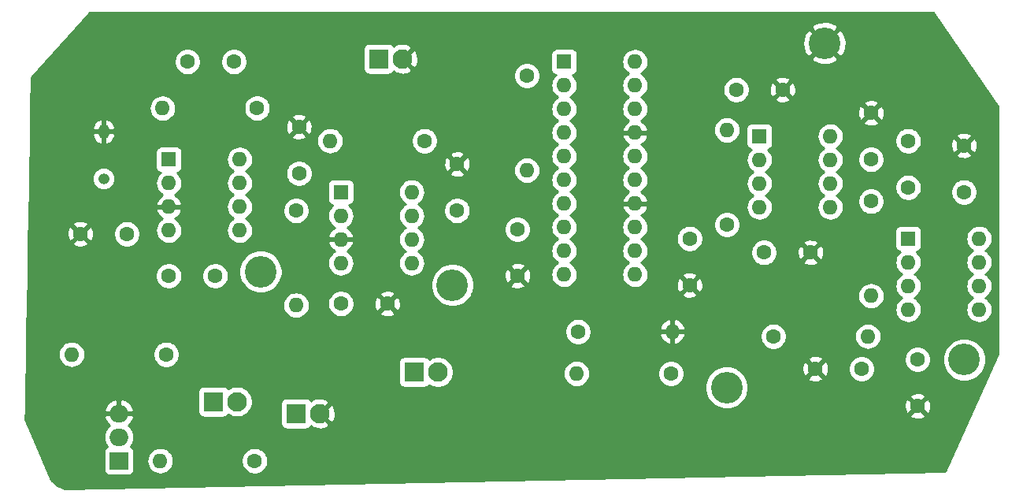
<source format=gbl>
G04 #@! TF.GenerationSoftware,KiCad,Pcbnew,5.1.4-e60b266~84~ubuntu18.04.1*
G04 #@! TF.CreationDate,2019-10-24T10:42:12-04:00*
G04 #@! TF.ProjectId,finalForLayout,66696e61-6c46-46f7-924c-61796f75742e,rev?*
G04 #@! TF.SameCoordinates,Original*
G04 #@! TF.FileFunction,Copper,L2,Bot*
G04 #@! TF.FilePolarity,Positive*
%FSLAX46Y46*%
G04 Gerber Fmt 4.6, Leading zero omitted, Abs format (unit mm)*
G04 Created by KiCad (PCBNEW 5.1.4-e60b266~84~ubuntu18.04.1) date 2019-10-24 10:42:12*
%MOMM*%
%LPD*%
G04 APERTURE LIST*
%ADD10R,1.600000X1.600000*%
%ADD11O,1.600000X1.600000*%
%ADD12C,1.600000*%
%ADD13C,3.400000*%
%ADD14O,1.200000X1.600000*%
%ADD15O,1.200000X1.200000*%
%ADD16R,2.000000X1.905000*%
%ADD17O,2.000000X1.905000*%
%ADD18R,2.100000X2.100000*%
%ADD19C,2.100000*%
%ADD20C,0.800000*%
%ADD21C,0.254000*%
G04 APERTURE END LIST*
D10*
X128000000Y-74000000D03*
D11*
X135620000Y-81620000D03*
X128000000Y-76540000D03*
X135620000Y-79080000D03*
X128000000Y-79080000D03*
X135620000Y-76540000D03*
X128000000Y-81620000D03*
X135620000Y-74000000D03*
D12*
X123190000Y-76000000D03*
D11*
X123190000Y-86160000D03*
D12*
X137000000Y-68500000D03*
D11*
X126840000Y-68500000D03*
D12*
X163500000Y-93500000D03*
D11*
X153340000Y-93500000D03*
X163660000Y-89000000D03*
D12*
X153500000Y-89000000D03*
D11*
X148000000Y-71660000D03*
D12*
X148000000Y-61500000D03*
X169500000Y-77500000D03*
D11*
X169500000Y-67340000D03*
X185000000Y-85160000D03*
D12*
X185000000Y-75000000D03*
X174500000Y-89500000D03*
D11*
X184660000Y-89500000D03*
D13*
X195000000Y-92000000D03*
X140000000Y-84000000D03*
X169500000Y-95000000D03*
D10*
X152000000Y-60000000D03*
D11*
X159620000Y-82860000D03*
X152000000Y-62540000D03*
X159620000Y-80320000D03*
X152000000Y-65080000D03*
X159620000Y-77780000D03*
X152000000Y-67620000D03*
X159620000Y-75240000D03*
X152000000Y-70160000D03*
X159620000Y-72700000D03*
X152000000Y-72700000D03*
X159620000Y-70160000D03*
X152000000Y-75240000D03*
X159620000Y-67620000D03*
X152000000Y-77780000D03*
X159620000Y-65080000D03*
X152000000Y-80320000D03*
X159620000Y-62540000D03*
X152000000Y-82860000D03*
X159620000Y-60000000D03*
X180620000Y-68000000D03*
X173000000Y-75620000D03*
X180620000Y-70540000D03*
X173000000Y-73080000D03*
X180620000Y-73080000D03*
X173000000Y-70540000D03*
X180620000Y-75620000D03*
D10*
X173000000Y-68000000D03*
D11*
X196620000Y-79000000D03*
X189000000Y-86620000D03*
X196620000Y-81540000D03*
X189000000Y-84080000D03*
X196620000Y-84080000D03*
X189000000Y-81540000D03*
X196620000Y-86620000D03*
D10*
X189000000Y-79000000D03*
D13*
X180000000Y-58000000D03*
D12*
X114500000Y-83000000D03*
X109500000Y-83000000D03*
X175500000Y-63000000D03*
X170500000Y-63000000D03*
X179000000Y-93000000D03*
X184000000Y-93000000D03*
X189000000Y-68500000D03*
X189000000Y-73500000D03*
X133000000Y-86000000D03*
X128000000Y-86000000D03*
X140500000Y-76000000D03*
X140500000Y-71000000D03*
X147000000Y-78000000D03*
X147000000Y-83000000D03*
X165500000Y-84000000D03*
X165500000Y-79000000D03*
X185000000Y-70500000D03*
X185000000Y-65500000D03*
X178500000Y-80500000D03*
X173500000Y-80500000D03*
X195000000Y-74000000D03*
X195000000Y-69000000D03*
X190000000Y-92000000D03*
X190000000Y-97000000D03*
X111500000Y-60000000D03*
X116500000Y-60000000D03*
X123500000Y-72000000D03*
X123500000Y-67000000D03*
X100000000Y-78500000D03*
X105000000Y-78500000D03*
D14*
X102500000Y-67500000D03*
D15*
X102500000Y-72580000D03*
D12*
X119000000Y-65000000D03*
D11*
X108840000Y-65000000D03*
D10*
X109500000Y-70500000D03*
D11*
X117120000Y-78120000D03*
X109500000Y-73040000D03*
X117120000Y-75580000D03*
X109500000Y-75580000D03*
X117120000Y-73040000D03*
X109500000Y-78120000D03*
X117120000Y-70500000D03*
D13*
X119380000Y-82550000D03*
D16*
X104140000Y-102870000D03*
D17*
X104140000Y-100330000D03*
X104140000Y-97790000D03*
D12*
X118745000Y-102870000D03*
D11*
X108585000Y-102870000D03*
X99060000Y-91440000D03*
D12*
X109220000Y-91440000D03*
D18*
X132080000Y-59690000D03*
D19*
X134620000Y-59690000D03*
X138430000Y-93345000D03*
D18*
X135890000Y-93345000D03*
D19*
X116840000Y-96520000D03*
D18*
X114300000Y-96520000D03*
X123190000Y-97790000D03*
D19*
X125730000Y-97790000D03*
D20*
X100000000Y-81500000D03*
X129540000Y-97790000D03*
X138430000Y-59690000D03*
X102500000Y-62500000D03*
X123500000Y-63500000D03*
X195000000Y-65500000D03*
X162000000Y-67500000D03*
X133000000Y-89000000D03*
X125730000Y-79000000D03*
X107315000Y-75565000D03*
X163000000Y-84000000D03*
X166500000Y-89000000D03*
X162000000Y-75000000D03*
X178500000Y-83500000D03*
X175000000Y-93000000D03*
X193000000Y-97000000D03*
X183500000Y-58000000D03*
X179000000Y-63000000D03*
X188000000Y-64500000D03*
X146685000Y-86995000D03*
X140335000Y-67310000D03*
D21*
G36*
X198628000Y-64809444D02*
G01*
X198628000Y-91412742D01*
X192957154Y-104014621D01*
X98319530Y-105894839D01*
X97576117Y-105499559D01*
X96843549Y-104967317D01*
X94911334Y-100330000D01*
X102497319Y-100330000D01*
X102527970Y-100641204D01*
X102618745Y-100940449D01*
X102766155Y-101216235D01*
X102869446Y-101342095D01*
X102785506Y-101386963D01*
X102688815Y-101466315D01*
X102609463Y-101563006D01*
X102550498Y-101673320D01*
X102514188Y-101793018D01*
X102501928Y-101917500D01*
X102501928Y-103822500D01*
X102514188Y-103946982D01*
X102550498Y-104066680D01*
X102609463Y-104176994D01*
X102688815Y-104273685D01*
X102785506Y-104353037D01*
X102895820Y-104412002D01*
X103015518Y-104448312D01*
X103140000Y-104460572D01*
X105140000Y-104460572D01*
X105264482Y-104448312D01*
X105384180Y-104412002D01*
X105494494Y-104353037D01*
X105591185Y-104273685D01*
X105670537Y-104176994D01*
X105729502Y-104066680D01*
X105765812Y-103946982D01*
X105778072Y-103822500D01*
X105778072Y-102870000D01*
X107143057Y-102870000D01*
X107170764Y-103151309D01*
X107252818Y-103421808D01*
X107386068Y-103671101D01*
X107565392Y-103889608D01*
X107783899Y-104068932D01*
X108033192Y-104202182D01*
X108303691Y-104284236D01*
X108514508Y-104305000D01*
X108655492Y-104305000D01*
X108866309Y-104284236D01*
X109136808Y-104202182D01*
X109386101Y-104068932D01*
X109604608Y-103889608D01*
X109783932Y-103671101D01*
X109917182Y-103421808D01*
X109999236Y-103151309D01*
X110026943Y-102870000D01*
X110013023Y-102728665D01*
X117310000Y-102728665D01*
X117310000Y-103011335D01*
X117365147Y-103288574D01*
X117473320Y-103549727D01*
X117630363Y-103784759D01*
X117830241Y-103984637D01*
X118065273Y-104141680D01*
X118326426Y-104249853D01*
X118603665Y-104305000D01*
X118886335Y-104305000D01*
X119163574Y-104249853D01*
X119424727Y-104141680D01*
X119659759Y-103984637D01*
X119859637Y-103784759D01*
X120016680Y-103549727D01*
X120124853Y-103288574D01*
X120180000Y-103011335D01*
X120180000Y-102728665D01*
X120124853Y-102451426D01*
X120016680Y-102190273D01*
X119859637Y-101955241D01*
X119659759Y-101755363D01*
X119424727Y-101598320D01*
X119163574Y-101490147D01*
X118886335Y-101435000D01*
X118603665Y-101435000D01*
X118326426Y-101490147D01*
X118065273Y-101598320D01*
X117830241Y-101755363D01*
X117630363Y-101955241D01*
X117473320Y-102190273D01*
X117365147Y-102451426D01*
X117310000Y-102728665D01*
X110013023Y-102728665D01*
X109999236Y-102588691D01*
X109917182Y-102318192D01*
X109783932Y-102068899D01*
X109604608Y-101850392D01*
X109386101Y-101671068D01*
X109136808Y-101537818D01*
X108866309Y-101455764D01*
X108655492Y-101435000D01*
X108514508Y-101435000D01*
X108303691Y-101455764D01*
X108033192Y-101537818D01*
X107783899Y-101671068D01*
X107565392Y-101850392D01*
X107386068Y-102068899D01*
X107252818Y-102318192D01*
X107170764Y-102588691D01*
X107143057Y-102870000D01*
X105778072Y-102870000D01*
X105778072Y-101917500D01*
X105765812Y-101793018D01*
X105729502Y-101673320D01*
X105670537Y-101563006D01*
X105591185Y-101466315D01*
X105494494Y-101386963D01*
X105410554Y-101342095D01*
X105513845Y-101216235D01*
X105661255Y-100940449D01*
X105752030Y-100641204D01*
X105782681Y-100330000D01*
X105752030Y-100018796D01*
X105661255Y-99719551D01*
X105513845Y-99443765D01*
X105315463Y-99202037D01*
X105136101Y-99054837D01*
X105321315Y-98899437D01*
X105515969Y-98656923D01*
X105659571Y-98381094D01*
X105730563Y-98162980D01*
X105610594Y-97917000D01*
X104267000Y-97917000D01*
X104267000Y-97937000D01*
X104013000Y-97937000D01*
X104013000Y-97917000D01*
X102669406Y-97917000D01*
X102549437Y-98162980D01*
X102620429Y-98381094D01*
X102764031Y-98656923D01*
X102958685Y-98899437D01*
X103143899Y-99054837D01*
X102964537Y-99202037D01*
X102766155Y-99443765D01*
X102618745Y-99719551D01*
X102527970Y-100018796D01*
X102497319Y-100330000D01*
X94911334Y-100330000D01*
X94107439Y-98400652D01*
X94124398Y-97417020D01*
X102549437Y-97417020D01*
X102669406Y-97663000D01*
X104013000Y-97663000D01*
X104013000Y-96364430D01*
X104267000Y-96364430D01*
X104267000Y-97663000D01*
X105610594Y-97663000D01*
X105730563Y-97417020D01*
X105659571Y-97198906D01*
X105515969Y-96923077D01*
X105321315Y-96680563D01*
X105083089Y-96480684D01*
X104810446Y-96331121D01*
X104513863Y-96237622D01*
X104267000Y-96364430D01*
X104013000Y-96364430D01*
X103766137Y-96237622D01*
X103469554Y-96331121D01*
X103196911Y-96480684D01*
X102958685Y-96680563D01*
X102764031Y-96923077D01*
X102620429Y-97198906D01*
X102549437Y-97417020D01*
X94124398Y-97417020D01*
X94157967Y-95470000D01*
X112611928Y-95470000D01*
X112611928Y-97570000D01*
X112624188Y-97694482D01*
X112660498Y-97814180D01*
X112719463Y-97924494D01*
X112798815Y-98021185D01*
X112895506Y-98100537D01*
X113005820Y-98159502D01*
X113125518Y-98195812D01*
X113250000Y-98208072D01*
X115350000Y-98208072D01*
X115474482Y-98195812D01*
X115594180Y-98159502D01*
X115704494Y-98100537D01*
X115801185Y-98021185D01*
X115880537Y-97924494D01*
X115888042Y-97910454D01*
X116041853Y-98013228D01*
X116348504Y-98140246D01*
X116674042Y-98205000D01*
X117005958Y-98205000D01*
X117331496Y-98140246D01*
X117638147Y-98013228D01*
X117914125Y-97828825D01*
X118148825Y-97594125D01*
X118333228Y-97318147D01*
X118460246Y-97011496D01*
X118514250Y-96740000D01*
X121501928Y-96740000D01*
X121501928Y-98840000D01*
X121514188Y-98964482D01*
X121550498Y-99084180D01*
X121609463Y-99194494D01*
X121688815Y-99291185D01*
X121785506Y-99370537D01*
X121895820Y-99429502D01*
X122015518Y-99465812D01*
X122140000Y-99478072D01*
X124240000Y-99478072D01*
X124364482Y-99465812D01*
X124484180Y-99429502D01*
X124594494Y-99370537D01*
X124691185Y-99291185D01*
X124770537Y-99194494D01*
X124803451Y-99132918D01*
X124840339Y-99230579D01*
X125138477Y-99376463D01*
X125459346Y-99461380D01*
X125790617Y-99482066D01*
X126119557Y-99437728D01*
X126433527Y-99330069D01*
X126619661Y-99230579D01*
X126721461Y-98961066D01*
X125730000Y-97969605D01*
X125715858Y-97983748D01*
X125536253Y-97804143D01*
X125550395Y-97790000D01*
X125909605Y-97790000D01*
X126901066Y-98781461D01*
X127170579Y-98679661D01*
X127316463Y-98381523D01*
X127401380Y-98060654D01*
X127405623Y-97992702D01*
X189186903Y-97992702D01*
X189258486Y-98236671D01*
X189513996Y-98357571D01*
X189788184Y-98426300D01*
X190070512Y-98440217D01*
X190350130Y-98398787D01*
X190616292Y-98303603D01*
X190741514Y-98236671D01*
X190813097Y-97992702D01*
X190000000Y-97179605D01*
X189186903Y-97992702D01*
X127405623Y-97992702D01*
X127422066Y-97729383D01*
X127377728Y-97400443D01*
X127270069Y-97086473D01*
X127170579Y-96900339D01*
X126901066Y-96798539D01*
X125909605Y-97790000D01*
X125550395Y-97790000D01*
X125536253Y-97775858D01*
X125715858Y-97596253D01*
X125730000Y-97610395D01*
X126721461Y-96618934D01*
X126619661Y-96349421D01*
X126321523Y-96203537D01*
X126000654Y-96118620D01*
X125669383Y-96097934D01*
X125340443Y-96142272D01*
X125026473Y-96249931D01*
X124840339Y-96349421D01*
X124803451Y-96447082D01*
X124770537Y-96385506D01*
X124691185Y-96288815D01*
X124594494Y-96209463D01*
X124484180Y-96150498D01*
X124364482Y-96114188D01*
X124240000Y-96101928D01*
X122140000Y-96101928D01*
X122015518Y-96114188D01*
X121895820Y-96150498D01*
X121785506Y-96209463D01*
X121688815Y-96288815D01*
X121609463Y-96385506D01*
X121550498Y-96495820D01*
X121514188Y-96615518D01*
X121501928Y-96740000D01*
X118514250Y-96740000D01*
X118525000Y-96685958D01*
X118525000Y-96354042D01*
X118460246Y-96028504D01*
X118333228Y-95721853D01*
X118148825Y-95445875D01*
X117914125Y-95211175D01*
X117638147Y-95026772D01*
X117331496Y-94899754D01*
X117005958Y-94835000D01*
X116674042Y-94835000D01*
X116348504Y-94899754D01*
X116041853Y-95026772D01*
X115888042Y-95129546D01*
X115880537Y-95115506D01*
X115801185Y-95018815D01*
X115704494Y-94939463D01*
X115594180Y-94880498D01*
X115474482Y-94844188D01*
X115350000Y-94831928D01*
X113250000Y-94831928D01*
X113125518Y-94844188D01*
X113005820Y-94880498D01*
X112895506Y-94939463D01*
X112798815Y-95018815D01*
X112719463Y-95115506D01*
X112660498Y-95225820D01*
X112624188Y-95345518D01*
X112611928Y-95470000D01*
X94157967Y-95470000D01*
X94227450Y-91440000D01*
X97618057Y-91440000D01*
X97645764Y-91721309D01*
X97727818Y-91991808D01*
X97861068Y-92241101D01*
X98040392Y-92459608D01*
X98258899Y-92638932D01*
X98508192Y-92772182D01*
X98778691Y-92854236D01*
X98989508Y-92875000D01*
X99130492Y-92875000D01*
X99341309Y-92854236D01*
X99611808Y-92772182D01*
X99861101Y-92638932D01*
X100079608Y-92459608D01*
X100258932Y-92241101D01*
X100392182Y-91991808D01*
X100474236Y-91721309D01*
X100501943Y-91440000D01*
X100488023Y-91298665D01*
X107785000Y-91298665D01*
X107785000Y-91581335D01*
X107840147Y-91858574D01*
X107948320Y-92119727D01*
X108105363Y-92354759D01*
X108305241Y-92554637D01*
X108540273Y-92711680D01*
X108801426Y-92819853D01*
X109078665Y-92875000D01*
X109361335Y-92875000D01*
X109638574Y-92819853D01*
X109899727Y-92711680D01*
X110134759Y-92554637D01*
X110334637Y-92354759D01*
X110374566Y-92295000D01*
X134201928Y-92295000D01*
X134201928Y-94395000D01*
X134214188Y-94519482D01*
X134250498Y-94639180D01*
X134309463Y-94749494D01*
X134388815Y-94846185D01*
X134485506Y-94925537D01*
X134595820Y-94984502D01*
X134715518Y-95020812D01*
X134840000Y-95033072D01*
X136940000Y-95033072D01*
X137064482Y-95020812D01*
X137184180Y-94984502D01*
X137294494Y-94925537D01*
X137391185Y-94846185D01*
X137470537Y-94749494D01*
X137478042Y-94735454D01*
X137631853Y-94838228D01*
X137938504Y-94965246D01*
X138264042Y-95030000D01*
X138595958Y-95030000D01*
X138921496Y-94965246D01*
X139228147Y-94838228D01*
X139504125Y-94653825D01*
X139738825Y-94419125D01*
X139923228Y-94143147D01*
X140050246Y-93836496D01*
X140115000Y-93510958D01*
X140115000Y-93500000D01*
X151898057Y-93500000D01*
X151925764Y-93781309D01*
X152007818Y-94051808D01*
X152141068Y-94301101D01*
X152320392Y-94519608D01*
X152538899Y-94698932D01*
X152788192Y-94832182D01*
X153058691Y-94914236D01*
X153269508Y-94935000D01*
X153410492Y-94935000D01*
X153621309Y-94914236D01*
X153891808Y-94832182D01*
X154141101Y-94698932D01*
X154359608Y-94519608D01*
X154538932Y-94301101D01*
X154672182Y-94051808D01*
X154754236Y-93781309D01*
X154781943Y-93500000D01*
X154768023Y-93358665D01*
X162065000Y-93358665D01*
X162065000Y-93641335D01*
X162120147Y-93918574D01*
X162228320Y-94179727D01*
X162385363Y-94414759D01*
X162585241Y-94614637D01*
X162820273Y-94771680D01*
X163081426Y-94879853D01*
X163358665Y-94935000D01*
X163641335Y-94935000D01*
X163918574Y-94879853D01*
X164179727Y-94771680D01*
X164182206Y-94770023D01*
X167165000Y-94770023D01*
X167165000Y-95229977D01*
X167254733Y-95681094D01*
X167430750Y-96106037D01*
X167686287Y-96488476D01*
X168011524Y-96813713D01*
X168393963Y-97069250D01*
X168818906Y-97245267D01*
X169270023Y-97335000D01*
X169729977Y-97335000D01*
X170181094Y-97245267D01*
X170602990Y-97070512D01*
X188559783Y-97070512D01*
X188601213Y-97350130D01*
X188696397Y-97616292D01*
X188763329Y-97741514D01*
X189007298Y-97813097D01*
X189820395Y-97000000D01*
X190179605Y-97000000D01*
X190992702Y-97813097D01*
X191236671Y-97741514D01*
X191357571Y-97486004D01*
X191426300Y-97211816D01*
X191440217Y-96929488D01*
X191398787Y-96649870D01*
X191303603Y-96383708D01*
X191236671Y-96258486D01*
X190992702Y-96186903D01*
X190179605Y-97000000D01*
X189820395Y-97000000D01*
X189007298Y-96186903D01*
X188763329Y-96258486D01*
X188642429Y-96513996D01*
X188573700Y-96788184D01*
X188559783Y-97070512D01*
X170602990Y-97070512D01*
X170606037Y-97069250D01*
X170988476Y-96813713D01*
X171313713Y-96488476D01*
X171569250Y-96106037D01*
X171610148Y-96007298D01*
X189186903Y-96007298D01*
X190000000Y-96820395D01*
X190813097Y-96007298D01*
X190741514Y-95763329D01*
X190486004Y-95642429D01*
X190211816Y-95573700D01*
X189929488Y-95559783D01*
X189649870Y-95601213D01*
X189383708Y-95696397D01*
X189258486Y-95763329D01*
X189186903Y-96007298D01*
X171610148Y-96007298D01*
X171745267Y-95681094D01*
X171835000Y-95229977D01*
X171835000Y-94770023D01*
X171745267Y-94318906D01*
X171610149Y-93992702D01*
X178186903Y-93992702D01*
X178258486Y-94236671D01*
X178513996Y-94357571D01*
X178788184Y-94426300D01*
X179070512Y-94440217D01*
X179350130Y-94398787D01*
X179616292Y-94303603D01*
X179741514Y-94236671D01*
X179813097Y-93992702D01*
X179000000Y-93179605D01*
X178186903Y-93992702D01*
X171610149Y-93992702D01*
X171569250Y-93893963D01*
X171313713Y-93511524D01*
X170988476Y-93186287D01*
X170815207Y-93070512D01*
X177559783Y-93070512D01*
X177601213Y-93350130D01*
X177696397Y-93616292D01*
X177763329Y-93741514D01*
X178007298Y-93813097D01*
X178820395Y-93000000D01*
X179179605Y-93000000D01*
X179992702Y-93813097D01*
X180236671Y-93741514D01*
X180357571Y-93486004D01*
X180426300Y-93211816D01*
X180440217Y-92929488D01*
X180429724Y-92858665D01*
X182565000Y-92858665D01*
X182565000Y-93141335D01*
X182620147Y-93418574D01*
X182728320Y-93679727D01*
X182885363Y-93914759D01*
X183085241Y-94114637D01*
X183320273Y-94271680D01*
X183581426Y-94379853D01*
X183858665Y-94435000D01*
X184141335Y-94435000D01*
X184418574Y-94379853D01*
X184679727Y-94271680D01*
X184914759Y-94114637D01*
X185114637Y-93914759D01*
X185271680Y-93679727D01*
X185379853Y-93418574D01*
X185435000Y-93141335D01*
X185435000Y-92858665D01*
X185379853Y-92581426D01*
X185271680Y-92320273D01*
X185114637Y-92085241D01*
X184914759Y-91885363D01*
X184874803Y-91858665D01*
X188565000Y-91858665D01*
X188565000Y-92141335D01*
X188620147Y-92418574D01*
X188728320Y-92679727D01*
X188885363Y-92914759D01*
X189085241Y-93114637D01*
X189320273Y-93271680D01*
X189581426Y-93379853D01*
X189858665Y-93435000D01*
X190141335Y-93435000D01*
X190418574Y-93379853D01*
X190679727Y-93271680D01*
X190914759Y-93114637D01*
X191114637Y-92914759D01*
X191271680Y-92679727D01*
X191379853Y-92418574D01*
X191435000Y-92141335D01*
X191435000Y-91858665D01*
X191417368Y-91770023D01*
X192665000Y-91770023D01*
X192665000Y-92229977D01*
X192754733Y-92681094D01*
X192930750Y-93106037D01*
X193186287Y-93488476D01*
X193511524Y-93813713D01*
X193893963Y-94069250D01*
X194318906Y-94245267D01*
X194770023Y-94335000D01*
X195229977Y-94335000D01*
X195681094Y-94245267D01*
X196106037Y-94069250D01*
X196488476Y-93813713D01*
X196813713Y-93488476D01*
X197069250Y-93106037D01*
X197245267Y-92681094D01*
X197335000Y-92229977D01*
X197335000Y-91770023D01*
X197245267Y-91318906D01*
X197069250Y-90893963D01*
X196813713Y-90511524D01*
X196488476Y-90186287D01*
X196106037Y-89930750D01*
X195681094Y-89754733D01*
X195229977Y-89665000D01*
X194770023Y-89665000D01*
X194318906Y-89754733D01*
X193893963Y-89930750D01*
X193511524Y-90186287D01*
X193186287Y-90511524D01*
X192930750Y-90893963D01*
X192754733Y-91318906D01*
X192665000Y-91770023D01*
X191417368Y-91770023D01*
X191379853Y-91581426D01*
X191271680Y-91320273D01*
X191114637Y-91085241D01*
X190914759Y-90885363D01*
X190679727Y-90728320D01*
X190418574Y-90620147D01*
X190141335Y-90565000D01*
X189858665Y-90565000D01*
X189581426Y-90620147D01*
X189320273Y-90728320D01*
X189085241Y-90885363D01*
X188885363Y-91085241D01*
X188728320Y-91320273D01*
X188620147Y-91581426D01*
X188565000Y-91858665D01*
X184874803Y-91858665D01*
X184679727Y-91728320D01*
X184418574Y-91620147D01*
X184141335Y-91565000D01*
X183858665Y-91565000D01*
X183581426Y-91620147D01*
X183320273Y-91728320D01*
X183085241Y-91885363D01*
X182885363Y-92085241D01*
X182728320Y-92320273D01*
X182620147Y-92581426D01*
X182565000Y-92858665D01*
X180429724Y-92858665D01*
X180398787Y-92649870D01*
X180303603Y-92383708D01*
X180236671Y-92258486D01*
X179992702Y-92186903D01*
X179179605Y-93000000D01*
X178820395Y-93000000D01*
X178007298Y-92186903D01*
X177763329Y-92258486D01*
X177642429Y-92513996D01*
X177573700Y-92788184D01*
X177559783Y-93070512D01*
X170815207Y-93070512D01*
X170606037Y-92930750D01*
X170181094Y-92754733D01*
X169729977Y-92665000D01*
X169270023Y-92665000D01*
X168818906Y-92754733D01*
X168393963Y-92930750D01*
X168011524Y-93186287D01*
X167686287Y-93511524D01*
X167430750Y-93893963D01*
X167254733Y-94318906D01*
X167165000Y-94770023D01*
X164182206Y-94770023D01*
X164414759Y-94614637D01*
X164614637Y-94414759D01*
X164771680Y-94179727D01*
X164879853Y-93918574D01*
X164935000Y-93641335D01*
X164935000Y-93358665D01*
X164879853Y-93081426D01*
X164771680Y-92820273D01*
X164614637Y-92585241D01*
X164414759Y-92385363D01*
X164179727Y-92228320D01*
X163918574Y-92120147D01*
X163641335Y-92065000D01*
X163358665Y-92065000D01*
X163081426Y-92120147D01*
X162820273Y-92228320D01*
X162585241Y-92385363D01*
X162385363Y-92585241D01*
X162228320Y-92820273D01*
X162120147Y-93081426D01*
X162065000Y-93358665D01*
X154768023Y-93358665D01*
X154754236Y-93218691D01*
X154672182Y-92948192D01*
X154538932Y-92698899D01*
X154359608Y-92480392D01*
X154141101Y-92301068D01*
X153891808Y-92167818D01*
X153621309Y-92085764D01*
X153410492Y-92065000D01*
X153269508Y-92065000D01*
X153058691Y-92085764D01*
X152788192Y-92167818D01*
X152538899Y-92301068D01*
X152320392Y-92480392D01*
X152141068Y-92698899D01*
X152007818Y-92948192D01*
X151925764Y-93218691D01*
X151898057Y-93500000D01*
X140115000Y-93500000D01*
X140115000Y-93179042D01*
X140050246Y-92853504D01*
X139923228Y-92546853D01*
X139738825Y-92270875D01*
X139504125Y-92036175D01*
X139460908Y-92007298D01*
X178186903Y-92007298D01*
X179000000Y-92820395D01*
X179813097Y-92007298D01*
X179741514Y-91763329D01*
X179486004Y-91642429D01*
X179211816Y-91573700D01*
X178929488Y-91559783D01*
X178649870Y-91601213D01*
X178383708Y-91696397D01*
X178258486Y-91763329D01*
X178186903Y-92007298D01*
X139460908Y-92007298D01*
X139228147Y-91851772D01*
X138921496Y-91724754D01*
X138595958Y-91660000D01*
X138264042Y-91660000D01*
X137938504Y-91724754D01*
X137631853Y-91851772D01*
X137478042Y-91954546D01*
X137470537Y-91940506D01*
X137391185Y-91843815D01*
X137294494Y-91764463D01*
X137184180Y-91705498D01*
X137064482Y-91669188D01*
X136940000Y-91656928D01*
X134840000Y-91656928D01*
X134715518Y-91669188D01*
X134595820Y-91705498D01*
X134485506Y-91764463D01*
X134388815Y-91843815D01*
X134309463Y-91940506D01*
X134250498Y-92050820D01*
X134214188Y-92170518D01*
X134201928Y-92295000D01*
X110374566Y-92295000D01*
X110491680Y-92119727D01*
X110599853Y-91858574D01*
X110655000Y-91581335D01*
X110655000Y-91298665D01*
X110599853Y-91021426D01*
X110491680Y-90760273D01*
X110334637Y-90525241D01*
X110134759Y-90325363D01*
X109899727Y-90168320D01*
X109638574Y-90060147D01*
X109361335Y-90005000D01*
X109078665Y-90005000D01*
X108801426Y-90060147D01*
X108540273Y-90168320D01*
X108305241Y-90325363D01*
X108105363Y-90525241D01*
X107948320Y-90760273D01*
X107840147Y-91021426D01*
X107785000Y-91298665D01*
X100488023Y-91298665D01*
X100474236Y-91158691D01*
X100392182Y-90888192D01*
X100258932Y-90638899D01*
X100079608Y-90420392D01*
X99861101Y-90241068D01*
X99611808Y-90107818D01*
X99341309Y-90025764D01*
X99130492Y-90005000D01*
X98989508Y-90005000D01*
X98778691Y-90025764D01*
X98508192Y-90107818D01*
X98258899Y-90241068D01*
X98040392Y-90420392D01*
X97861068Y-90638899D01*
X97727818Y-90888192D01*
X97645764Y-91158691D01*
X97618057Y-91440000D01*
X94227450Y-91440000D01*
X94271955Y-88858665D01*
X152065000Y-88858665D01*
X152065000Y-89141335D01*
X152120147Y-89418574D01*
X152228320Y-89679727D01*
X152385363Y-89914759D01*
X152585241Y-90114637D01*
X152820273Y-90271680D01*
X153081426Y-90379853D01*
X153358665Y-90435000D01*
X153641335Y-90435000D01*
X153918574Y-90379853D01*
X154179727Y-90271680D01*
X154414759Y-90114637D01*
X154614637Y-89914759D01*
X154771680Y-89679727D01*
X154879853Y-89418574D01*
X154893684Y-89349039D01*
X162268096Y-89349039D01*
X162308754Y-89483087D01*
X162428963Y-89737420D01*
X162596481Y-89963414D01*
X162804869Y-90152385D01*
X163046119Y-90297070D01*
X163310960Y-90391909D01*
X163533000Y-90270624D01*
X163533000Y-89127000D01*
X163787000Y-89127000D01*
X163787000Y-90270624D01*
X164009040Y-90391909D01*
X164273881Y-90297070D01*
X164515131Y-90152385D01*
X164723519Y-89963414D01*
X164891037Y-89737420D01*
X165011246Y-89483087D01*
X165048984Y-89358665D01*
X173065000Y-89358665D01*
X173065000Y-89641335D01*
X173120147Y-89918574D01*
X173228320Y-90179727D01*
X173385363Y-90414759D01*
X173585241Y-90614637D01*
X173820273Y-90771680D01*
X174081426Y-90879853D01*
X174358665Y-90935000D01*
X174641335Y-90935000D01*
X174918574Y-90879853D01*
X175179727Y-90771680D01*
X175414759Y-90614637D01*
X175614637Y-90414759D01*
X175771680Y-90179727D01*
X175879853Y-89918574D01*
X175935000Y-89641335D01*
X175935000Y-89500000D01*
X183218057Y-89500000D01*
X183245764Y-89781309D01*
X183327818Y-90051808D01*
X183461068Y-90301101D01*
X183640392Y-90519608D01*
X183858899Y-90698932D01*
X184108192Y-90832182D01*
X184378691Y-90914236D01*
X184589508Y-90935000D01*
X184730492Y-90935000D01*
X184941309Y-90914236D01*
X185211808Y-90832182D01*
X185461101Y-90698932D01*
X185679608Y-90519608D01*
X185858932Y-90301101D01*
X185992182Y-90051808D01*
X186074236Y-89781309D01*
X186101943Y-89500000D01*
X186074236Y-89218691D01*
X185992182Y-88948192D01*
X185858932Y-88698899D01*
X185679608Y-88480392D01*
X185461101Y-88301068D01*
X185211808Y-88167818D01*
X184941309Y-88085764D01*
X184730492Y-88065000D01*
X184589508Y-88065000D01*
X184378691Y-88085764D01*
X184108192Y-88167818D01*
X183858899Y-88301068D01*
X183640392Y-88480392D01*
X183461068Y-88698899D01*
X183327818Y-88948192D01*
X183245764Y-89218691D01*
X183218057Y-89500000D01*
X175935000Y-89500000D01*
X175935000Y-89358665D01*
X175879853Y-89081426D01*
X175771680Y-88820273D01*
X175614637Y-88585241D01*
X175414759Y-88385363D01*
X175179727Y-88228320D01*
X174918574Y-88120147D01*
X174641335Y-88065000D01*
X174358665Y-88065000D01*
X174081426Y-88120147D01*
X173820273Y-88228320D01*
X173585241Y-88385363D01*
X173385363Y-88585241D01*
X173228320Y-88820273D01*
X173120147Y-89081426D01*
X173065000Y-89358665D01*
X165048984Y-89358665D01*
X165051904Y-89349039D01*
X164929915Y-89127000D01*
X163787000Y-89127000D01*
X163533000Y-89127000D01*
X162390085Y-89127000D01*
X162268096Y-89349039D01*
X154893684Y-89349039D01*
X154935000Y-89141335D01*
X154935000Y-88858665D01*
X154893685Y-88650961D01*
X162268096Y-88650961D01*
X162390085Y-88873000D01*
X163533000Y-88873000D01*
X163533000Y-87729376D01*
X163787000Y-87729376D01*
X163787000Y-88873000D01*
X164929915Y-88873000D01*
X165051904Y-88650961D01*
X165011246Y-88516913D01*
X164891037Y-88262580D01*
X164723519Y-88036586D01*
X164515131Y-87847615D01*
X164273881Y-87702930D01*
X164009040Y-87608091D01*
X163787000Y-87729376D01*
X163533000Y-87729376D01*
X163310960Y-87608091D01*
X163046119Y-87702930D01*
X162804869Y-87847615D01*
X162596481Y-88036586D01*
X162428963Y-88262580D01*
X162308754Y-88516913D01*
X162268096Y-88650961D01*
X154893685Y-88650961D01*
X154879853Y-88581426D01*
X154771680Y-88320273D01*
X154614637Y-88085241D01*
X154414759Y-87885363D01*
X154179727Y-87728320D01*
X153918574Y-87620147D01*
X153641335Y-87565000D01*
X153358665Y-87565000D01*
X153081426Y-87620147D01*
X152820273Y-87728320D01*
X152585241Y-87885363D01*
X152385363Y-88085241D01*
X152228320Y-88320273D01*
X152120147Y-88581426D01*
X152065000Y-88858665D01*
X94271955Y-88858665D01*
X94318483Y-86160000D01*
X121748057Y-86160000D01*
X121775764Y-86441309D01*
X121857818Y-86711808D01*
X121991068Y-86961101D01*
X122170392Y-87179608D01*
X122388899Y-87358932D01*
X122638192Y-87492182D01*
X122908691Y-87574236D01*
X123119508Y-87595000D01*
X123260492Y-87595000D01*
X123471309Y-87574236D01*
X123741808Y-87492182D01*
X123991101Y-87358932D01*
X124209608Y-87179608D01*
X124388932Y-86961101D01*
X124522182Y-86711808D01*
X124604236Y-86441309D01*
X124631943Y-86160000D01*
X124604236Y-85878691D01*
X124598162Y-85858665D01*
X126565000Y-85858665D01*
X126565000Y-86141335D01*
X126620147Y-86418574D01*
X126728320Y-86679727D01*
X126885363Y-86914759D01*
X127085241Y-87114637D01*
X127320273Y-87271680D01*
X127581426Y-87379853D01*
X127858665Y-87435000D01*
X128141335Y-87435000D01*
X128418574Y-87379853D01*
X128679727Y-87271680D01*
X128914759Y-87114637D01*
X129036694Y-86992702D01*
X132186903Y-86992702D01*
X132258486Y-87236671D01*
X132513996Y-87357571D01*
X132788184Y-87426300D01*
X133070512Y-87440217D01*
X133350130Y-87398787D01*
X133616292Y-87303603D01*
X133741514Y-87236671D01*
X133813097Y-86992702D01*
X133000000Y-86179605D01*
X132186903Y-86992702D01*
X129036694Y-86992702D01*
X129114637Y-86914759D01*
X129271680Y-86679727D01*
X129379853Y-86418574D01*
X129435000Y-86141335D01*
X129435000Y-86070512D01*
X131559783Y-86070512D01*
X131601213Y-86350130D01*
X131696397Y-86616292D01*
X131763329Y-86741514D01*
X132007298Y-86813097D01*
X132820395Y-86000000D01*
X133179605Y-86000000D01*
X133992702Y-86813097D01*
X134236671Y-86741514D01*
X134357571Y-86486004D01*
X134426300Y-86211816D01*
X134440217Y-85929488D01*
X134398787Y-85649870D01*
X134303603Y-85383708D01*
X134236671Y-85258486D01*
X133992702Y-85186903D01*
X133179605Y-86000000D01*
X132820395Y-86000000D01*
X132007298Y-85186903D01*
X131763329Y-85258486D01*
X131642429Y-85513996D01*
X131573700Y-85788184D01*
X131559783Y-86070512D01*
X129435000Y-86070512D01*
X129435000Y-85858665D01*
X129379853Y-85581426D01*
X129271680Y-85320273D01*
X129114637Y-85085241D01*
X129036694Y-85007298D01*
X132186903Y-85007298D01*
X133000000Y-85820395D01*
X133813097Y-85007298D01*
X133741514Y-84763329D01*
X133486004Y-84642429D01*
X133211816Y-84573700D01*
X132929488Y-84559783D01*
X132649870Y-84601213D01*
X132383708Y-84696397D01*
X132258486Y-84763329D01*
X132186903Y-85007298D01*
X129036694Y-85007298D01*
X128914759Y-84885363D01*
X128679727Y-84728320D01*
X128418574Y-84620147D01*
X128141335Y-84565000D01*
X127858665Y-84565000D01*
X127581426Y-84620147D01*
X127320273Y-84728320D01*
X127085241Y-84885363D01*
X126885363Y-85085241D01*
X126728320Y-85320273D01*
X126620147Y-85581426D01*
X126565000Y-85858665D01*
X124598162Y-85858665D01*
X124522182Y-85608192D01*
X124388932Y-85358899D01*
X124209608Y-85140392D01*
X123991101Y-84961068D01*
X123741808Y-84827818D01*
X123471309Y-84745764D01*
X123260492Y-84725000D01*
X123119508Y-84725000D01*
X122908691Y-84745764D01*
X122638192Y-84827818D01*
X122388899Y-84961068D01*
X122170392Y-85140392D01*
X121991068Y-85358899D01*
X121857818Y-85608192D01*
X121775764Y-85878691D01*
X121748057Y-86160000D01*
X94318483Y-86160000D01*
X94375403Y-82858665D01*
X108065000Y-82858665D01*
X108065000Y-83141335D01*
X108120147Y-83418574D01*
X108228320Y-83679727D01*
X108385363Y-83914759D01*
X108585241Y-84114637D01*
X108820273Y-84271680D01*
X109081426Y-84379853D01*
X109358665Y-84435000D01*
X109641335Y-84435000D01*
X109918574Y-84379853D01*
X110179727Y-84271680D01*
X110414759Y-84114637D01*
X110614637Y-83914759D01*
X110771680Y-83679727D01*
X110879853Y-83418574D01*
X110935000Y-83141335D01*
X110935000Y-82858665D01*
X113065000Y-82858665D01*
X113065000Y-83141335D01*
X113120147Y-83418574D01*
X113228320Y-83679727D01*
X113385363Y-83914759D01*
X113585241Y-84114637D01*
X113820273Y-84271680D01*
X114081426Y-84379853D01*
X114358665Y-84435000D01*
X114641335Y-84435000D01*
X114918574Y-84379853D01*
X115179727Y-84271680D01*
X115414759Y-84114637D01*
X115614637Y-83914759D01*
X115771680Y-83679727D01*
X115879853Y-83418574D01*
X115935000Y-83141335D01*
X115935000Y-82858665D01*
X115879853Y-82581426D01*
X115771680Y-82320273D01*
X115771513Y-82320023D01*
X117045000Y-82320023D01*
X117045000Y-82779977D01*
X117134733Y-83231094D01*
X117310750Y-83656037D01*
X117566287Y-84038476D01*
X117891524Y-84363713D01*
X118273963Y-84619250D01*
X118698906Y-84795267D01*
X119150023Y-84885000D01*
X119609977Y-84885000D01*
X120061094Y-84795267D01*
X120486037Y-84619250D01*
X120868476Y-84363713D01*
X121193713Y-84038476D01*
X121373087Y-83770023D01*
X137665000Y-83770023D01*
X137665000Y-84229977D01*
X137754733Y-84681094D01*
X137930750Y-85106037D01*
X138186287Y-85488476D01*
X138511524Y-85813713D01*
X138893963Y-86069250D01*
X139318906Y-86245267D01*
X139770023Y-86335000D01*
X140229977Y-86335000D01*
X140681094Y-86245267D01*
X141106037Y-86069250D01*
X141488476Y-85813713D01*
X141813713Y-85488476D01*
X142069250Y-85106037D01*
X142116194Y-84992702D01*
X164686903Y-84992702D01*
X164758486Y-85236671D01*
X165013996Y-85357571D01*
X165288184Y-85426300D01*
X165570512Y-85440217D01*
X165850130Y-85398787D01*
X166116292Y-85303603D01*
X166241514Y-85236671D01*
X166264010Y-85160000D01*
X183558057Y-85160000D01*
X183585764Y-85441309D01*
X183667818Y-85711808D01*
X183801068Y-85961101D01*
X183980392Y-86179608D01*
X184198899Y-86358932D01*
X184448192Y-86492182D01*
X184718691Y-86574236D01*
X184929508Y-86595000D01*
X185070492Y-86595000D01*
X185281309Y-86574236D01*
X185551808Y-86492182D01*
X185801101Y-86358932D01*
X186019608Y-86179608D01*
X186198932Y-85961101D01*
X186332182Y-85711808D01*
X186414236Y-85441309D01*
X186441943Y-85160000D01*
X186414236Y-84878691D01*
X186332182Y-84608192D01*
X186198932Y-84358899D01*
X186019608Y-84140392D01*
X185801101Y-83961068D01*
X185551808Y-83827818D01*
X185281309Y-83745764D01*
X185070492Y-83725000D01*
X184929508Y-83725000D01*
X184718691Y-83745764D01*
X184448192Y-83827818D01*
X184198899Y-83961068D01*
X183980392Y-84140392D01*
X183801068Y-84358899D01*
X183667818Y-84608192D01*
X183585764Y-84878691D01*
X183558057Y-85160000D01*
X166264010Y-85160000D01*
X166313097Y-84992702D01*
X165500000Y-84179605D01*
X164686903Y-84992702D01*
X142116194Y-84992702D01*
X142245267Y-84681094D01*
X142335000Y-84229977D01*
X142335000Y-83992702D01*
X146186903Y-83992702D01*
X146258486Y-84236671D01*
X146513996Y-84357571D01*
X146788184Y-84426300D01*
X147070512Y-84440217D01*
X147350130Y-84398787D01*
X147616292Y-84303603D01*
X147741514Y-84236671D01*
X147813097Y-83992702D01*
X147000000Y-83179605D01*
X146186903Y-83992702D01*
X142335000Y-83992702D01*
X142335000Y-83770023D01*
X142245267Y-83318906D01*
X142142379Y-83070512D01*
X145559783Y-83070512D01*
X145601213Y-83350130D01*
X145696397Y-83616292D01*
X145763329Y-83741514D01*
X146007298Y-83813097D01*
X146820395Y-83000000D01*
X147179605Y-83000000D01*
X147992702Y-83813097D01*
X148236671Y-83741514D01*
X148357571Y-83486004D01*
X148426300Y-83211816D01*
X148440217Y-82929488D01*
X148398787Y-82649870D01*
X148303603Y-82383708D01*
X148236671Y-82258486D01*
X147992702Y-82186903D01*
X147179605Y-83000000D01*
X146820395Y-83000000D01*
X146007298Y-82186903D01*
X145763329Y-82258486D01*
X145642429Y-82513996D01*
X145573700Y-82788184D01*
X145559783Y-83070512D01*
X142142379Y-83070512D01*
X142069250Y-82893963D01*
X141813713Y-82511524D01*
X141488476Y-82186287D01*
X141220600Y-82007298D01*
X146186903Y-82007298D01*
X147000000Y-82820395D01*
X147813097Y-82007298D01*
X147741514Y-81763329D01*
X147486004Y-81642429D01*
X147211816Y-81573700D01*
X146929488Y-81559783D01*
X146649870Y-81601213D01*
X146383708Y-81696397D01*
X146258486Y-81763329D01*
X146186903Y-82007298D01*
X141220600Y-82007298D01*
X141106037Y-81930750D01*
X140681094Y-81754733D01*
X140229977Y-81665000D01*
X139770023Y-81665000D01*
X139318906Y-81754733D01*
X138893963Y-81930750D01*
X138511524Y-82186287D01*
X138186287Y-82511524D01*
X137930750Y-82893963D01*
X137754733Y-83318906D01*
X137665000Y-83770023D01*
X121373087Y-83770023D01*
X121449250Y-83656037D01*
X121625267Y-83231094D01*
X121715000Y-82779977D01*
X121715000Y-82320023D01*
X121625267Y-81868906D01*
X121522167Y-81620000D01*
X126558057Y-81620000D01*
X126585764Y-81901309D01*
X126667818Y-82171808D01*
X126801068Y-82421101D01*
X126980392Y-82639608D01*
X127198899Y-82818932D01*
X127448192Y-82952182D01*
X127718691Y-83034236D01*
X127929508Y-83055000D01*
X128070492Y-83055000D01*
X128281309Y-83034236D01*
X128551808Y-82952182D01*
X128801101Y-82818932D01*
X129019608Y-82639608D01*
X129198932Y-82421101D01*
X129332182Y-82171808D01*
X129414236Y-81901309D01*
X129441943Y-81620000D01*
X129414236Y-81338691D01*
X129332182Y-81068192D01*
X129198932Y-80818899D01*
X129019608Y-80600392D01*
X128801101Y-80421068D01*
X128663318Y-80347421D01*
X128855131Y-80232385D01*
X129063519Y-80043414D01*
X129231037Y-79817420D01*
X129351246Y-79563087D01*
X129391904Y-79429039D01*
X129269915Y-79207000D01*
X128127000Y-79207000D01*
X128127000Y-79227000D01*
X127873000Y-79227000D01*
X127873000Y-79207000D01*
X126730085Y-79207000D01*
X126608096Y-79429039D01*
X126648754Y-79563087D01*
X126768963Y-79817420D01*
X126936481Y-80043414D01*
X127144869Y-80232385D01*
X127336682Y-80347421D01*
X127198899Y-80421068D01*
X126980392Y-80600392D01*
X126801068Y-80818899D01*
X126667818Y-81068192D01*
X126585764Y-81338691D01*
X126558057Y-81620000D01*
X121522167Y-81620000D01*
X121449250Y-81443963D01*
X121193713Y-81061524D01*
X120868476Y-80736287D01*
X120486037Y-80480750D01*
X120061094Y-80304733D01*
X119609977Y-80215000D01*
X119150023Y-80215000D01*
X118698906Y-80304733D01*
X118273963Y-80480750D01*
X117891524Y-80736287D01*
X117566287Y-81061524D01*
X117310750Y-81443963D01*
X117134733Y-81868906D01*
X117045000Y-82320023D01*
X115771513Y-82320023D01*
X115614637Y-82085241D01*
X115414759Y-81885363D01*
X115179727Y-81728320D01*
X114918574Y-81620147D01*
X114641335Y-81565000D01*
X114358665Y-81565000D01*
X114081426Y-81620147D01*
X113820273Y-81728320D01*
X113585241Y-81885363D01*
X113385363Y-82085241D01*
X113228320Y-82320273D01*
X113120147Y-82581426D01*
X113065000Y-82858665D01*
X110935000Y-82858665D01*
X110879853Y-82581426D01*
X110771680Y-82320273D01*
X110614637Y-82085241D01*
X110414759Y-81885363D01*
X110179727Y-81728320D01*
X109918574Y-81620147D01*
X109641335Y-81565000D01*
X109358665Y-81565000D01*
X109081426Y-81620147D01*
X108820273Y-81728320D01*
X108585241Y-81885363D01*
X108385363Y-82085241D01*
X108228320Y-82320273D01*
X108120147Y-82581426D01*
X108065000Y-82858665D01*
X94375403Y-82858665D01*
X94433437Y-79492702D01*
X99186903Y-79492702D01*
X99258486Y-79736671D01*
X99513996Y-79857571D01*
X99788184Y-79926300D01*
X100070512Y-79940217D01*
X100350130Y-79898787D01*
X100616292Y-79803603D01*
X100741514Y-79736671D01*
X100813097Y-79492702D01*
X100000000Y-78679605D01*
X99186903Y-79492702D01*
X94433437Y-79492702D01*
X94449337Y-78570512D01*
X98559783Y-78570512D01*
X98601213Y-78850130D01*
X98696397Y-79116292D01*
X98763329Y-79241514D01*
X99007298Y-79313097D01*
X99820395Y-78500000D01*
X100179605Y-78500000D01*
X100992702Y-79313097D01*
X101236671Y-79241514D01*
X101357571Y-78986004D01*
X101426300Y-78711816D01*
X101440217Y-78429488D01*
X101429724Y-78358665D01*
X103565000Y-78358665D01*
X103565000Y-78641335D01*
X103620147Y-78918574D01*
X103728320Y-79179727D01*
X103885363Y-79414759D01*
X104085241Y-79614637D01*
X104320273Y-79771680D01*
X104581426Y-79879853D01*
X104858665Y-79935000D01*
X105141335Y-79935000D01*
X105418574Y-79879853D01*
X105679727Y-79771680D01*
X105914759Y-79614637D01*
X106114637Y-79414759D01*
X106271680Y-79179727D01*
X106379853Y-78918574D01*
X106435000Y-78641335D01*
X106435000Y-78358665D01*
X106387526Y-78120000D01*
X108058057Y-78120000D01*
X108085764Y-78401309D01*
X108167818Y-78671808D01*
X108301068Y-78921101D01*
X108480392Y-79139608D01*
X108698899Y-79318932D01*
X108948192Y-79452182D01*
X109218691Y-79534236D01*
X109429508Y-79555000D01*
X109570492Y-79555000D01*
X109781309Y-79534236D01*
X110051808Y-79452182D01*
X110301101Y-79318932D01*
X110519608Y-79139608D01*
X110698932Y-78921101D01*
X110832182Y-78671808D01*
X110914236Y-78401309D01*
X110941943Y-78120000D01*
X110914236Y-77838691D01*
X110832182Y-77568192D01*
X110698932Y-77318899D01*
X110519608Y-77100392D01*
X110301101Y-76921068D01*
X110163318Y-76847421D01*
X110355131Y-76732385D01*
X110563519Y-76543414D01*
X110731037Y-76317420D01*
X110851246Y-76063087D01*
X110891904Y-75929039D01*
X110769915Y-75707000D01*
X109627000Y-75707000D01*
X109627000Y-75727000D01*
X109373000Y-75727000D01*
X109373000Y-75707000D01*
X108230085Y-75707000D01*
X108108096Y-75929039D01*
X108148754Y-76063087D01*
X108268963Y-76317420D01*
X108436481Y-76543414D01*
X108644869Y-76732385D01*
X108836682Y-76847421D01*
X108698899Y-76921068D01*
X108480392Y-77100392D01*
X108301068Y-77318899D01*
X108167818Y-77568192D01*
X108085764Y-77838691D01*
X108058057Y-78120000D01*
X106387526Y-78120000D01*
X106379853Y-78081426D01*
X106271680Y-77820273D01*
X106114637Y-77585241D01*
X105914759Y-77385363D01*
X105679727Y-77228320D01*
X105418574Y-77120147D01*
X105141335Y-77065000D01*
X104858665Y-77065000D01*
X104581426Y-77120147D01*
X104320273Y-77228320D01*
X104085241Y-77385363D01*
X103885363Y-77585241D01*
X103728320Y-77820273D01*
X103620147Y-78081426D01*
X103565000Y-78358665D01*
X101429724Y-78358665D01*
X101398787Y-78149870D01*
X101303603Y-77883708D01*
X101236671Y-77758486D01*
X100992702Y-77686903D01*
X100179605Y-78500000D01*
X99820395Y-78500000D01*
X99007298Y-77686903D01*
X98763329Y-77758486D01*
X98642429Y-78013996D01*
X98573700Y-78288184D01*
X98559783Y-78570512D01*
X94449337Y-78570512D01*
X94467668Y-77507298D01*
X99186903Y-77507298D01*
X100000000Y-78320395D01*
X100813097Y-77507298D01*
X100741514Y-77263329D01*
X100486004Y-77142429D01*
X100211816Y-77073700D01*
X99929488Y-77059783D01*
X99649870Y-77101213D01*
X99383708Y-77196397D01*
X99258486Y-77263329D01*
X99186903Y-77507298D01*
X94467668Y-77507298D01*
X94552621Y-72580000D01*
X101259025Y-72580000D01*
X101282870Y-72822102D01*
X101353489Y-73054901D01*
X101468167Y-73269449D01*
X101622498Y-73457502D01*
X101810551Y-73611833D01*
X102025099Y-73726511D01*
X102257898Y-73797130D01*
X102439335Y-73815000D01*
X102560665Y-73815000D01*
X102742102Y-73797130D01*
X102974901Y-73726511D01*
X103189449Y-73611833D01*
X103377502Y-73457502D01*
X103531833Y-73269449D01*
X103646511Y-73054901D01*
X103651031Y-73040000D01*
X108058057Y-73040000D01*
X108085764Y-73321309D01*
X108167818Y-73591808D01*
X108301068Y-73841101D01*
X108480392Y-74059608D01*
X108698899Y-74238932D01*
X108836682Y-74312579D01*
X108644869Y-74427615D01*
X108436481Y-74616586D01*
X108268963Y-74842580D01*
X108148754Y-75096913D01*
X108108096Y-75230961D01*
X108230085Y-75453000D01*
X109373000Y-75453000D01*
X109373000Y-75433000D01*
X109627000Y-75433000D01*
X109627000Y-75453000D01*
X110769915Y-75453000D01*
X110891904Y-75230961D01*
X110851246Y-75096913D01*
X110731037Y-74842580D01*
X110563519Y-74616586D01*
X110355131Y-74427615D01*
X110163318Y-74312579D01*
X110301101Y-74238932D01*
X110519608Y-74059608D01*
X110698932Y-73841101D01*
X110832182Y-73591808D01*
X110914236Y-73321309D01*
X110941943Y-73040000D01*
X110914236Y-72758691D01*
X110832182Y-72488192D01*
X110698932Y-72238899D01*
X110519608Y-72020392D01*
X110406518Y-71927581D01*
X110424482Y-71925812D01*
X110544180Y-71889502D01*
X110654494Y-71830537D01*
X110751185Y-71751185D01*
X110830537Y-71654494D01*
X110889502Y-71544180D01*
X110925812Y-71424482D01*
X110938072Y-71300000D01*
X110938072Y-70500000D01*
X115678057Y-70500000D01*
X115705764Y-70781309D01*
X115787818Y-71051808D01*
X115921068Y-71301101D01*
X116100392Y-71519608D01*
X116318899Y-71698932D01*
X116451858Y-71770000D01*
X116318899Y-71841068D01*
X116100392Y-72020392D01*
X115921068Y-72238899D01*
X115787818Y-72488192D01*
X115705764Y-72758691D01*
X115678057Y-73040000D01*
X115705764Y-73321309D01*
X115787818Y-73591808D01*
X115921068Y-73841101D01*
X116100392Y-74059608D01*
X116318899Y-74238932D01*
X116451858Y-74310000D01*
X116318899Y-74381068D01*
X116100392Y-74560392D01*
X115921068Y-74778899D01*
X115787818Y-75028192D01*
X115705764Y-75298691D01*
X115678057Y-75580000D01*
X115705764Y-75861309D01*
X115787818Y-76131808D01*
X115921068Y-76381101D01*
X116100392Y-76599608D01*
X116318899Y-76778932D01*
X116451858Y-76850000D01*
X116318899Y-76921068D01*
X116100392Y-77100392D01*
X115921068Y-77318899D01*
X115787818Y-77568192D01*
X115705764Y-77838691D01*
X115678057Y-78120000D01*
X115705764Y-78401309D01*
X115787818Y-78671808D01*
X115921068Y-78921101D01*
X116100392Y-79139608D01*
X116318899Y-79318932D01*
X116568192Y-79452182D01*
X116838691Y-79534236D01*
X117049508Y-79555000D01*
X117190492Y-79555000D01*
X117401309Y-79534236D01*
X117671808Y-79452182D01*
X117921101Y-79318932D01*
X118139608Y-79139608D01*
X118318932Y-78921101D01*
X118452182Y-78671808D01*
X118534236Y-78401309D01*
X118561943Y-78120000D01*
X118534236Y-77838691D01*
X118452182Y-77568192D01*
X118318932Y-77318899D01*
X118139608Y-77100392D01*
X117921101Y-76921068D01*
X117788142Y-76850000D01*
X117921101Y-76778932D01*
X118139608Y-76599608D01*
X118318932Y-76381101D01*
X118452182Y-76131808D01*
X118534236Y-75861309D01*
X118534496Y-75858665D01*
X121755000Y-75858665D01*
X121755000Y-76141335D01*
X121810147Y-76418574D01*
X121918320Y-76679727D01*
X122075363Y-76914759D01*
X122275241Y-77114637D01*
X122510273Y-77271680D01*
X122771426Y-77379853D01*
X123048665Y-77435000D01*
X123331335Y-77435000D01*
X123608574Y-77379853D01*
X123869727Y-77271680D01*
X124104759Y-77114637D01*
X124304637Y-76914759D01*
X124461680Y-76679727D01*
X124519556Y-76540000D01*
X126558057Y-76540000D01*
X126585764Y-76821309D01*
X126667818Y-77091808D01*
X126801068Y-77341101D01*
X126980392Y-77559608D01*
X127198899Y-77738932D01*
X127336682Y-77812579D01*
X127144869Y-77927615D01*
X126936481Y-78116586D01*
X126768963Y-78342580D01*
X126648754Y-78596913D01*
X126608096Y-78730961D01*
X126730085Y-78953000D01*
X127873000Y-78953000D01*
X127873000Y-78933000D01*
X128127000Y-78933000D01*
X128127000Y-78953000D01*
X129269915Y-78953000D01*
X129391904Y-78730961D01*
X129351246Y-78596913D01*
X129231037Y-78342580D01*
X129063519Y-78116586D01*
X128855131Y-77927615D01*
X128663318Y-77812579D01*
X128801101Y-77738932D01*
X129019608Y-77559608D01*
X129198932Y-77341101D01*
X129332182Y-77091808D01*
X129414236Y-76821309D01*
X129441943Y-76540000D01*
X129414236Y-76258691D01*
X129332182Y-75988192D01*
X129198932Y-75738899D01*
X129019608Y-75520392D01*
X128906518Y-75427581D01*
X128924482Y-75425812D01*
X129044180Y-75389502D01*
X129154494Y-75330537D01*
X129251185Y-75251185D01*
X129330537Y-75154494D01*
X129389502Y-75044180D01*
X129425812Y-74924482D01*
X129438072Y-74800000D01*
X129438072Y-74000000D01*
X134178057Y-74000000D01*
X134205764Y-74281309D01*
X134287818Y-74551808D01*
X134421068Y-74801101D01*
X134600392Y-75019608D01*
X134818899Y-75198932D01*
X134951858Y-75270000D01*
X134818899Y-75341068D01*
X134600392Y-75520392D01*
X134421068Y-75738899D01*
X134287818Y-75988192D01*
X134205764Y-76258691D01*
X134178057Y-76540000D01*
X134205764Y-76821309D01*
X134287818Y-77091808D01*
X134421068Y-77341101D01*
X134600392Y-77559608D01*
X134818899Y-77738932D01*
X134951858Y-77810000D01*
X134818899Y-77881068D01*
X134600392Y-78060392D01*
X134421068Y-78278899D01*
X134287818Y-78528192D01*
X134205764Y-78798691D01*
X134178057Y-79080000D01*
X134205764Y-79361309D01*
X134287818Y-79631808D01*
X134421068Y-79881101D01*
X134600392Y-80099608D01*
X134818899Y-80278932D01*
X134951858Y-80350000D01*
X134818899Y-80421068D01*
X134600392Y-80600392D01*
X134421068Y-80818899D01*
X134287818Y-81068192D01*
X134205764Y-81338691D01*
X134178057Y-81620000D01*
X134205764Y-81901309D01*
X134287818Y-82171808D01*
X134421068Y-82421101D01*
X134600392Y-82639608D01*
X134818899Y-82818932D01*
X135068192Y-82952182D01*
X135338691Y-83034236D01*
X135549508Y-83055000D01*
X135690492Y-83055000D01*
X135901309Y-83034236D01*
X136171808Y-82952182D01*
X136421101Y-82818932D01*
X136639608Y-82639608D01*
X136818932Y-82421101D01*
X136952182Y-82171808D01*
X137034236Y-81901309D01*
X137061943Y-81620000D01*
X137034236Y-81338691D01*
X136952182Y-81068192D01*
X136818932Y-80818899D01*
X136639608Y-80600392D01*
X136421101Y-80421068D01*
X136288142Y-80350000D01*
X136421101Y-80278932D01*
X136639608Y-80099608D01*
X136818932Y-79881101D01*
X136952182Y-79631808D01*
X137034236Y-79361309D01*
X137061943Y-79080000D01*
X137034236Y-78798691D01*
X136952182Y-78528192D01*
X136818932Y-78278899D01*
X136639608Y-78060392D01*
X136421101Y-77881068D01*
X136379188Y-77858665D01*
X145565000Y-77858665D01*
X145565000Y-78141335D01*
X145620147Y-78418574D01*
X145728320Y-78679727D01*
X145885363Y-78914759D01*
X146085241Y-79114637D01*
X146320273Y-79271680D01*
X146581426Y-79379853D01*
X146858665Y-79435000D01*
X147141335Y-79435000D01*
X147418574Y-79379853D01*
X147679727Y-79271680D01*
X147914759Y-79114637D01*
X148114637Y-78914759D01*
X148271680Y-78679727D01*
X148379853Y-78418574D01*
X148435000Y-78141335D01*
X148435000Y-77858665D01*
X148379853Y-77581426D01*
X148271680Y-77320273D01*
X148114637Y-77085241D01*
X147914759Y-76885363D01*
X147679727Y-76728320D01*
X147418574Y-76620147D01*
X147141335Y-76565000D01*
X146858665Y-76565000D01*
X146581426Y-76620147D01*
X146320273Y-76728320D01*
X146085241Y-76885363D01*
X145885363Y-77085241D01*
X145728320Y-77320273D01*
X145620147Y-77581426D01*
X145565000Y-77858665D01*
X136379188Y-77858665D01*
X136288142Y-77810000D01*
X136421101Y-77738932D01*
X136639608Y-77559608D01*
X136818932Y-77341101D01*
X136952182Y-77091808D01*
X137034236Y-76821309D01*
X137061943Y-76540000D01*
X137034236Y-76258691D01*
X136952182Y-75988192D01*
X136882949Y-75858665D01*
X139065000Y-75858665D01*
X139065000Y-76141335D01*
X139120147Y-76418574D01*
X139228320Y-76679727D01*
X139385363Y-76914759D01*
X139585241Y-77114637D01*
X139820273Y-77271680D01*
X140081426Y-77379853D01*
X140358665Y-77435000D01*
X140641335Y-77435000D01*
X140918574Y-77379853D01*
X141179727Y-77271680D01*
X141414759Y-77114637D01*
X141614637Y-76914759D01*
X141771680Y-76679727D01*
X141879853Y-76418574D01*
X141935000Y-76141335D01*
X141935000Y-75858665D01*
X141879853Y-75581426D01*
X141771680Y-75320273D01*
X141614637Y-75085241D01*
X141414759Y-74885363D01*
X141179727Y-74728320D01*
X140918574Y-74620147D01*
X140641335Y-74565000D01*
X140358665Y-74565000D01*
X140081426Y-74620147D01*
X139820273Y-74728320D01*
X139585241Y-74885363D01*
X139385363Y-75085241D01*
X139228320Y-75320273D01*
X139120147Y-75581426D01*
X139065000Y-75858665D01*
X136882949Y-75858665D01*
X136818932Y-75738899D01*
X136639608Y-75520392D01*
X136421101Y-75341068D01*
X136288142Y-75270000D01*
X136421101Y-75198932D01*
X136639608Y-75019608D01*
X136818932Y-74801101D01*
X136952182Y-74551808D01*
X137034236Y-74281309D01*
X137061943Y-74000000D01*
X137034236Y-73718691D01*
X136952182Y-73448192D01*
X136818932Y-73198899D01*
X136639608Y-72980392D01*
X136421101Y-72801068D01*
X136171808Y-72667818D01*
X135901309Y-72585764D01*
X135690492Y-72565000D01*
X135549508Y-72565000D01*
X135338691Y-72585764D01*
X135068192Y-72667818D01*
X134818899Y-72801068D01*
X134600392Y-72980392D01*
X134421068Y-73198899D01*
X134287818Y-73448192D01*
X134205764Y-73718691D01*
X134178057Y-74000000D01*
X129438072Y-74000000D01*
X129438072Y-73200000D01*
X129425812Y-73075518D01*
X129389502Y-72955820D01*
X129330537Y-72845506D01*
X129251185Y-72748815D01*
X129154494Y-72669463D01*
X129044180Y-72610498D01*
X128924482Y-72574188D01*
X128800000Y-72561928D01*
X127200000Y-72561928D01*
X127075518Y-72574188D01*
X126955820Y-72610498D01*
X126845506Y-72669463D01*
X126748815Y-72748815D01*
X126669463Y-72845506D01*
X126610498Y-72955820D01*
X126574188Y-73075518D01*
X126561928Y-73200000D01*
X126561928Y-74800000D01*
X126574188Y-74924482D01*
X126610498Y-75044180D01*
X126669463Y-75154494D01*
X126748815Y-75251185D01*
X126845506Y-75330537D01*
X126955820Y-75389502D01*
X127075518Y-75425812D01*
X127093482Y-75427581D01*
X126980392Y-75520392D01*
X126801068Y-75738899D01*
X126667818Y-75988192D01*
X126585764Y-76258691D01*
X126558057Y-76540000D01*
X124519556Y-76540000D01*
X124569853Y-76418574D01*
X124625000Y-76141335D01*
X124625000Y-75858665D01*
X124569853Y-75581426D01*
X124461680Y-75320273D01*
X124304637Y-75085241D01*
X124104759Y-74885363D01*
X123869727Y-74728320D01*
X123608574Y-74620147D01*
X123331335Y-74565000D01*
X123048665Y-74565000D01*
X122771426Y-74620147D01*
X122510273Y-74728320D01*
X122275241Y-74885363D01*
X122075363Y-75085241D01*
X121918320Y-75320273D01*
X121810147Y-75581426D01*
X121755000Y-75858665D01*
X118534496Y-75858665D01*
X118561943Y-75580000D01*
X118534236Y-75298691D01*
X118452182Y-75028192D01*
X118318932Y-74778899D01*
X118139608Y-74560392D01*
X117921101Y-74381068D01*
X117788142Y-74310000D01*
X117921101Y-74238932D01*
X118139608Y-74059608D01*
X118318932Y-73841101D01*
X118452182Y-73591808D01*
X118534236Y-73321309D01*
X118561943Y-73040000D01*
X118534236Y-72758691D01*
X118452182Y-72488192D01*
X118318932Y-72238899D01*
X118139608Y-72020392D01*
X117942544Y-71858665D01*
X122065000Y-71858665D01*
X122065000Y-72141335D01*
X122120147Y-72418574D01*
X122228320Y-72679727D01*
X122385363Y-72914759D01*
X122585241Y-73114637D01*
X122820273Y-73271680D01*
X123081426Y-73379853D01*
X123358665Y-73435000D01*
X123641335Y-73435000D01*
X123918574Y-73379853D01*
X124179727Y-73271680D01*
X124414759Y-73114637D01*
X124614637Y-72914759D01*
X124771680Y-72679727D01*
X124879853Y-72418574D01*
X124935000Y-72141335D01*
X124935000Y-71992702D01*
X139686903Y-71992702D01*
X139758486Y-72236671D01*
X140013996Y-72357571D01*
X140288184Y-72426300D01*
X140570512Y-72440217D01*
X140850130Y-72398787D01*
X141116292Y-72303603D01*
X141241514Y-72236671D01*
X141313097Y-71992702D01*
X140500000Y-71179605D01*
X139686903Y-71992702D01*
X124935000Y-71992702D01*
X124935000Y-71858665D01*
X124879853Y-71581426D01*
X124771680Y-71320273D01*
X124614637Y-71085241D01*
X124599908Y-71070512D01*
X139059783Y-71070512D01*
X139101213Y-71350130D01*
X139196397Y-71616292D01*
X139263329Y-71741514D01*
X139507298Y-71813097D01*
X140320395Y-71000000D01*
X140679605Y-71000000D01*
X141492702Y-71813097D01*
X141736671Y-71741514D01*
X141775241Y-71660000D01*
X146558057Y-71660000D01*
X146585764Y-71941309D01*
X146667818Y-72211808D01*
X146801068Y-72461101D01*
X146980392Y-72679608D01*
X147198899Y-72858932D01*
X147448192Y-72992182D01*
X147718691Y-73074236D01*
X147929508Y-73095000D01*
X148070492Y-73095000D01*
X148281309Y-73074236D01*
X148551808Y-72992182D01*
X148801101Y-72858932D01*
X149019608Y-72679608D01*
X149198932Y-72461101D01*
X149332182Y-72211808D01*
X149414236Y-71941309D01*
X149441943Y-71660000D01*
X149414236Y-71378691D01*
X149332182Y-71108192D01*
X149198932Y-70858899D01*
X149019608Y-70640392D01*
X148801101Y-70461068D01*
X148551808Y-70327818D01*
X148281309Y-70245764D01*
X148070492Y-70225000D01*
X147929508Y-70225000D01*
X147718691Y-70245764D01*
X147448192Y-70327818D01*
X147198899Y-70461068D01*
X146980392Y-70640392D01*
X146801068Y-70858899D01*
X146667818Y-71108192D01*
X146585764Y-71378691D01*
X146558057Y-71660000D01*
X141775241Y-71660000D01*
X141857571Y-71486004D01*
X141926300Y-71211816D01*
X141940217Y-70929488D01*
X141898787Y-70649870D01*
X141803603Y-70383708D01*
X141736671Y-70258486D01*
X141492702Y-70186903D01*
X140679605Y-71000000D01*
X140320395Y-71000000D01*
X139507298Y-70186903D01*
X139263329Y-70258486D01*
X139142429Y-70513996D01*
X139073700Y-70788184D01*
X139059783Y-71070512D01*
X124599908Y-71070512D01*
X124414759Y-70885363D01*
X124179727Y-70728320D01*
X123918574Y-70620147D01*
X123641335Y-70565000D01*
X123358665Y-70565000D01*
X123081426Y-70620147D01*
X122820273Y-70728320D01*
X122585241Y-70885363D01*
X122385363Y-71085241D01*
X122228320Y-71320273D01*
X122120147Y-71581426D01*
X122065000Y-71858665D01*
X117942544Y-71858665D01*
X117921101Y-71841068D01*
X117788142Y-71770000D01*
X117921101Y-71698932D01*
X118139608Y-71519608D01*
X118318932Y-71301101D01*
X118452182Y-71051808D01*
X118534236Y-70781309D01*
X118561943Y-70500000D01*
X118534236Y-70218691D01*
X118470112Y-70007298D01*
X139686903Y-70007298D01*
X140500000Y-70820395D01*
X141313097Y-70007298D01*
X141241514Y-69763329D01*
X140986004Y-69642429D01*
X140711816Y-69573700D01*
X140429488Y-69559783D01*
X140149870Y-69601213D01*
X139883708Y-69696397D01*
X139758486Y-69763329D01*
X139686903Y-70007298D01*
X118470112Y-70007298D01*
X118452182Y-69948192D01*
X118318932Y-69698899D01*
X118139608Y-69480392D01*
X117921101Y-69301068D01*
X117671808Y-69167818D01*
X117401309Y-69085764D01*
X117190492Y-69065000D01*
X117049508Y-69065000D01*
X116838691Y-69085764D01*
X116568192Y-69167818D01*
X116318899Y-69301068D01*
X116100392Y-69480392D01*
X115921068Y-69698899D01*
X115787818Y-69948192D01*
X115705764Y-70218691D01*
X115678057Y-70500000D01*
X110938072Y-70500000D01*
X110938072Y-69700000D01*
X110925812Y-69575518D01*
X110889502Y-69455820D01*
X110830537Y-69345506D01*
X110751185Y-69248815D01*
X110654494Y-69169463D01*
X110544180Y-69110498D01*
X110424482Y-69074188D01*
X110300000Y-69061928D01*
X108700000Y-69061928D01*
X108575518Y-69074188D01*
X108455820Y-69110498D01*
X108345506Y-69169463D01*
X108248815Y-69248815D01*
X108169463Y-69345506D01*
X108110498Y-69455820D01*
X108074188Y-69575518D01*
X108061928Y-69700000D01*
X108061928Y-71300000D01*
X108074188Y-71424482D01*
X108110498Y-71544180D01*
X108169463Y-71654494D01*
X108248815Y-71751185D01*
X108345506Y-71830537D01*
X108455820Y-71889502D01*
X108575518Y-71925812D01*
X108593482Y-71927581D01*
X108480392Y-72020392D01*
X108301068Y-72238899D01*
X108167818Y-72488192D01*
X108085764Y-72758691D01*
X108058057Y-73040000D01*
X103651031Y-73040000D01*
X103717130Y-72822102D01*
X103740975Y-72580000D01*
X103717130Y-72337898D01*
X103646511Y-72105099D01*
X103531833Y-71890551D01*
X103377502Y-71702498D01*
X103189449Y-71548167D01*
X102974901Y-71433489D01*
X102742102Y-71362870D01*
X102560665Y-71345000D01*
X102439335Y-71345000D01*
X102257898Y-71362870D01*
X102025099Y-71433489D01*
X101810551Y-71548167D01*
X101622498Y-71702498D01*
X101468167Y-71890551D01*
X101353489Y-72105099D01*
X101282870Y-72337898D01*
X101259025Y-72580000D01*
X94552621Y-72580000D01*
X94634661Y-67821681D01*
X101265087Y-67821681D01*
X101312554Y-68060263D01*
X101405654Y-68285000D01*
X101540809Y-68487256D01*
X101712826Y-68659258D01*
X101915093Y-68794396D01*
X102139838Y-68887477D01*
X102182391Y-68893462D01*
X102373000Y-68768731D01*
X102373000Y-67627000D01*
X102627000Y-67627000D01*
X102627000Y-68768731D01*
X102817609Y-68893462D01*
X102860162Y-68887477D01*
X103084907Y-68794396D01*
X103287174Y-68659258D01*
X103446445Y-68500000D01*
X125398057Y-68500000D01*
X125425764Y-68781309D01*
X125507818Y-69051808D01*
X125641068Y-69301101D01*
X125820392Y-69519608D01*
X126038899Y-69698932D01*
X126288192Y-69832182D01*
X126558691Y-69914236D01*
X126769508Y-69935000D01*
X126910492Y-69935000D01*
X127121309Y-69914236D01*
X127391808Y-69832182D01*
X127641101Y-69698932D01*
X127859608Y-69519608D01*
X128038932Y-69301101D01*
X128172182Y-69051808D01*
X128254236Y-68781309D01*
X128281943Y-68500000D01*
X128268023Y-68358665D01*
X135565000Y-68358665D01*
X135565000Y-68641335D01*
X135620147Y-68918574D01*
X135728320Y-69179727D01*
X135885363Y-69414759D01*
X136085241Y-69614637D01*
X136320273Y-69771680D01*
X136581426Y-69879853D01*
X136858665Y-69935000D01*
X137141335Y-69935000D01*
X137418574Y-69879853D01*
X137679727Y-69771680D01*
X137914759Y-69614637D01*
X138114637Y-69414759D01*
X138271680Y-69179727D01*
X138379853Y-68918574D01*
X138435000Y-68641335D01*
X138435000Y-68358665D01*
X138379853Y-68081426D01*
X138271680Y-67820273D01*
X138114637Y-67585241D01*
X137914759Y-67385363D01*
X137679727Y-67228320D01*
X137418574Y-67120147D01*
X137141335Y-67065000D01*
X136858665Y-67065000D01*
X136581426Y-67120147D01*
X136320273Y-67228320D01*
X136085241Y-67385363D01*
X135885363Y-67585241D01*
X135728320Y-67820273D01*
X135620147Y-68081426D01*
X135565000Y-68358665D01*
X128268023Y-68358665D01*
X128254236Y-68218691D01*
X128172182Y-67948192D01*
X128038932Y-67698899D01*
X127859608Y-67480392D01*
X127641101Y-67301068D01*
X127391808Y-67167818D01*
X127121309Y-67085764D01*
X126910492Y-67065000D01*
X126769508Y-67065000D01*
X126558691Y-67085764D01*
X126288192Y-67167818D01*
X126038899Y-67301068D01*
X125820392Y-67480392D01*
X125641068Y-67698899D01*
X125507818Y-67948192D01*
X125425764Y-68218691D01*
X125398057Y-68500000D01*
X103446445Y-68500000D01*
X103459191Y-68487256D01*
X103594346Y-68285000D01*
X103687446Y-68060263D01*
X103700887Y-67992702D01*
X122686903Y-67992702D01*
X122758486Y-68236671D01*
X123013996Y-68357571D01*
X123288184Y-68426300D01*
X123570512Y-68440217D01*
X123850130Y-68398787D01*
X124116292Y-68303603D01*
X124241514Y-68236671D01*
X124313097Y-67992702D01*
X123500000Y-67179605D01*
X122686903Y-67992702D01*
X103700887Y-67992702D01*
X103734913Y-67821681D01*
X103579994Y-67627000D01*
X102627000Y-67627000D01*
X102373000Y-67627000D01*
X101420006Y-67627000D01*
X101265087Y-67821681D01*
X94634661Y-67821681D01*
X94645753Y-67178319D01*
X101265087Y-67178319D01*
X101420006Y-67373000D01*
X102373000Y-67373000D01*
X102373000Y-66231269D01*
X102627000Y-66231269D01*
X102627000Y-67373000D01*
X103579994Y-67373000D01*
X103734913Y-67178319D01*
X103713465Y-67070512D01*
X122059783Y-67070512D01*
X122101213Y-67350130D01*
X122196397Y-67616292D01*
X122263329Y-67741514D01*
X122507298Y-67813097D01*
X123320395Y-67000000D01*
X123679605Y-67000000D01*
X124492702Y-67813097D01*
X124736671Y-67741514D01*
X124857571Y-67486004D01*
X124926300Y-67211816D01*
X124940217Y-66929488D01*
X124898787Y-66649870D01*
X124803603Y-66383708D01*
X124736671Y-66258486D01*
X124492702Y-66186903D01*
X123679605Y-67000000D01*
X123320395Y-67000000D01*
X122507298Y-66186903D01*
X122263329Y-66258486D01*
X122142429Y-66513996D01*
X122073700Y-66788184D01*
X122059783Y-67070512D01*
X103713465Y-67070512D01*
X103687446Y-66939737D01*
X103594346Y-66715000D01*
X103459191Y-66512744D01*
X103287174Y-66340742D01*
X103084907Y-66205604D01*
X102860162Y-66112523D01*
X102817609Y-66106538D01*
X102627000Y-66231269D01*
X102373000Y-66231269D01*
X102182391Y-66106538D01*
X102139838Y-66112523D01*
X101915093Y-66205604D01*
X101712826Y-66340742D01*
X101540809Y-66512744D01*
X101405654Y-66715000D01*
X101312554Y-66939737D01*
X101265087Y-67178319D01*
X94645753Y-67178319D01*
X94683310Y-65000000D01*
X107398057Y-65000000D01*
X107425764Y-65281309D01*
X107507818Y-65551808D01*
X107641068Y-65801101D01*
X107820392Y-66019608D01*
X108038899Y-66198932D01*
X108288192Y-66332182D01*
X108558691Y-66414236D01*
X108769508Y-66435000D01*
X108910492Y-66435000D01*
X109121309Y-66414236D01*
X109391808Y-66332182D01*
X109641101Y-66198932D01*
X109859608Y-66019608D01*
X110038932Y-65801101D01*
X110172182Y-65551808D01*
X110254236Y-65281309D01*
X110281943Y-65000000D01*
X110268023Y-64858665D01*
X117565000Y-64858665D01*
X117565000Y-65141335D01*
X117620147Y-65418574D01*
X117728320Y-65679727D01*
X117885363Y-65914759D01*
X118085241Y-66114637D01*
X118320273Y-66271680D01*
X118581426Y-66379853D01*
X118858665Y-66435000D01*
X119141335Y-66435000D01*
X119418574Y-66379853D01*
X119679727Y-66271680D01*
X119914759Y-66114637D01*
X120022098Y-66007298D01*
X122686903Y-66007298D01*
X123500000Y-66820395D01*
X124313097Y-66007298D01*
X124241514Y-65763329D01*
X123986004Y-65642429D01*
X123711816Y-65573700D01*
X123429488Y-65559783D01*
X123149870Y-65601213D01*
X122883708Y-65696397D01*
X122758486Y-65763329D01*
X122686903Y-66007298D01*
X120022098Y-66007298D01*
X120114637Y-65914759D01*
X120271680Y-65679727D01*
X120379853Y-65418574D01*
X120435000Y-65141335D01*
X120435000Y-64858665D01*
X120379853Y-64581426D01*
X120271680Y-64320273D01*
X120114637Y-64085241D01*
X119914759Y-63885363D01*
X119679727Y-63728320D01*
X119418574Y-63620147D01*
X119141335Y-63565000D01*
X118858665Y-63565000D01*
X118581426Y-63620147D01*
X118320273Y-63728320D01*
X118085241Y-63885363D01*
X117885363Y-64085241D01*
X117728320Y-64320273D01*
X117620147Y-64581426D01*
X117565000Y-64858665D01*
X110268023Y-64858665D01*
X110254236Y-64718691D01*
X110172182Y-64448192D01*
X110038932Y-64198899D01*
X109859608Y-63980392D01*
X109641101Y-63801068D01*
X109391808Y-63667818D01*
X109121309Y-63585764D01*
X108910492Y-63565000D01*
X108769508Y-63565000D01*
X108558691Y-63585764D01*
X108288192Y-63667818D01*
X108038899Y-63801068D01*
X107820392Y-63980392D01*
X107641068Y-64198899D01*
X107507818Y-64448192D01*
X107425764Y-64718691D01*
X107398057Y-65000000D01*
X94683310Y-65000000D01*
X94741156Y-61645026D01*
X96365120Y-59858665D01*
X110065000Y-59858665D01*
X110065000Y-60141335D01*
X110120147Y-60418574D01*
X110228320Y-60679727D01*
X110385363Y-60914759D01*
X110585241Y-61114637D01*
X110820273Y-61271680D01*
X111081426Y-61379853D01*
X111358665Y-61435000D01*
X111641335Y-61435000D01*
X111918574Y-61379853D01*
X112179727Y-61271680D01*
X112414759Y-61114637D01*
X112614637Y-60914759D01*
X112771680Y-60679727D01*
X112879853Y-60418574D01*
X112935000Y-60141335D01*
X112935000Y-59858665D01*
X115065000Y-59858665D01*
X115065000Y-60141335D01*
X115120147Y-60418574D01*
X115228320Y-60679727D01*
X115385363Y-60914759D01*
X115585241Y-61114637D01*
X115820273Y-61271680D01*
X116081426Y-61379853D01*
X116358665Y-61435000D01*
X116641335Y-61435000D01*
X116918574Y-61379853D01*
X117179727Y-61271680D01*
X117414759Y-61114637D01*
X117614637Y-60914759D01*
X117771680Y-60679727D01*
X117879853Y-60418574D01*
X117935000Y-60141335D01*
X117935000Y-59858665D01*
X117879853Y-59581426D01*
X117771680Y-59320273D01*
X117614637Y-59085241D01*
X117414759Y-58885363D01*
X117179727Y-58728320D01*
X116966504Y-58640000D01*
X130391928Y-58640000D01*
X130391928Y-60740000D01*
X130404188Y-60864482D01*
X130440498Y-60984180D01*
X130499463Y-61094494D01*
X130578815Y-61191185D01*
X130675506Y-61270537D01*
X130785820Y-61329502D01*
X130905518Y-61365812D01*
X131030000Y-61378072D01*
X133130000Y-61378072D01*
X133254482Y-61365812D01*
X133374180Y-61329502D01*
X133484494Y-61270537D01*
X133581185Y-61191185D01*
X133660537Y-61094494D01*
X133693451Y-61032918D01*
X133730339Y-61130579D01*
X134028477Y-61276463D01*
X134349346Y-61361380D01*
X134680617Y-61382066D01*
X134854227Y-61358665D01*
X146565000Y-61358665D01*
X146565000Y-61641335D01*
X146620147Y-61918574D01*
X146728320Y-62179727D01*
X146885363Y-62414759D01*
X147085241Y-62614637D01*
X147320273Y-62771680D01*
X147581426Y-62879853D01*
X147858665Y-62935000D01*
X148141335Y-62935000D01*
X148418574Y-62879853D01*
X148679727Y-62771680D01*
X148914759Y-62614637D01*
X148989396Y-62540000D01*
X150558057Y-62540000D01*
X150585764Y-62821309D01*
X150667818Y-63091808D01*
X150801068Y-63341101D01*
X150980392Y-63559608D01*
X151198899Y-63738932D01*
X151331858Y-63810000D01*
X151198899Y-63881068D01*
X150980392Y-64060392D01*
X150801068Y-64278899D01*
X150667818Y-64528192D01*
X150585764Y-64798691D01*
X150558057Y-65080000D01*
X150585764Y-65361309D01*
X150667818Y-65631808D01*
X150801068Y-65881101D01*
X150980392Y-66099608D01*
X151198899Y-66278932D01*
X151331858Y-66350000D01*
X151198899Y-66421068D01*
X150980392Y-66600392D01*
X150801068Y-66818899D01*
X150667818Y-67068192D01*
X150585764Y-67338691D01*
X150558057Y-67620000D01*
X150585764Y-67901309D01*
X150667818Y-68171808D01*
X150801068Y-68421101D01*
X150980392Y-68639608D01*
X151198899Y-68818932D01*
X151331858Y-68890000D01*
X151198899Y-68961068D01*
X150980392Y-69140392D01*
X150801068Y-69358899D01*
X150667818Y-69608192D01*
X150585764Y-69878691D01*
X150558057Y-70160000D01*
X150585764Y-70441309D01*
X150667818Y-70711808D01*
X150801068Y-70961101D01*
X150980392Y-71179608D01*
X151198899Y-71358932D01*
X151331858Y-71430000D01*
X151198899Y-71501068D01*
X150980392Y-71680392D01*
X150801068Y-71898899D01*
X150667818Y-72148192D01*
X150585764Y-72418691D01*
X150558057Y-72700000D01*
X150585764Y-72981309D01*
X150667818Y-73251808D01*
X150801068Y-73501101D01*
X150980392Y-73719608D01*
X151198899Y-73898932D01*
X151331858Y-73970000D01*
X151198899Y-74041068D01*
X150980392Y-74220392D01*
X150801068Y-74438899D01*
X150667818Y-74688192D01*
X150585764Y-74958691D01*
X150558057Y-75240000D01*
X150585764Y-75521309D01*
X150667818Y-75791808D01*
X150801068Y-76041101D01*
X150980392Y-76259608D01*
X151198899Y-76438932D01*
X151331858Y-76510000D01*
X151198899Y-76581068D01*
X150980392Y-76760392D01*
X150801068Y-76978899D01*
X150667818Y-77228192D01*
X150585764Y-77498691D01*
X150558057Y-77780000D01*
X150585764Y-78061309D01*
X150667818Y-78331808D01*
X150801068Y-78581101D01*
X150980392Y-78799608D01*
X151198899Y-78978932D01*
X151331858Y-79050000D01*
X151198899Y-79121068D01*
X150980392Y-79300392D01*
X150801068Y-79518899D01*
X150667818Y-79768192D01*
X150585764Y-80038691D01*
X150558057Y-80320000D01*
X150585764Y-80601309D01*
X150667818Y-80871808D01*
X150801068Y-81121101D01*
X150980392Y-81339608D01*
X151198899Y-81518932D01*
X151331858Y-81590000D01*
X151198899Y-81661068D01*
X150980392Y-81840392D01*
X150801068Y-82058899D01*
X150667818Y-82308192D01*
X150585764Y-82578691D01*
X150558057Y-82860000D01*
X150585764Y-83141309D01*
X150667818Y-83411808D01*
X150801068Y-83661101D01*
X150980392Y-83879608D01*
X151198899Y-84058932D01*
X151448192Y-84192182D01*
X151718691Y-84274236D01*
X151929508Y-84295000D01*
X152070492Y-84295000D01*
X152281309Y-84274236D01*
X152551808Y-84192182D01*
X152801101Y-84058932D01*
X153019608Y-83879608D01*
X153198932Y-83661101D01*
X153332182Y-83411808D01*
X153414236Y-83141309D01*
X153441943Y-82860000D01*
X153414236Y-82578691D01*
X153332182Y-82308192D01*
X153198932Y-82058899D01*
X153019608Y-81840392D01*
X152801101Y-81661068D01*
X152668142Y-81590000D01*
X152801101Y-81518932D01*
X153019608Y-81339608D01*
X153198932Y-81121101D01*
X153332182Y-80871808D01*
X153414236Y-80601309D01*
X153441943Y-80320000D01*
X153414236Y-80038691D01*
X153332182Y-79768192D01*
X153198932Y-79518899D01*
X153019608Y-79300392D01*
X152801101Y-79121068D01*
X152668142Y-79050000D01*
X152801101Y-78978932D01*
X153019608Y-78799608D01*
X153198932Y-78581101D01*
X153332182Y-78331808D01*
X153414236Y-78061309D01*
X153441943Y-77780000D01*
X158178057Y-77780000D01*
X158205764Y-78061309D01*
X158287818Y-78331808D01*
X158421068Y-78581101D01*
X158600392Y-78799608D01*
X158818899Y-78978932D01*
X158951858Y-79050000D01*
X158818899Y-79121068D01*
X158600392Y-79300392D01*
X158421068Y-79518899D01*
X158287818Y-79768192D01*
X158205764Y-80038691D01*
X158178057Y-80320000D01*
X158205764Y-80601309D01*
X158287818Y-80871808D01*
X158421068Y-81121101D01*
X158600392Y-81339608D01*
X158818899Y-81518932D01*
X158951858Y-81590000D01*
X158818899Y-81661068D01*
X158600392Y-81840392D01*
X158421068Y-82058899D01*
X158287818Y-82308192D01*
X158205764Y-82578691D01*
X158178057Y-82860000D01*
X158205764Y-83141309D01*
X158287818Y-83411808D01*
X158421068Y-83661101D01*
X158600392Y-83879608D01*
X158818899Y-84058932D01*
X159068192Y-84192182D01*
X159338691Y-84274236D01*
X159549508Y-84295000D01*
X159690492Y-84295000D01*
X159901309Y-84274236D01*
X160171808Y-84192182D01*
X160399436Y-84070512D01*
X164059783Y-84070512D01*
X164101213Y-84350130D01*
X164196397Y-84616292D01*
X164263329Y-84741514D01*
X164507298Y-84813097D01*
X165320395Y-84000000D01*
X165679605Y-84000000D01*
X166492702Y-84813097D01*
X166736671Y-84741514D01*
X166857571Y-84486004D01*
X166926300Y-84211816D01*
X166940217Y-83929488D01*
X166898787Y-83649870D01*
X166803603Y-83383708D01*
X166736671Y-83258486D01*
X166492702Y-83186903D01*
X165679605Y-84000000D01*
X165320395Y-84000000D01*
X164507298Y-83186903D01*
X164263329Y-83258486D01*
X164142429Y-83513996D01*
X164073700Y-83788184D01*
X164059783Y-84070512D01*
X160399436Y-84070512D01*
X160421101Y-84058932D01*
X160639608Y-83879608D01*
X160818932Y-83661101D01*
X160952182Y-83411808D01*
X161034236Y-83141309D01*
X161047435Y-83007298D01*
X164686903Y-83007298D01*
X165500000Y-83820395D01*
X166313097Y-83007298D01*
X166241514Y-82763329D01*
X165986004Y-82642429D01*
X165711816Y-82573700D01*
X165429488Y-82559783D01*
X165149870Y-82601213D01*
X164883708Y-82696397D01*
X164758486Y-82763329D01*
X164686903Y-83007298D01*
X161047435Y-83007298D01*
X161061943Y-82860000D01*
X161034236Y-82578691D01*
X160952182Y-82308192D01*
X160818932Y-82058899D01*
X160639608Y-81840392D01*
X160421101Y-81661068D01*
X160288142Y-81590000D01*
X160421101Y-81518932D01*
X160639608Y-81339608D01*
X160818932Y-81121101D01*
X160952182Y-80871808D01*
X161034236Y-80601309D01*
X161061943Y-80320000D01*
X161034236Y-80038691D01*
X160952182Y-79768192D01*
X160818932Y-79518899D01*
X160639608Y-79300392D01*
X160421101Y-79121068D01*
X160288142Y-79050000D01*
X160421101Y-78978932D01*
X160567646Y-78858665D01*
X164065000Y-78858665D01*
X164065000Y-79141335D01*
X164120147Y-79418574D01*
X164228320Y-79679727D01*
X164385363Y-79914759D01*
X164585241Y-80114637D01*
X164820273Y-80271680D01*
X165081426Y-80379853D01*
X165358665Y-80435000D01*
X165641335Y-80435000D01*
X165918574Y-80379853D01*
X165969726Y-80358665D01*
X172065000Y-80358665D01*
X172065000Y-80641335D01*
X172120147Y-80918574D01*
X172228320Y-81179727D01*
X172385363Y-81414759D01*
X172585241Y-81614637D01*
X172820273Y-81771680D01*
X173081426Y-81879853D01*
X173358665Y-81935000D01*
X173641335Y-81935000D01*
X173918574Y-81879853D01*
X174179727Y-81771680D01*
X174414759Y-81614637D01*
X174536694Y-81492702D01*
X177686903Y-81492702D01*
X177758486Y-81736671D01*
X178013996Y-81857571D01*
X178288184Y-81926300D01*
X178570512Y-81940217D01*
X178850130Y-81898787D01*
X179116292Y-81803603D01*
X179241514Y-81736671D01*
X179299219Y-81540000D01*
X187558057Y-81540000D01*
X187585764Y-81821309D01*
X187667818Y-82091808D01*
X187801068Y-82341101D01*
X187980392Y-82559608D01*
X188198899Y-82738932D01*
X188331858Y-82810000D01*
X188198899Y-82881068D01*
X187980392Y-83060392D01*
X187801068Y-83278899D01*
X187667818Y-83528192D01*
X187585764Y-83798691D01*
X187558057Y-84080000D01*
X187585764Y-84361309D01*
X187667818Y-84631808D01*
X187801068Y-84881101D01*
X187980392Y-85099608D01*
X188198899Y-85278932D01*
X188331858Y-85350000D01*
X188198899Y-85421068D01*
X187980392Y-85600392D01*
X187801068Y-85818899D01*
X187667818Y-86068192D01*
X187585764Y-86338691D01*
X187558057Y-86620000D01*
X187585764Y-86901309D01*
X187667818Y-87171808D01*
X187801068Y-87421101D01*
X187980392Y-87639608D01*
X188198899Y-87818932D01*
X188448192Y-87952182D01*
X188718691Y-88034236D01*
X188929508Y-88055000D01*
X189070492Y-88055000D01*
X189281309Y-88034236D01*
X189551808Y-87952182D01*
X189801101Y-87818932D01*
X190019608Y-87639608D01*
X190198932Y-87421101D01*
X190332182Y-87171808D01*
X190414236Y-86901309D01*
X190441943Y-86620000D01*
X190414236Y-86338691D01*
X190332182Y-86068192D01*
X190198932Y-85818899D01*
X190019608Y-85600392D01*
X189801101Y-85421068D01*
X189668142Y-85350000D01*
X189801101Y-85278932D01*
X190019608Y-85099608D01*
X190198932Y-84881101D01*
X190332182Y-84631808D01*
X190414236Y-84361309D01*
X190441943Y-84080000D01*
X190414236Y-83798691D01*
X190332182Y-83528192D01*
X190198932Y-83278899D01*
X190019608Y-83060392D01*
X189801101Y-82881068D01*
X189668142Y-82810000D01*
X189801101Y-82738932D01*
X190019608Y-82559608D01*
X190198932Y-82341101D01*
X190332182Y-82091808D01*
X190414236Y-81821309D01*
X190441943Y-81540000D01*
X190414236Y-81258691D01*
X190332182Y-80988192D01*
X190198932Y-80738899D01*
X190019608Y-80520392D01*
X189906518Y-80427581D01*
X189924482Y-80425812D01*
X190044180Y-80389502D01*
X190154494Y-80330537D01*
X190251185Y-80251185D01*
X190330537Y-80154494D01*
X190389502Y-80044180D01*
X190425812Y-79924482D01*
X190438072Y-79800000D01*
X190438072Y-79000000D01*
X195178057Y-79000000D01*
X195205764Y-79281309D01*
X195287818Y-79551808D01*
X195421068Y-79801101D01*
X195600392Y-80019608D01*
X195818899Y-80198932D01*
X195951858Y-80270000D01*
X195818899Y-80341068D01*
X195600392Y-80520392D01*
X195421068Y-80738899D01*
X195287818Y-80988192D01*
X195205764Y-81258691D01*
X195178057Y-81540000D01*
X195205764Y-81821309D01*
X195287818Y-82091808D01*
X195421068Y-82341101D01*
X195600392Y-82559608D01*
X195818899Y-82738932D01*
X195951858Y-82810000D01*
X195818899Y-82881068D01*
X195600392Y-83060392D01*
X195421068Y-83278899D01*
X195287818Y-83528192D01*
X195205764Y-83798691D01*
X195178057Y-84080000D01*
X195205764Y-84361309D01*
X195287818Y-84631808D01*
X195421068Y-84881101D01*
X195600392Y-85099608D01*
X195818899Y-85278932D01*
X195951858Y-85350000D01*
X195818899Y-85421068D01*
X195600392Y-85600392D01*
X195421068Y-85818899D01*
X195287818Y-86068192D01*
X195205764Y-86338691D01*
X195178057Y-86620000D01*
X195205764Y-86901309D01*
X195287818Y-87171808D01*
X195421068Y-87421101D01*
X195600392Y-87639608D01*
X195818899Y-87818932D01*
X196068192Y-87952182D01*
X196338691Y-88034236D01*
X196549508Y-88055000D01*
X196690492Y-88055000D01*
X196901309Y-88034236D01*
X197171808Y-87952182D01*
X197421101Y-87818932D01*
X197639608Y-87639608D01*
X197818932Y-87421101D01*
X197952182Y-87171808D01*
X198034236Y-86901309D01*
X198061943Y-86620000D01*
X198034236Y-86338691D01*
X197952182Y-86068192D01*
X197818932Y-85818899D01*
X197639608Y-85600392D01*
X197421101Y-85421068D01*
X197288142Y-85350000D01*
X197421101Y-85278932D01*
X197639608Y-85099608D01*
X197818932Y-84881101D01*
X197952182Y-84631808D01*
X198034236Y-84361309D01*
X198061943Y-84080000D01*
X198034236Y-83798691D01*
X197952182Y-83528192D01*
X197818932Y-83278899D01*
X197639608Y-83060392D01*
X197421101Y-82881068D01*
X197288142Y-82810000D01*
X197421101Y-82738932D01*
X197639608Y-82559608D01*
X197818932Y-82341101D01*
X197952182Y-82091808D01*
X198034236Y-81821309D01*
X198061943Y-81540000D01*
X198034236Y-81258691D01*
X197952182Y-80988192D01*
X197818932Y-80738899D01*
X197639608Y-80520392D01*
X197421101Y-80341068D01*
X197288142Y-80270000D01*
X197421101Y-80198932D01*
X197639608Y-80019608D01*
X197818932Y-79801101D01*
X197952182Y-79551808D01*
X198034236Y-79281309D01*
X198061943Y-79000000D01*
X198034236Y-78718691D01*
X197952182Y-78448192D01*
X197818932Y-78198899D01*
X197639608Y-77980392D01*
X197421101Y-77801068D01*
X197171808Y-77667818D01*
X196901309Y-77585764D01*
X196690492Y-77565000D01*
X196549508Y-77565000D01*
X196338691Y-77585764D01*
X196068192Y-77667818D01*
X195818899Y-77801068D01*
X195600392Y-77980392D01*
X195421068Y-78198899D01*
X195287818Y-78448192D01*
X195205764Y-78718691D01*
X195178057Y-79000000D01*
X190438072Y-79000000D01*
X190438072Y-78200000D01*
X190425812Y-78075518D01*
X190389502Y-77955820D01*
X190330537Y-77845506D01*
X190251185Y-77748815D01*
X190154494Y-77669463D01*
X190044180Y-77610498D01*
X189924482Y-77574188D01*
X189800000Y-77561928D01*
X188200000Y-77561928D01*
X188075518Y-77574188D01*
X187955820Y-77610498D01*
X187845506Y-77669463D01*
X187748815Y-77748815D01*
X187669463Y-77845506D01*
X187610498Y-77955820D01*
X187574188Y-78075518D01*
X187561928Y-78200000D01*
X187561928Y-79800000D01*
X187574188Y-79924482D01*
X187610498Y-80044180D01*
X187669463Y-80154494D01*
X187748815Y-80251185D01*
X187845506Y-80330537D01*
X187955820Y-80389502D01*
X188075518Y-80425812D01*
X188093482Y-80427581D01*
X187980392Y-80520392D01*
X187801068Y-80738899D01*
X187667818Y-80988192D01*
X187585764Y-81258691D01*
X187558057Y-81540000D01*
X179299219Y-81540000D01*
X179313097Y-81492702D01*
X178500000Y-80679605D01*
X177686903Y-81492702D01*
X174536694Y-81492702D01*
X174614637Y-81414759D01*
X174771680Y-81179727D01*
X174879853Y-80918574D01*
X174935000Y-80641335D01*
X174935000Y-80570512D01*
X177059783Y-80570512D01*
X177101213Y-80850130D01*
X177196397Y-81116292D01*
X177263329Y-81241514D01*
X177507298Y-81313097D01*
X178320395Y-80500000D01*
X178679605Y-80500000D01*
X179492702Y-81313097D01*
X179736671Y-81241514D01*
X179857571Y-80986004D01*
X179926300Y-80711816D01*
X179940217Y-80429488D01*
X179898787Y-80149870D01*
X179803603Y-79883708D01*
X179736671Y-79758486D01*
X179492702Y-79686903D01*
X178679605Y-80500000D01*
X178320395Y-80500000D01*
X177507298Y-79686903D01*
X177263329Y-79758486D01*
X177142429Y-80013996D01*
X177073700Y-80288184D01*
X177059783Y-80570512D01*
X174935000Y-80570512D01*
X174935000Y-80358665D01*
X174879853Y-80081426D01*
X174771680Y-79820273D01*
X174614637Y-79585241D01*
X174536694Y-79507298D01*
X177686903Y-79507298D01*
X178500000Y-80320395D01*
X179313097Y-79507298D01*
X179241514Y-79263329D01*
X178986004Y-79142429D01*
X178711816Y-79073700D01*
X178429488Y-79059783D01*
X178149870Y-79101213D01*
X177883708Y-79196397D01*
X177758486Y-79263329D01*
X177686903Y-79507298D01*
X174536694Y-79507298D01*
X174414759Y-79385363D01*
X174179727Y-79228320D01*
X173918574Y-79120147D01*
X173641335Y-79065000D01*
X173358665Y-79065000D01*
X173081426Y-79120147D01*
X172820273Y-79228320D01*
X172585241Y-79385363D01*
X172385363Y-79585241D01*
X172228320Y-79820273D01*
X172120147Y-80081426D01*
X172065000Y-80358665D01*
X165969726Y-80358665D01*
X166179727Y-80271680D01*
X166414759Y-80114637D01*
X166614637Y-79914759D01*
X166771680Y-79679727D01*
X166879853Y-79418574D01*
X166935000Y-79141335D01*
X166935000Y-78858665D01*
X166879853Y-78581426D01*
X166771680Y-78320273D01*
X166614637Y-78085241D01*
X166414759Y-77885363D01*
X166179727Y-77728320D01*
X165918574Y-77620147D01*
X165641335Y-77565000D01*
X165358665Y-77565000D01*
X165081426Y-77620147D01*
X164820273Y-77728320D01*
X164585241Y-77885363D01*
X164385363Y-78085241D01*
X164228320Y-78320273D01*
X164120147Y-78581426D01*
X164065000Y-78858665D01*
X160567646Y-78858665D01*
X160639608Y-78799608D01*
X160818932Y-78581101D01*
X160952182Y-78331808D01*
X161034236Y-78061309D01*
X161061943Y-77780000D01*
X161034236Y-77498691D01*
X160991761Y-77358665D01*
X168065000Y-77358665D01*
X168065000Y-77641335D01*
X168120147Y-77918574D01*
X168228320Y-78179727D01*
X168385363Y-78414759D01*
X168585241Y-78614637D01*
X168820273Y-78771680D01*
X169081426Y-78879853D01*
X169358665Y-78935000D01*
X169641335Y-78935000D01*
X169918574Y-78879853D01*
X170179727Y-78771680D01*
X170414759Y-78614637D01*
X170614637Y-78414759D01*
X170771680Y-78179727D01*
X170879853Y-77918574D01*
X170935000Y-77641335D01*
X170935000Y-77358665D01*
X170879853Y-77081426D01*
X170771680Y-76820273D01*
X170614637Y-76585241D01*
X170414759Y-76385363D01*
X170179727Y-76228320D01*
X169918574Y-76120147D01*
X169641335Y-76065000D01*
X169358665Y-76065000D01*
X169081426Y-76120147D01*
X168820273Y-76228320D01*
X168585241Y-76385363D01*
X168385363Y-76585241D01*
X168228320Y-76820273D01*
X168120147Y-77081426D01*
X168065000Y-77358665D01*
X160991761Y-77358665D01*
X160952182Y-77228192D01*
X160818932Y-76978899D01*
X160639608Y-76760392D01*
X160421101Y-76581068D01*
X160283318Y-76507421D01*
X160475131Y-76392385D01*
X160683519Y-76203414D01*
X160851037Y-75977420D01*
X160971246Y-75723087D01*
X161011904Y-75589039D01*
X160889915Y-75367000D01*
X159747000Y-75367000D01*
X159747000Y-75387000D01*
X159493000Y-75387000D01*
X159493000Y-75367000D01*
X158350085Y-75367000D01*
X158228096Y-75589039D01*
X158268754Y-75723087D01*
X158388963Y-75977420D01*
X158556481Y-76203414D01*
X158764869Y-76392385D01*
X158956682Y-76507421D01*
X158818899Y-76581068D01*
X158600392Y-76760392D01*
X158421068Y-76978899D01*
X158287818Y-77228192D01*
X158205764Y-77498691D01*
X158178057Y-77780000D01*
X153441943Y-77780000D01*
X153414236Y-77498691D01*
X153332182Y-77228192D01*
X153198932Y-76978899D01*
X153019608Y-76760392D01*
X152801101Y-76581068D01*
X152668142Y-76510000D01*
X152801101Y-76438932D01*
X153019608Y-76259608D01*
X153198932Y-76041101D01*
X153332182Y-75791808D01*
X153414236Y-75521309D01*
X153441943Y-75240000D01*
X153414236Y-74958691D01*
X153332182Y-74688192D01*
X153198932Y-74438899D01*
X153019608Y-74220392D01*
X152801101Y-74041068D01*
X152668142Y-73970000D01*
X152801101Y-73898932D01*
X153019608Y-73719608D01*
X153198932Y-73501101D01*
X153332182Y-73251808D01*
X153414236Y-72981309D01*
X153441943Y-72700000D01*
X153414236Y-72418691D01*
X153332182Y-72148192D01*
X153198932Y-71898899D01*
X153019608Y-71680392D01*
X152801101Y-71501068D01*
X152668142Y-71430000D01*
X152801101Y-71358932D01*
X153019608Y-71179608D01*
X153198932Y-70961101D01*
X153332182Y-70711808D01*
X153414236Y-70441309D01*
X153441943Y-70160000D01*
X158178057Y-70160000D01*
X158205764Y-70441309D01*
X158287818Y-70711808D01*
X158421068Y-70961101D01*
X158600392Y-71179608D01*
X158818899Y-71358932D01*
X158951858Y-71430000D01*
X158818899Y-71501068D01*
X158600392Y-71680392D01*
X158421068Y-71898899D01*
X158287818Y-72148192D01*
X158205764Y-72418691D01*
X158178057Y-72700000D01*
X158205764Y-72981309D01*
X158287818Y-73251808D01*
X158421068Y-73501101D01*
X158600392Y-73719608D01*
X158818899Y-73898932D01*
X158956682Y-73972579D01*
X158764869Y-74087615D01*
X158556481Y-74276586D01*
X158388963Y-74502580D01*
X158268754Y-74756913D01*
X158228096Y-74890961D01*
X158350085Y-75113000D01*
X159493000Y-75113000D01*
X159493000Y-75093000D01*
X159747000Y-75093000D01*
X159747000Y-75113000D01*
X160889915Y-75113000D01*
X161011904Y-74890961D01*
X160971246Y-74756913D01*
X160851037Y-74502580D01*
X160683519Y-74276586D01*
X160475131Y-74087615D01*
X160283318Y-73972579D01*
X160421101Y-73898932D01*
X160639608Y-73719608D01*
X160818932Y-73501101D01*
X160952182Y-73251808D01*
X161034236Y-72981309D01*
X161061943Y-72700000D01*
X161034236Y-72418691D01*
X160952182Y-72148192D01*
X160818932Y-71898899D01*
X160639608Y-71680392D01*
X160421101Y-71501068D01*
X160288142Y-71430000D01*
X160421101Y-71358932D01*
X160639608Y-71179608D01*
X160818932Y-70961101D01*
X160952182Y-70711808D01*
X161004298Y-70540000D01*
X171558057Y-70540000D01*
X171585764Y-70821309D01*
X171667818Y-71091808D01*
X171801068Y-71341101D01*
X171980392Y-71559608D01*
X172198899Y-71738932D01*
X172331858Y-71810000D01*
X172198899Y-71881068D01*
X171980392Y-72060392D01*
X171801068Y-72278899D01*
X171667818Y-72528192D01*
X171585764Y-72798691D01*
X171558057Y-73080000D01*
X171585764Y-73361309D01*
X171667818Y-73631808D01*
X171801068Y-73881101D01*
X171980392Y-74099608D01*
X172198899Y-74278932D01*
X172331858Y-74350000D01*
X172198899Y-74421068D01*
X171980392Y-74600392D01*
X171801068Y-74818899D01*
X171667818Y-75068192D01*
X171585764Y-75338691D01*
X171558057Y-75620000D01*
X171585764Y-75901309D01*
X171667818Y-76171808D01*
X171801068Y-76421101D01*
X171980392Y-76639608D01*
X172198899Y-76818932D01*
X172448192Y-76952182D01*
X172718691Y-77034236D01*
X172929508Y-77055000D01*
X173070492Y-77055000D01*
X173281309Y-77034236D01*
X173551808Y-76952182D01*
X173801101Y-76818932D01*
X174019608Y-76639608D01*
X174198932Y-76421101D01*
X174332182Y-76171808D01*
X174414236Y-75901309D01*
X174441943Y-75620000D01*
X174414236Y-75338691D01*
X174332182Y-75068192D01*
X174198932Y-74818899D01*
X174019608Y-74600392D01*
X173801101Y-74421068D01*
X173668142Y-74350000D01*
X173801101Y-74278932D01*
X174019608Y-74099608D01*
X174198932Y-73881101D01*
X174332182Y-73631808D01*
X174414236Y-73361309D01*
X174441943Y-73080000D01*
X174414236Y-72798691D01*
X174332182Y-72528192D01*
X174198932Y-72278899D01*
X174019608Y-72060392D01*
X173801101Y-71881068D01*
X173668142Y-71810000D01*
X173801101Y-71738932D01*
X174019608Y-71559608D01*
X174198932Y-71341101D01*
X174332182Y-71091808D01*
X174414236Y-70821309D01*
X174441943Y-70540000D01*
X174414236Y-70258691D01*
X174332182Y-69988192D01*
X174198932Y-69738899D01*
X174019608Y-69520392D01*
X173906518Y-69427581D01*
X173924482Y-69425812D01*
X174044180Y-69389502D01*
X174154494Y-69330537D01*
X174251185Y-69251185D01*
X174330537Y-69154494D01*
X174389502Y-69044180D01*
X174425812Y-68924482D01*
X174438072Y-68800000D01*
X174438072Y-68000000D01*
X179178057Y-68000000D01*
X179205764Y-68281309D01*
X179287818Y-68551808D01*
X179421068Y-68801101D01*
X179600392Y-69019608D01*
X179818899Y-69198932D01*
X179951858Y-69270000D01*
X179818899Y-69341068D01*
X179600392Y-69520392D01*
X179421068Y-69738899D01*
X179287818Y-69988192D01*
X179205764Y-70258691D01*
X179178057Y-70540000D01*
X179205764Y-70821309D01*
X179287818Y-71091808D01*
X179421068Y-71341101D01*
X179600392Y-71559608D01*
X179818899Y-71738932D01*
X179951858Y-71810000D01*
X179818899Y-71881068D01*
X179600392Y-72060392D01*
X179421068Y-72278899D01*
X179287818Y-72528192D01*
X179205764Y-72798691D01*
X179178057Y-73080000D01*
X179205764Y-73361309D01*
X179287818Y-73631808D01*
X179421068Y-73881101D01*
X179600392Y-74099608D01*
X179818899Y-74278932D01*
X179951858Y-74350000D01*
X179818899Y-74421068D01*
X179600392Y-74600392D01*
X179421068Y-74818899D01*
X179287818Y-75068192D01*
X179205764Y-75338691D01*
X179178057Y-75620000D01*
X179205764Y-75901309D01*
X179287818Y-76171808D01*
X179421068Y-76421101D01*
X179600392Y-76639608D01*
X179818899Y-76818932D01*
X180068192Y-76952182D01*
X180338691Y-77034236D01*
X180549508Y-77055000D01*
X180690492Y-77055000D01*
X180901309Y-77034236D01*
X181171808Y-76952182D01*
X181421101Y-76818932D01*
X181639608Y-76639608D01*
X181818932Y-76421101D01*
X181952182Y-76171808D01*
X182034236Y-75901309D01*
X182061943Y-75620000D01*
X182034236Y-75338691D01*
X181952182Y-75068192D01*
X181840188Y-74858665D01*
X183565000Y-74858665D01*
X183565000Y-75141335D01*
X183620147Y-75418574D01*
X183728320Y-75679727D01*
X183885363Y-75914759D01*
X184085241Y-76114637D01*
X184320273Y-76271680D01*
X184581426Y-76379853D01*
X184858665Y-76435000D01*
X185141335Y-76435000D01*
X185418574Y-76379853D01*
X185679727Y-76271680D01*
X185914759Y-76114637D01*
X186114637Y-75914759D01*
X186271680Y-75679727D01*
X186379853Y-75418574D01*
X186435000Y-75141335D01*
X186435000Y-74858665D01*
X186379853Y-74581426D01*
X186271680Y-74320273D01*
X186114637Y-74085241D01*
X185914759Y-73885363D01*
X185679727Y-73728320D01*
X185418574Y-73620147D01*
X185141335Y-73565000D01*
X184858665Y-73565000D01*
X184581426Y-73620147D01*
X184320273Y-73728320D01*
X184085241Y-73885363D01*
X183885363Y-74085241D01*
X183728320Y-74320273D01*
X183620147Y-74581426D01*
X183565000Y-74858665D01*
X181840188Y-74858665D01*
X181818932Y-74818899D01*
X181639608Y-74600392D01*
X181421101Y-74421068D01*
X181288142Y-74350000D01*
X181421101Y-74278932D01*
X181639608Y-74099608D01*
X181818932Y-73881101D01*
X181952182Y-73631808D01*
X182034236Y-73361309D01*
X182034496Y-73358665D01*
X187565000Y-73358665D01*
X187565000Y-73641335D01*
X187620147Y-73918574D01*
X187728320Y-74179727D01*
X187885363Y-74414759D01*
X188085241Y-74614637D01*
X188320273Y-74771680D01*
X188581426Y-74879853D01*
X188858665Y-74935000D01*
X189141335Y-74935000D01*
X189418574Y-74879853D01*
X189679727Y-74771680D01*
X189914759Y-74614637D01*
X190114637Y-74414759D01*
X190271680Y-74179727D01*
X190379853Y-73918574D01*
X190391769Y-73858665D01*
X193565000Y-73858665D01*
X193565000Y-74141335D01*
X193620147Y-74418574D01*
X193728320Y-74679727D01*
X193885363Y-74914759D01*
X194085241Y-75114637D01*
X194320273Y-75271680D01*
X194581426Y-75379853D01*
X194858665Y-75435000D01*
X195141335Y-75435000D01*
X195418574Y-75379853D01*
X195679727Y-75271680D01*
X195914759Y-75114637D01*
X196114637Y-74914759D01*
X196271680Y-74679727D01*
X196379853Y-74418574D01*
X196435000Y-74141335D01*
X196435000Y-73858665D01*
X196379853Y-73581426D01*
X196271680Y-73320273D01*
X196114637Y-73085241D01*
X195914759Y-72885363D01*
X195679727Y-72728320D01*
X195418574Y-72620147D01*
X195141335Y-72565000D01*
X194858665Y-72565000D01*
X194581426Y-72620147D01*
X194320273Y-72728320D01*
X194085241Y-72885363D01*
X193885363Y-73085241D01*
X193728320Y-73320273D01*
X193620147Y-73581426D01*
X193565000Y-73858665D01*
X190391769Y-73858665D01*
X190435000Y-73641335D01*
X190435000Y-73358665D01*
X190379853Y-73081426D01*
X190271680Y-72820273D01*
X190114637Y-72585241D01*
X189914759Y-72385363D01*
X189679727Y-72228320D01*
X189418574Y-72120147D01*
X189141335Y-72065000D01*
X188858665Y-72065000D01*
X188581426Y-72120147D01*
X188320273Y-72228320D01*
X188085241Y-72385363D01*
X187885363Y-72585241D01*
X187728320Y-72820273D01*
X187620147Y-73081426D01*
X187565000Y-73358665D01*
X182034496Y-73358665D01*
X182061943Y-73080000D01*
X182034236Y-72798691D01*
X181952182Y-72528192D01*
X181818932Y-72278899D01*
X181639608Y-72060392D01*
X181421101Y-71881068D01*
X181288142Y-71810000D01*
X181421101Y-71738932D01*
X181639608Y-71559608D01*
X181818932Y-71341101D01*
X181952182Y-71091808D01*
X182034236Y-70821309D01*
X182061943Y-70540000D01*
X182044083Y-70358665D01*
X183565000Y-70358665D01*
X183565000Y-70641335D01*
X183620147Y-70918574D01*
X183728320Y-71179727D01*
X183885363Y-71414759D01*
X184085241Y-71614637D01*
X184320273Y-71771680D01*
X184581426Y-71879853D01*
X184858665Y-71935000D01*
X185141335Y-71935000D01*
X185418574Y-71879853D01*
X185679727Y-71771680D01*
X185914759Y-71614637D01*
X186114637Y-71414759D01*
X186271680Y-71179727D01*
X186379853Y-70918574D01*
X186435000Y-70641335D01*
X186435000Y-70358665D01*
X186379853Y-70081426D01*
X186343103Y-69992702D01*
X194186903Y-69992702D01*
X194258486Y-70236671D01*
X194513996Y-70357571D01*
X194788184Y-70426300D01*
X195070512Y-70440217D01*
X195350130Y-70398787D01*
X195616292Y-70303603D01*
X195741514Y-70236671D01*
X195813097Y-69992702D01*
X195000000Y-69179605D01*
X194186903Y-69992702D01*
X186343103Y-69992702D01*
X186271680Y-69820273D01*
X186114637Y-69585241D01*
X185914759Y-69385363D01*
X185679727Y-69228320D01*
X185418574Y-69120147D01*
X185141335Y-69065000D01*
X184858665Y-69065000D01*
X184581426Y-69120147D01*
X184320273Y-69228320D01*
X184085241Y-69385363D01*
X183885363Y-69585241D01*
X183728320Y-69820273D01*
X183620147Y-70081426D01*
X183565000Y-70358665D01*
X182044083Y-70358665D01*
X182034236Y-70258691D01*
X181952182Y-69988192D01*
X181818932Y-69738899D01*
X181639608Y-69520392D01*
X181421101Y-69341068D01*
X181288142Y-69270000D01*
X181421101Y-69198932D01*
X181639608Y-69019608D01*
X181818932Y-68801101D01*
X181952182Y-68551808D01*
X182010770Y-68358665D01*
X187565000Y-68358665D01*
X187565000Y-68641335D01*
X187620147Y-68918574D01*
X187728320Y-69179727D01*
X187885363Y-69414759D01*
X188085241Y-69614637D01*
X188320273Y-69771680D01*
X188581426Y-69879853D01*
X188858665Y-69935000D01*
X189141335Y-69935000D01*
X189418574Y-69879853D01*
X189679727Y-69771680D01*
X189914759Y-69614637D01*
X190114637Y-69414759D01*
X190271680Y-69179727D01*
X190316918Y-69070512D01*
X193559783Y-69070512D01*
X193601213Y-69350130D01*
X193696397Y-69616292D01*
X193763329Y-69741514D01*
X194007298Y-69813097D01*
X194820395Y-69000000D01*
X195179605Y-69000000D01*
X195992702Y-69813097D01*
X196236671Y-69741514D01*
X196357571Y-69486004D01*
X196426300Y-69211816D01*
X196440217Y-68929488D01*
X196398787Y-68649870D01*
X196303603Y-68383708D01*
X196236671Y-68258486D01*
X195992702Y-68186903D01*
X195179605Y-69000000D01*
X194820395Y-69000000D01*
X194007298Y-68186903D01*
X193763329Y-68258486D01*
X193642429Y-68513996D01*
X193573700Y-68788184D01*
X193559783Y-69070512D01*
X190316918Y-69070512D01*
X190379853Y-68918574D01*
X190435000Y-68641335D01*
X190435000Y-68358665D01*
X190379853Y-68081426D01*
X190349149Y-68007298D01*
X194186903Y-68007298D01*
X195000000Y-68820395D01*
X195813097Y-68007298D01*
X195741514Y-67763329D01*
X195486004Y-67642429D01*
X195211816Y-67573700D01*
X194929488Y-67559783D01*
X194649870Y-67601213D01*
X194383708Y-67696397D01*
X194258486Y-67763329D01*
X194186903Y-68007298D01*
X190349149Y-68007298D01*
X190271680Y-67820273D01*
X190114637Y-67585241D01*
X189914759Y-67385363D01*
X189679727Y-67228320D01*
X189418574Y-67120147D01*
X189141335Y-67065000D01*
X188858665Y-67065000D01*
X188581426Y-67120147D01*
X188320273Y-67228320D01*
X188085241Y-67385363D01*
X187885363Y-67585241D01*
X187728320Y-67820273D01*
X187620147Y-68081426D01*
X187565000Y-68358665D01*
X182010770Y-68358665D01*
X182034236Y-68281309D01*
X182061943Y-68000000D01*
X182034236Y-67718691D01*
X181952182Y-67448192D01*
X181818932Y-67198899D01*
X181639608Y-66980392D01*
X181421101Y-66801068D01*
X181171808Y-66667818D01*
X180901309Y-66585764D01*
X180690492Y-66565000D01*
X180549508Y-66565000D01*
X180338691Y-66585764D01*
X180068192Y-66667818D01*
X179818899Y-66801068D01*
X179600392Y-66980392D01*
X179421068Y-67198899D01*
X179287818Y-67448192D01*
X179205764Y-67718691D01*
X179178057Y-68000000D01*
X174438072Y-68000000D01*
X174438072Y-67200000D01*
X174425812Y-67075518D01*
X174389502Y-66955820D01*
X174330537Y-66845506D01*
X174251185Y-66748815D01*
X174154494Y-66669463D01*
X174044180Y-66610498D01*
X173924482Y-66574188D01*
X173800000Y-66561928D01*
X172200000Y-66561928D01*
X172075518Y-66574188D01*
X171955820Y-66610498D01*
X171845506Y-66669463D01*
X171748815Y-66748815D01*
X171669463Y-66845506D01*
X171610498Y-66955820D01*
X171574188Y-67075518D01*
X171561928Y-67200000D01*
X171561928Y-68800000D01*
X171574188Y-68924482D01*
X171610498Y-69044180D01*
X171669463Y-69154494D01*
X171748815Y-69251185D01*
X171845506Y-69330537D01*
X171955820Y-69389502D01*
X172075518Y-69425812D01*
X172093482Y-69427581D01*
X171980392Y-69520392D01*
X171801068Y-69738899D01*
X171667818Y-69988192D01*
X171585764Y-70258691D01*
X171558057Y-70540000D01*
X161004298Y-70540000D01*
X161034236Y-70441309D01*
X161061943Y-70160000D01*
X161034236Y-69878691D01*
X160952182Y-69608192D01*
X160818932Y-69358899D01*
X160639608Y-69140392D01*
X160421101Y-68961068D01*
X160283318Y-68887421D01*
X160475131Y-68772385D01*
X160683519Y-68583414D01*
X160851037Y-68357420D01*
X160971246Y-68103087D01*
X161011904Y-67969039D01*
X160889915Y-67747000D01*
X159747000Y-67747000D01*
X159747000Y-67767000D01*
X159493000Y-67767000D01*
X159493000Y-67747000D01*
X158350085Y-67747000D01*
X158228096Y-67969039D01*
X158268754Y-68103087D01*
X158388963Y-68357420D01*
X158556481Y-68583414D01*
X158764869Y-68772385D01*
X158956682Y-68887421D01*
X158818899Y-68961068D01*
X158600392Y-69140392D01*
X158421068Y-69358899D01*
X158287818Y-69608192D01*
X158205764Y-69878691D01*
X158178057Y-70160000D01*
X153441943Y-70160000D01*
X153414236Y-69878691D01*
X153332182Y-69608192D01*
X153198932Y-69358899D01*
X153019608Y-69140392D01*
X152801101Y-68961068D01*
X152668142Y-68890000D01*
X152801101Y-68818932D01*
X153019608Y-68639608D01*
X153198932Y-68421101D01*
X153332182Y-68171808D01*
X153414236Y-67901309D01*
X153441943Y-67620000D01*
X153414236Y-67338691D01*
X153332182Y-67068192D01*
X153198932Y-66818899D01*
X153019608Y-66600392D01*
X152801101Y-66421068D01*
X152668142Y-66350000D01*
X152801101Y-66278932D01*
X153019608Y-66099608D01*
X153198932Y-65881101D01*
X153332182Y-65631808D01*
X153414236Y-65361309D01*
X153441943Y-65080000D01*
X153414236Y-64798691D01*
X153332182Y-64528192D01*
X153198932Y-64278899D01*
X153019608Y-64060392D01*
X152801101Y-63881068D01*
X152668142Y-63810000D01*
X152801101Y-63738932D01*
X153019608Y-63559608D01*
X153198932Y-63341101D01*
X153332182Y-63091808D01*
X153414236Y-62821309D01*
X153441943Y-62540000D01*
X153414236Y-62258691D01*
X153332182Y-61988192D01*
X153198932Y-61738899D01*
X153019608Y-61520392D01*
X152906518Y-61427581D01*
X152924482Y-61425812D01*
X153044180Y-61389502D01*
X153154494Y-61330537D01*
X153251185Y-61251185D01*
X153330537Y-61154494D01*
X153389502Y-61044180D01*
X153425812Y-60924482D01*
X153438072Y-60800000D01*
X153438072Y-60000000D01*
X158178057Y-60000000D01*
X158205764Y-60281309D01*
X158287818Y-60551808D01*
X158421068Y-60801101D01*
X158600392Y-61019608D01*
X158818899Y-61198932D01*
X158951858Y-61270000D01*
X158818899Y-61341068D01*
X158600392Y-61520392D01*
X158421068Y-61738899D01*
X158287818Y-61988192D01*
X158205764Y-62258691D01*
X158178057Y-62540000D01*
X158205764Y-62821309D01*
X158287818Y-63091808D01*
X158421068Y-63341101D01*
X158600392Y-63559608D01*
X158818899Y-63738932D01*
X158951858Y-63810000D01*
X158818899Y-63881068D01*
X158600392Y-64060392D01*
X158421068Y-64278899D01*
X158287818Y-64528192D01*
X158205764Y-64798691D01*
X158178057Y-65080000D01*
X158205764Y-65361309D01*
X158287818Y-65631808D01*
X158421068Y-65881101D01*
X158600392Y-66099608D01*
X158818899Y-66278932D01*
X158956682Y-66352579D01*
X158764869Y-66467615D01*
X158556481Y-66656586D01*
X158388963Y-66882580D01*
X158268754Y-67136913D01*
X158228096Y-67270961D01*
X158350085Y-67493000D01*
X159493000Y-67493000D01*
X159493000Y-67473000D01*
X159747000Y-67473000D01*
X159747000Y-67493000D01*
X160889915Y-67493000D01*
X160973973Y-67340000D01*
X168058057Y-67340000D01*
X168085764Y-67621309D01*
X168167818Y-67891808D01*
X168301068Y-68141101D01*
X168480392Y-68359608D01*
X168698899Y-68538932D01*
X168948192Y-68672182D01*
X169218691Y-68754236D01*
X169429508Y-68775000D01*
X169570492Y-68775000D01*
X169781309Y-68754236D01*
X170051808Y-68672182D01*
X170301101Y-68538932D01*
X170519608Y-68359608D01*
X170698932Y-68141101D01*
X170832182Y-67891808D01*
X170914236Y-67621309D01*
X170941943Y-67340000D01*
X170914236Y-67058691D01*
X170832182Y-66788192D01*
X170698932Y-66538899D01*
X170661020Y-66492702D01*
X184186903Y-66492702D01*
X184258486Y-66736671D01*
X184513996Y-66857571D01*
X184788184Y-66926300D01*
X185070512Y-66940217D01*
X185350130Y-66898787D01*
X185616292Y-66803603D01*
X185741514Y-66736671D01*
X185813097Y-66492702D01*
X185000000Y-65679605D01*
X184186903Y-66492702D01*
X170661020Y-66492702D01*
X170519608Y-66320392D01*
X170301101Y-66141068D01*
X170051808Y-66007818D01*
X169781309Y-65925764D01*
X169570492Y-65905000D01*
X169429508Y-65905000D01*
X169218691Y-65925764D01*
X168948192Y-66007818D01*
X168698899Y-66141068D01*
X168480392Y-66320392D01*
X168301068Y-66538899D01*
X168167818Y-66788192D01*
X168085764Y-67058691D01*
X168058057Y-67340000D01*
X160973973Y-67340000D01*
X161011904Y-67270961D01*
X160971246Y-67136913D01*
X160851037Y-66882580D01*
X160683519Y-66656586D01*
X160475131Y-66467615D01*
X160283318Y-66352579D01*
X160421101Y-66278932D01*
X160639608Y-66099608D01*
X160818932Y-65881101D01*
X160952182Y-65631808D01*
X160970775Y-65570512D01*
X183559783Y-65570512D01*
X183601213Y-65850130D01*
X183696397Y-66116292D01*
X183763329Y-66241514D01*
X184007298Y-66313097D01*
X184820395Y-65500000D01*
X185179605Y-65500000D01*
X185992702Y-66313097D01*
X186236671Y-66241514D01*
X186357571Y-65986004D01*
X186426300Y-65711816D01*
X186440217Y-65429488D01*
X186398787Y-65149870D01*
X186303603Y-64883708D01*
X186236671Y-64758486D01*
X185992702Y-64686903D01*
X185179605Y-65500000D01*
X184820395Y-65500000D01*
X184007298Y-64686903D01*
X183763329Y-64758486D01*
X183642429Y-65013996D01*
X183573700Y-65288184D01*
X183559783Y-65570512D01*
X160970775Y-65570512D01*
X161034236Y-65361309D01*
X161061943Y-65080000D01*
X161034236Y-64798691D01*
X160952182Y-64528192D01*
X160941014Y-64507298D01*
X184186903Y-64507298D01*
X185000000Y-65320395D01*
X185813097Y-64507298D01*
X185741514Y-64263329D01*
X185486004Y-64142429D01*
X185211816Y-64073700D01*
X184929488Y-64059783D01*
X184649870Y-64101213D01*
X184383708Y-64196397D01*
X184258486Y-64263329D01*
X184186903Y-64507298D01*
X160941014Y-64507298D01*
X160818932Y-64278899D01*
X160639608Y-64060392D01*
X160421101Y-63881068D01*
X160288142Y-63810000D01*
X160421101Y-63738932D01*
X160639608Y-63559608D01*
X160818932Y-63341101D01*
X160952182Y-63091808D01*
X161022904Y-62858665D01*
X169065000Y-62858665D01*
X169065000Y-63141335D01*
X169120147Y-63418574D01*
X169228320Y-63679727D01*
X169385363Y-63914759D01*
X169585241Y-64114637D01*
X169820273Y-64271680D01*
X170081426Y-64379853D01*
X170358665Y-64435000D01*
X170641335Y-64435000D01*
X170918574Y-64379853D01*
X171179727Y-64271680D01*
X171414759Y-64114637D01*
X171536694Y-63992702D01*
X174686903Y-63992702D01*
X174758486Y-64236671D01*
X175013996Y-64357571D01*
X175288184Y-64426300D01*
X175570512Y-64440217D01*
X175850130Y-64398787D01*
X176116292Y-64303603D01*
X176241514Y-64236671D01*
X176313097Y-63992702D01*
X175500000Y-63179605D01*
X174686903Y-63992702D01*
X171536694Y-63992702D01*
X171614637Y-63914759D01*
X171771680Y-63679727D01*
X171879853Y-63418574D01*
X171935000Y-63141335D01*
X171935000Y-63070512D01*
X174059783Y-63070512D01*
X174101213Y-63350130D01*
X174196397Y-63616292D01*
X174263329Y-63741514D01*
X174507298Y-63813097D01*
X175320395Y-63000000D01*
X175679605Y-63000000D01*
X176492702Y-63813097D01*
X176736671Y-63741514D01*
X176857571Y-63486004D01*
X176926300Y-63211816D01*
X176940217Y-62929488D01*
X176898787Y-62649870D01*
X176803603Y-62383708D01*
X176736671Y-62258486D01*
X176492702Y-62186903D01*
X175679605Y-63000000D01*
X175320395Y-63000000D01*
X174507298Y-62186903D01*
X174263329Y-62258486D01*
X174142429Y-62513996D01*
X174073700Y-62788184D01*
X174059783Y-63070512D01*
X171935000Y-63070512D01*
X171935000Y-62858665D01*
X171879853Y-62581426D01*
X171771680Y-62320273D01*
X171614637Y-62085241D01*
X171536694Y-62007298D01*
X174686903Y-62007298D01*
X175500000Y-62820395D01*
X176313097Y-62007298D01*
X176241514Y-61763329D01*
X175986004Y-61642429D01*
X175711816Y-61573700D01*
X175429488Y-61559783D01*
X175149870Y-61601213D01*
X174883708Y-61696397D01*
X174758486Y-61763329D01*
X174686903Y-62007298D01*
X171536694Y-62007298D01*
X171414759Y-61885363D01*
X171179727Y-61728320D01*
X170918574Y-61620147D01*
X170641335Y-61565000D01*
X170358665Y-61565000D01*
X170081426Y-61620147D01*
X169820273Y-61728320D01*
X169585241Y-61885363D01*
X169385363Y-62085241D01*
X169228320Y-62320273D01*
X169120147Y-62581426D01*
X169065000Y-62858665D01*
X161022904Y-62858665D01*
X161034236Y-62821309D01*
X161061943Y-62540000D01*
X161034236Y-62258691D01*
X160952182Y-61988192D01*
X160818932Y-61738899D01*
X160639608Y-61520392D01*
X160421101Y-61341068D01*
X160288142Y-61270000D01*
X160421101Y-61198932D01*
X160639608Y-61019608D01*
X160818932Y-60801101D01*
X160952182Y-60551808D01*
X161034236Y-60281309D01*
X161061943Y-60000000D01*
X161034236Y-59718691D01*
X161008553Y-59634023D01*
X178545582Y-59634023D01*
X178725648Y-59970060D01*
X179134474Y-60180820D01*
X179576562Y-60307772D01*
X180034922Y-60346037D01*
X180491940Y-60294146D01*
X180930053Y-60154092D01*
X181274352Y-59970060D01*
X181454418Y-59634023D01*
X180000000Y-58179605D01*
X178545582Y-59634023D01*
X161008553Y-59634023D01*
X160952182Y-59448192D01*
X160818932Y-59198899D01*
X160639608Y-58980392D01*
X160421101Y-58801068D01*
X160171808Y-58667818D01*
X159901309Y-58585764D01*
X159690492Y-58565000D01*
X159549508Y-58565000D01*
X159338691Y-58585764D01*
X159068192Y-58667818D01*
X158818899Y-58801068D01*
X158600392Y-58980392D01*
X158421068Y-59198899D01*
X158287818Y-59448192D01*
X158205764Y-59718691D01*
X158178057Y-60000000D01*
X153438072Y-60000000D01*
X153438072Y-59200000D01*
X153425812Y-59075518D01*
X153389502Y-58955820D01*
X153330537Y-58845506D01*
X153251185Y-58748815D01*
X153154494Y-58669463D01*
X153044180Y-58610498D01*
X152924482Y-58574188D01*
X152800000Y-58561928D01*
X151200000Y-58561928D01*
X151075518Y-58574188D01*
X150955820Y-58610498D01*
X150845506Y-58669463D01*
X150748815Y-58748815D01*
X150669463Y-58845506D01*
X150610498Y-58955820D01*
X150574188Y-59075518D01*
X150561928Y-59200000D01*
X150561928Y-60800000D01*
X150574188Y-60924482D01*
X150610498Y-61044180D01*
X150669463Y-61154494D01*
X150748815Y-61251185D01*
X150845506Y-61330537D01*
X150955820Y-61389502D01*
X151075518Y-61425812D01*
X151093482Y-61427581D01*
X150980392Y-61520392D01*
X150801068Y-61738899D01*
X150667818Y-61988192D01*
X150585764Y-62258691D01*
X150558057Y-62540000D01*
X148989396Y-62540000D01*
X149114637Y-62414759D01*
X149271680Y-62179727D01*
X149379853Y-61918574D01*
X149435000Y-61641335D01*
X149435000Y-61358665D01*
X149379853Y-61081426D01*
X149271680Y-60820273D01*
X149114637Y-60585241D01*
X148914759Y-60385363D01*
X148679727Y-60228320D01*
X148418574Y-60120147D01*
X148141335Y-60065000D01*
X147858665Y-60065000D01*
X147581426Y-60120147D01*
X147320273Y-60228320D01*
X147085241Y-60385363D01*
X146885363Y-60585241D01*
X146728320Y-60820273D01*
X146620147Y-61081426D01*
X146565000Y-61358665D01*
X134854227Y-61358665D01*
X135009557Y-61337728D01*
X135323527Y-61230069D01*
X135509661Y-61130579D01*
X135611461Y-60861066D01*
X134620000Y-59869605D01*
X134605858Y-59883748D01*
X134426253Y-59704143D01*
X134440395Y-59690000D01*
X134799605Y-59690000D01*
X135791066Y-60681461D01*
X136060579Y-60579661D01*
X136206463Y-60281523D01*
X136291380Y-59960654D01*
X136312066Y-59629383D01*
X136267728Y-59300443D01*
X136160069Y-58986473D01*
X136060579Y-58800339D01*
X135791066Y-58698539D01*
X134799605Y-59690000D01*
X134440395Y-59690000D01*
X134426253Y-59675858D01*
X134605858Y-59496253D01*
X134620000Y-59510395D01*
X135611461Y-58518934D01*
X135509661Y-58249421D01*
X135211523Y-58103537D01*
X134952254Y-58034922D01*
X177653963Y-58034922D01*
X177705854Y-58491940D01*
X177845908Y-58930053D01*
X178029940Y-59274352D01*
X178365977Y-59454418D01*
X179820395Y-58000000D01*
X180179605Y-58000000D01*
X181634023Y-59454418D01*
X181970060Y-59274352D01*
X182180820Y-58865526D01*
X182307772Y-58423438D01*
X182346037Y-57965078D01*
X182294146Y-57508060D01*
X182154092Y-57069947D01*
X181970060Y-56725648D01*
X181634023Y-56545582D01*
X180179605Y-58000000D01*
X179820395Y-58000000D01*
X178365977Y-56545582D01*
X178029940Y-56725648D01*
X177819180Y-57134474D01*
X177692228Y-57576562D01*
X177653963Y-58034922D01*
X134952254Y-58034922D01*
X134890654Y-58018620D01*
X134559383Y-57997934D01*
X134230443Y-58042272D01*
X133916473Y-58149931D01*
X133730339Y-58249421D01*
X133693451Y-58347082D01*
X133660537Y-58285506D01*
X133581185Y-58188815D01*
X133484494Y-58109463D01*
X133374180Y-58050498D01*
X133254482Y-58014188D01*
X133130000Y-58001928D01*
X131030000Y-58001928D01*
X130905518Y-58014188D01*
X130785820Y-58050498D01*
X130675506Y-58109463D01*
X130578815Y-58188815D01*
X130499463Y-58285506D01*
X130440498Y-58395820D01*
X130404188Y-58515518D01*
X130391928Y-58640000D01*
X116966504Y-58640000D01*
X116918574Y-58620147D01*
X116641335Y-58565000D01*
X116358665Y-58565000D01*
X116081426Y-58620147D01*
X115820273Y-58728320D01*
X115585241Y-58885363D01*
X115385363Y-59085241D01*
X115228320Y-59320273D01*
X115120147Y-59581426D01*
X115065000Y-59858665D01*
X112935000Y-59858665D01*
X112879853Y-59581426D01*
X112771680Y-59320273D01*
X112614637Y-59085241D01*
X112414759Y-58885363D01*
X112179727Y-58728320D01*
X111918574Y-58620147D01*
X111641335Y-58565000D01*
X111358665Y-58565000D01*
X111081426Y-58620147D01*
X110820273Y-58728320D01*
X110585241Y-58885363D01*
X110385363Y-59085241D01*
X110228320Y-59320273D01*
X110120147Y-59581426D01*
X110065000Y-59858665D01*
X96365120Y-59858665D01*
X99540291Y-56365977D01*
X178545582Y-56365977D01*
X180000000Y-57820395D01*
X181454418Y-56365977D01*
X181274352Y-56029940D01*
X180865526Y-55819180D01*
X180423438Y-55692228D01*
X179965078Y-55653963D01*
X179508060Y-55705854D01*
X179069947Y-55845908D01*
X178725648Y-56029940D01*
X178545582Y-56365977D01*
X99540291Y-56365977D01*
X101021180Y-54737000D01*
X191703195Y-54737000D01*
X198628000Y-64809444D01*
X198628000Y-64809444D01*
G37*
X198628000Y-64809444D02*
X198628000Y-91412742D01*
X192957154Y-104014621D01*
X98319530Y-105894839D01*
X97576117Y-105499559D01*
X96843549Y-104967317D01*
X94911334Y-100330000D01*
X102497319Y-100330000D01*
X102527970Y-100641204D01*
X102618745Y-100940449D01*
X102766155Y-101216235D01*
X102869446Y-101342095D01*
X102785506Y-101386963D01*
X102688815Y-101466315D01*
X102609463Y-101563006D01*
X102550498Y-101673320D01*
X102514188Y-101793018D01*
X102501928Y-101917500D01*
X102501928Y-103822500D01*
X102514188Y-103946982D01*
X102550498Y-104066680D01*
X102609463Y-104176994D01*
X102688815Y-104273685D01*
X102785506Y-104353037D01*
X102895820Y-104412002D01*
X103015518Y-104448312D01*
X103140000Y-104460572D01*
X105140000Y-104460572D01*
X105264482Y-104448312D01*
X105384180Y-104412002D01*
X105494494Y-104353037D01*
X105591185Y-104273685D01*
X105670537Y-104176994D01*
X105729502Y-104066680D01*
X105765812Y-103946982D01*
X105778072Y-103822500D01*
X105778072Y-102870000D01*
X107143057Y-102870000D01*
X107170764Y-103151309D01*
X107252818Y-103421808D01*
X107386068Y-103671101D01*
X107565392Y-103889608D01*
X107783899Y-104068932D01*
X108033192Y-104202182D01*
X108303691Y-104284236D01*
X108514508Y-104305000D01*
X108655492Y-104305000D01*
X108866309Y-104284236D01*
X109136808Y-104202182D01*
X109386101Y-104068932D01*
X109604608Y-103889608D01*
X109783932Y-103671101D01*
X109917182Y-103421808D01*
X109999236Y-103151309D01*
X110026943Y-102870000D01*
X110013023Y-102728665D01*
X117310000Y-102728665D01*
X117310000Y-103011335D01*
X117365147Y-103288574D01*
X117473320Y-103549727D01*
X117630363Y-103784759D01*
X117830241Y-103984637D01*
X118065273Y-104141680D01*
X118326426Y-104249853D01*
X118603665Y-104305000D01*
X118886335Y-104305000D01*
X119163574Y-104249853D01*
X119424727Y-104141680D01*
X119659759Y-103984637D01*
X119859637Y-103784759D01*
X120016680Y-103549727D01*
X120124853Y-103288574D01*
X120180000Y-103011335D01*
X120180000Y-102728665D01*
X120124853Y-102451426D01*
X120016680Y-102190273D01*
X119859637Y-101955241D01*
X119659759Y-101755363D01*
X119424727Y-101598320D01*
X119163574Y-101490147D01*
X118886335Y-101435000D01*
X118603665Y-101435000D01*
X118326426Y-101490147D01*
X118065273Y-101598320D01*
X117830241Y-101755363D01*
X117630363Y-101955241D01*
X117473320Y-102190273D01*
X117365147Y-102451426D01*
X117310000Y-102728665D01*
X110013023Y-102728665D01*
X109999236Y-102588691D01*
X109917182Y-102318192D01*
X109783932Y-102068899D01*
X109604608Y-101850392D01*
X109386101Y-101671068D01*
X109136808Y-101537818D01*
X108866309Y-101455764D01*
X108655492Y-101435000D01*
X108514508Y-101435000D01*
X108303691Y-101455764D01*
X108033192Y-101537818D01*
X107783899Y-101671068D01*
X107565392Y-101850392D01*
X107386068Y-102068899D01*
X107252818Y-102318192D01*
X107170764Y-102588691D01*
X107143057Y-102870000D01*
X105778072Y-102870000D01*
X105778072Y-101917500D01*
X105765812Y-101793018D01*
X105729502Y-101673320D01*
X105670537Y-101563006D01*
X105591185Y-101466315D01*
X105494494Y-101386963D01*
X105410554Y-101342095D01*
X105513845Y-101216235D01*
X105661255Y-100940449D01*
X105752030Y-100641204D01*
X105782681Y-100330000D01*
X105752030Y-100018796D01*
X105661255Y-99719551D01*
X105513845Y-99443765D01*
X105315463Y-99202037D01*
X105136101Y-99054837D01*
X105321315Y-98899437D01*
X105515969Y-98656923D01*
X105659571Y-98381094D01*
X105730563Y-98162980D01*
X105610594Y-97917000D01*
X104267000Y-97917000D01*
X104267000Y-97937000D01*
X104013000Y-97937000D01*
X104013000Y-97917000D01*
X102669406Y-97917000D01*
X102549437Y-98162980D01*
X102620429Y-98381094D01*
X102764031Y-98656923D01*
X102958685Y-98899437D01*
X103143899Y-99054837D01*
X102964537Y-99202037D01*
X102766155Y-99443765D01*
X102618745Y-99719551D01*
X102527970Y-100018796D01*
X102497319Y-100330000D01*
X94911334Y-100330000D01*
X94107439Y-98400652D01*
X94124398Y-97417020D01*
X102549437Y-97417020D01*
X102669406Y-97663000D01*
X104013000Y-97663000D01*
X104013000Y-96364430D01*
X104267000Y-96364430D01*
X104267000Y-97663000D01*
X105610594Y-97663000D01*
X105730563Y-97417020D01*
X105659571Y-97198906D01*
X105515969Y-96923077D01*
X105321315Y-96680563D01*
X105083089Y-96480684D01*
X104810446Y-96331121D01*
X104513863Y-96237622D01*
X104267000Y-96364430D01*
X104013000Y-96364430D01*
X103766137Y-96237622D01*
X103469554Y-96331121D01*
X103196911Y-96480684D01*
X102958685Y-96680563D01*
X102764031Y-96923077D01*
X102620429Y-97198906D01*
X102549437Y-97417020D01*
X94124398Y-97417020D01*
X94157967Y-95470000D01*
X112611928Y-95470000D01*
X112611928Y-97570000D01*
X112624188Y-97694482D01*
X112660498Y-97814180D01*
X112719463Y-97924494D01*
X112798815Y-98021185D01*
X112895506Y-98100537D01*
X113005820Y-98159502D01*
X113125518Y-98195812D01*
X113250000Y-98208072D01*
X115350000Y-98208072D01*
X115474482Y-98195812D01*
X115594180Y-98159502D01*
X115704494Y-98100537D01*
X115801185Y-98021185D01*
X115880537Y-97924494D01*
X115888042Y-97910454D01*
X116041853Y-98013228D01*
X116348504Y-98140246D01*
X116674042Y-98205000D01*
X117005958Y-98205000D01*
X117331496Y-98140246D01*
X117638147Y-98013228D01*
X117914125Y-97828825D01*
X118148825Y-97594125D01*
X118333228Y-97318147D01*
X118460246Y-97011496D01*
X118514250Y-96740000D01*
X121501928Y-96740000D01*
X121501928Y-98840000D01*
X121514188Y-98964482D01*
X121550498Y-99084180D01*
X121609463Y-99194494D01*
X121688815Y-99291185D01*
X121785506Y-99370537D01*
X121895820Y-99429502D01*
X122015518Y-99465812D01*
X122140000Y-99478072D01*
X124240000Y-99478072D01*
X124364482Y-99465812D01*
X124484180Y-99429502D01*
X124594494Y-99370537D01*
X124691185Y-99291185D01*
X124770537Y-99194494D01*
X124803451Y-99132918D01*
X124840339Y-99230579D01*
X125138477Y-99376463D01*
X125459346Y-99461380D01*
X125790617Y-99482066D01*
X126119557Y-99437728D01*
X126433527Y-99330069D01*
X126619661Y-99230579D01*
X126721461Y-98961066D01*
X125730000Y-97969605D01*
X125715858Y-97983748D01*
X125536253Y-97804143D01*
X125550395Y-97790000D01*
X125909605Y-97790000D01*
X126901066Y-98781461D01*
X127170579Y-98679661D01*
X127316463Y-98381523D01*
X127401380Y-98060654D01*
X127405623Y-97992702D01*
X189186903Y-97992702D01*
X189258486Y-98236671D01*
X189513996Y-98357571D01*
X189788184Y-98426300D01*
X190070512Y-98440217D01*
X190350130Y-98398787D01*
X190616292Y-98303603D01*
X190741514Y-98236671D01*
X190813097Y-97992702D01*
X190000000Y-97179605D01*
X189186903Y-97992702D01*
X127405623Y-97992702D01*
X127422066Y-97729383D01*
X127377728Y-97400443D01*
X127270069Y-97086473D01*
X127170579Y-96900339D01*
X126901066Y-96798539D01*
X125909605Y-97790000D01*
X125550395Y-97790000D01*
X125536253Y-97775858D01*
X125715858Y-97596253D01*
X125730000Y-97610395D01*
X126721461Y-96618934D01*
X126619661Y-96349421D01*
X126321523Y-96203537D01*
X126000654Y-96118620D01*
X125669383Y-96097934D01*
X125340443Y-96142272D01*
X125026473Y-96249931D01*
X124840339Y-96349421D01*
X124803451Y-96447082D01*
X124770537Y-96385506D01*
X124691185Y-96288815D01*
X124594494Y-96209463D01*
X124484180Y-96150498D01*
X124364482Y-96114188D01*
X124240000Y-96101928D01*
X122140000Y-96101928D01*
X122015518Y-96114188D01*
X121895820Y-96150498D01*
X121785506Y-96209463D01*
X121688815Y-96288815D01*
X121609463Y-96385506D01*
X121550498Y-96495820D01*
X121514188Y-96615518D01*
X121501928Y-96740000D01*
X118514250Y-96740000D01*
X118525000Y-96685958D01*
X118525000Y-96354042D01*
X118460246Y-96028504D01*
X118333228Y-95721853D01*
X118148825Y-95445875D01*
X117914125Y-95211175D01*
X117638147Y-95026772D01*
X117331496Y-94899754D01*
X117005958Y-94835000D01*
X116674042Y-94835000D01*
X116348504Y-94899754D01*
X116041853Y-95026772D01*
X115888042Y-95129546D01*
X115880537Y-95115506D01*
X115801185Y-95018815D01*
X115704494Y-94939463D01*
X115594180Y-94880498D01*
X115474482Y-94844188D01*
X115350000Y-94831928D01*
X113250000Y-94831928D01*
X113125518Y-94844188D01*
X113005820Y-94880498D01*
X112895506Y-94939463D01*
X112798815Y-95018815D01*
X112719463Y-95115506D01*
X112660498Y-95225820D01*
X112624188Y-95345518D01*
X112611928Y-95470000D01*
X94157967Y-95470000D01*
X94227450Y-91440000D01*
X97618057Y-91440000D01*
X97645764Y-91721309D01*
X97727818Y-91991808D01*
X97861068Y-92241101D01*
X98040392Y-92459608D01*
X98258899Y-92638932D01*
X98508192Y-92772182D01*
X98778691Y-92854236D01*
X98989508Y-92875000D01*
X99130492Y-92875000D01*
X99341309Y-92854236D01*
X99611808Y-92772182D01*
X99861101Y-92638932D01*
X100079608Y-92459608D01*
X100258932Y-92241101D01*
X100392182Y-91991808D01*
X100474236Y-91721309D01*
X100501943Y-91440000D01*
X100488023Y-91298665D01*
X107785000Y-91298665D01*
X107785000Y-91581335D01*
X107840147Y-91858574D01*
X107948320Y-92119727D01*
X108105363Y-92354759D01*
X108305241Y-92554637D01*
X108540273Y-92711680D01*
X108801426Y-92819853D01*
X109078665Y-92875000D01*
X109361335Y-92875000D01*
X109638574Y-92819853D01*
X109899727Y-92711680D01*
X110134759Y-92554637D01*
X110334637Y-92354759D01*
X110374566Y-92295000D01*
X134201928Y-92295000D01*
X134201928Y-94395000D01*
X134214188Y-94519482D01*
X134250498Y-94639180D01*
X134309463Y-94749494D01*
X134388815Y-94846185D01*
X134485506Y-94925537D01*
X134595820Y-94984502D01*
X134715518Y-95020812D01*
X134840000Y-95033072D01*
X136940000Y-95033072D01*
X137064482Y-95020812D01*
X137184180Y-94984502D01*
X137294494Y-94925537D01*
X137391185Y-94846185D01*
X137470537Y-94749494D01*
X137478042Y-94735454D01*
X137631853Y-94838228D01*
X137938504Y-94965246D01*
X138264042Y-95030000D01*
X138595958Y-95030000D01*
X138921496Y-94965246D01*
X139228147Y-94838228D01*
X139504125Y-94653825D01*
X139738825Y-94419125D01*
X139923228Y-94143147D01*
X140050246Y-93836496D01*
X140115000Y-93510958D01*
X140115000Y-93500000D01*
X151898057Y-93500000D01*
X151925764Y-93781309D01*
X152007818Y-94051808D01*
X152141068Y-94301101D01*
X152320392Y-94519608D01*
X152538899Y-94698932D01*
X152788192Y-94832182D01*
X153058691Y-94914236D01*
X153269508Y-94935000D01*
X153410492Y-94935000D01*
X153621309Y-94914236D01*
X153891808Y-94832182D01*
X154141101Y-94698932D01*
X154359608Y-94519608D01*
X154538932Y-94301101D01*
X154672182Y-94051808D01*
X154754236Y-93781309D01*
X154781943Y-93500000D01*
X154768023Y-93358665D01*
X162065000Y-93358665D01*
X162065000Y-93641335D01*
X162120147Y-93918574D01*
X162228320Y-94179727D01*
X162385363Y-94414759D01*
X162585241Y-94614637D01*
X162820273Y-94771680D01*
X163081426Y-94879853D01*
X163358665Y-94935000D01*
X163641335Y-94935000D01*
X163918574Y-94879853D01*
X164179727Y-94771680D01*
X164182206Y-94770023D01*
X167165000Y-94770023D01*
X167165000Y-95229977D01*
X167254733Y-95681094D01*
X167430750Y-96106037D01*
X167686287Y-96488476D01*
X168011524Y-96813713D01*
X168393963Y-97069250D01*
X168818906Y-97245267D01*
X169270023Y-97335000D01*
X169729977Y-97335000D01*
X170181094Y-97245267D01*
X170602990Y-97070512D01*
X188559783Y-97070512D01*
X188601213Y-97350130D01*
X188696397Y-97616292D01*
X188763329Y-97741514D01*
X189007298Y-97813097D01*
X189820395Y-97000000D01*
X190179605Y-97000000D01*
X190992702Y-97813097D01*
X191236671Y-97741514D01*
X191357571Y-97486004D01*
X191426300Y-97211816D01*
X191440217Y-96929488D01*
X191398787Y-96649870D01*
X191303603Y-96383708D01*
X191236671Y-96258486D01*
X190992702Y-96186903D01*
X190179605Y-97000000D01*
X189820395Y-97000000D01*
X189007298Y-96186903D01*
X188763329Y-96258486D01*
X188642429Y-96513996D01*
X188573700Y-96788184D01*
X188559783Y-97070512D01*
X170602990Y-97070512D01*
X170606037Y-97069250D01*
X170988476Y-96813713D01*
X171313713Y-96488476D01*
X171569250Y-96106037D01*
X171610148Y-96007298D01*
X189186903Y-96007298D01*
X190000000Y-96820395D01*
X190813097Y-96007298D01*
X190741514Y-95763329D01*
X190486004Y-95642429D01*
X190211816Y-95573700D01*
X189929488Y-95559783D01*
X189649870Y-95601213D01*
X189383708Y-95696397D01*
X189258486Y-95763329D01*
X189186903Y-96007298D01*
X171610148Y-96007298D01*
X171745267Y-95681094D01*
X171835000Y-95229977D01*
X171835000Y-94770023D01*
X171745267Y-94318906D01*
X171610149Y-93992702D01*
X178186903Y-93992702D01*
X178258486Y-94236671D01*
X178513996Y-94357571D01*
X178788184Y-94426300D01*
X179070512Y-94440217D01*
X179350130Y-94398787D01*
X179616292Y-94303603D01*
X179741514Y-94236671D01*
X179813097Y-93992702D01*
X179000000Y-93179605D01*
X178186903Y-93992702D01*
X171610149Y-93992702D01*
X171569250Y-93893963D01*
X171313713Y-93511524D01*
X170988476Y-93186287D01*
X170815207Y-93070512D01*
X177559783Y-93070512D01*
X177601213Y-93350130D01*
X177696397Y-93616292D01*
X177763329Y-93741514D01*
X178007298Y-93813097D01*
X178820395Y-93000000D01*
X179179605Y-93000000D01*
X179992702Y-93813097D01*
X180236671Y-93741514D01*
X180357571Y-93486004D01*
X180426300Y-93211816D01*
X180440217Y-92929488D01*
X180429724Y-92858665D01*
X182565000Y-92858665D01*
X182565000Y-93141335D01*
X182620147Y-93418574D01*
X182728320Y-93679727D01*
X182885363Y-93914759D01*
X183085241Y-94114637D01*
X183320273Y-94271680D01*
X183581426Y-94379853D01*
X183858665Y-94435000D01*
X184141335Y-94435000D01*
X184418574Y-94379853D01*
X184679727Y-94271680D01*
X184914759Y-94114637D01*
X185114637Y-93914759D01*
X185271680Y-93679727D01*
X185379853Y-93418574D01*
X185435000Y-93141335D01*
X185435000Y-92858665D01*
X185379853Y-92581426D01*
X185271680Y-92320273D01*
X185114637Y-92085241D01*
X184914759Y-91885363D01*
X184874803Y-91858665D01*
X188565000Y-91858665D01*
X188565000Y-92141335D01*
X188620147Y-92418574D01*
X188728320Y-92679727D01*
X188885363Y-92914759D01*
X189085241Y-93114637D01*
X189320273Y-93271680D01*
X189581426Y-93379853D01*
X189858665Y-93435000D01*
X190141335Y-93435000D01*
X190418574Y-93379853D01*
X190679727Y-93271680D01*
X190914759Y-93114637D01*
X191114637Y-92914759D01*
X191271680Y-92679727D01*
X191379853Y-92418574D01*
X191435000Y-92141335D01*
X191435000Y-91858665D01*
X191417368Y-91770023D01*
X192665000Y-91770023D01*
X192665000Y-92229977D01*
X192754733Y-92681094D01*
X192930750Y-93106037D01*
X193186287Y-93488476D01*
X193511524Y-93813713D01*
X193893963Y-94069250D01*
X194318906Y-94245267D01*
X194770023Y-94335000D01*
X195229977Y-94335000D01*
X195681094Y-94245267D01*
X196106037Y-94069250D01*
X196488476Y-93813713D01*
X196813713Y-93488476D01*
X197069250Y-93106037D01*
X197245267Y-92681094D01*
X197335000Y-92229977D01*
X197335000Y-91770023D01*
X197245267Y-91318906D01*
X197069250Y-90893963D01*
X196813713Y-90511524D01*
X196488476Y-90186287D01*
X196106037Y-89930750D01*
X195681094Y-89754733D01*
X195229977Y-89665000D01*
X194770023Y-89665000D01*
X194318906Y-89754733D01*
X193893963Y-89930750D01*
X193511524Y-90186287D01*
X193186287Y-90511524D01*
X192930750Y-90893963D01*
X192754733Y-91318906D01*
X192665000Y-91770023D01*
X191417368Y-91770023D01*
X191379853Y-91581426D01*
X191271680Y-91320273D01*
X191114637Y-91085241D01*
X190914759Y-90885363D01*
X190679727Y-90728320D01*
X190418574Y-90620147D01*
X190141335Y-90565000D01*
X189858665Y-90565000D01*
X189581426Y-90620147D01*
X189320273Y-90728320D01*
X189085241Y-90885363D01*
X188885363Y-91085241D01*
X188728320Y-91320273D01*
X188620147Y-91581426D01*
X188565000Y-91858665D01*
X184874803Y-91858665D01*
X184679727Y-91728320D01*
X184418574Y-91620147D01*
X184141335Y-91565000D01*
X183858665Y-91565000D01*
X183581426Y-91620147D01*
X183320273Y-91728320D01*
X183085241Y-91885363D01*
X182885363Y-92085241D01*
X182728320Y-92320273D01*
X182620147Y-92581426D01*
X182565000Y-92858665D01*
X180429724Y-92858665D01*
X180398787Y-92649870D01*
X180303603Y-92383708D01*
X180236671Y-92258486D01*
X179992702Y-92186903D01*
X179179605Y-93000000D01*
X178820395Y-93000000D01*
X178007298Y-92186903D01*
X177763329Y-92258486D01*
X177642429Y-92513996D01*
X177573700Y-92788184D01*
X177559783Y-93070512D01*
X170815207Y-93070512D01*
X170606037Y-92930750D01*
X170181094Y-92754733D01*
X169729977Y-92665000D01*
X169270023Y-92665000D01*
X168818906Y-92754733D01*
X168393963Y-92930750D01*
X168011524Y-93186287D01*
X167686287Y-93511524D01*
X167430750Y-93893963D01*
X167254733Y-94318906D01*
X167165000Y-94770023D01*
X164182206Y-94770023D01*
X164414759Y-94614637D01*
X164614637Y-94414759D01*
X164771680Y-94179727D01*
X164879853Y-93918574D01*
X164935000Y-93641335D01*
X164935000Y-93358665D01*
X164879853Y-93081426D01*
X164771680Y-92820273D01*
X164614637Y-92585241D01*
X164414759Y-92385363D01*
X164179727Y-92228320D01*
X163918574Y-92120147D01*
X163641335Y-92065000D01*
X163358665Y-92065000D01*
X163081426Y-92120147D01*
X162820273Y-92228320D01*
X162585241Y-92385363D01*
X162385363Y-92585241D01*
X162228320Y-92820273D01*
X162120147Y-93081426D01*
X162065000Y-93358665D01*
X154768023Y-93358665D01*
X154754236Y-93218691D01*
X154672182Y-92948192D01*
X154538932Y-92698899D01*
X154359608Y-92480392D01*
X154141101Y-92301068D01*
X153891808Y-92167818D01*
X153621309Y-92085764D01*
X153410492Y-92065000D01*
X153269508Y-92065000D01*
X153058691Y-92085764D01*
X152788192Y-92167818D01*
X152538899Y-92301068D01*
X152320392Y-92480392D01*
X152141068Y-92698899D01*
X152007818Y-92948192D01*
X151925764Y-93218691D01*
X151898057Y-93500000D01*
X140115000Y-93500000D01*
X140115000Y-93179042D01*
X140050246Y-92853504D01*
X139923228Y-92546853D01*
X139738825Y-92270875D01*
X139504125Y-92036175D01*
X139460908Y-92007298D01*
X178186903Y-92007298D01*
X179000000Y-92820395D01*
X179813097Y-92007298D01*
X179741514Y-91763329D01*
X179486004Y-91642429D01*
X179211816Y-91573700D01*
X178929488Y-91559783D01*
X178649870Y-91601213D01*
X178383708Y-91696397D01*
X178258486Y-91763329D01*
X178186903Y-92007298D01*
X139460908Y-92007298D01*
X139228147Y-91851772D01*
X138921496Y-91724754D01*
X138595958Y-91660000D01*
X138264042Y-91660000D01*
X137938504Y-91724754D01*
X137631853Y-91851772D01*
X137478042Y-91954546D01*
X137470537Y-91940506D01*
X137391185Y-91843815D01*
X137294494Y-91764463D01*
X137184180Y-91705498D01*
X137064482Y-91669188D01*
X136940000Y-91656928D01*
X134840000Y-91656928D01*
X134715518Y-91669188D01*
X134595820Y-91705498D01*
X134485506Y-91764463D01*
X134388815Y-91843815D01*
X134309463Y-91940506D01*
X134250498Y-92050820D01*
X134214188Y-92170518D01*
X134201928Y-92295000D01*
X110374566Y-92295000D01*
X110491680Y-92119727D01*
X110599853Y-91858574D01*
X110655000Y-91581335D01*
X110655000Y-91298665D01*
X110599853Y-91021426D01*
X110491680Y-90760273D01*
X110334637Y-90525241D01*
X110134759Y-90325363D01*
X109899727Y-90168320D01*
X109638574Y-90060147D01*
X109361335Y-90005000D01*
X109078665Y-90005000D01*
X108801426Y-90060147D01*
X108540273Y-90168320D01*
X108305241Y-90325363D01*
X108105363Y-90525241D01*
X107948320Y-90760273D01*
X107840147Y-91021426D01*
X107785000Y-91298665D01*
X100488023Y-91298665D01*
X100474236Y-91158691D01*
X100392182Y-90888192D01*
X100258932Y-90638899D01*
X100079608Y-90420392D01*
X99861101Y-90241068D01*
X99611808Y-90107818D01*
X99341309Y-90025764D01*
X99130492Y-90005000D01*
X98989508Y-90005000D01*
X98778691Y-90025764D01*
X98508192Y-90107818D01*
X98258899Y-90241068D01*
X98040392Y-90420392D01*
X97861068Y-90638899D01*
X97727818Y-90888192D01*
X97645764Y-91158691D01*
X97618057Y-91440000D01*
X94227450Y-91440000D01*
X94271955Y-88858665D01*
X152065000Y-88858665D01*
X152065000Y-89141335D01*
X152120147Y-89418574D01*
X152228320Y-89679727D01*
X152385363Y-89914759D01*
X152585241Y-90114637D01*
X152820273Y-90271680D01*
X153081426Y-90379853D01*
X153358665Y-90435000D01*
X153641335Y-90435000D01*
X153918574Y-90379853D01*
X154179727Y-90271680D01*
X154414759Y-90114637D01*
X154614637Y-89914759D01*
X154771680Y-89679727D01*
X154879853Y-89418574D01*
X154893684Y-89349039D01*
X162268096Y-89349039D01*
X162308754Y-89483087D01*
X162428963Y-89737420D01*
X162596481Y-89963414D01*
X162804869Y-90152385D01*
X163046119Y-90297070D01*
X163310960Y-90391909D01*
X163533000Y-90270624D01*
X163533000Y-89127000D01*
X163787000Y-89127000D01*
X163787000Y-90270624D01*
X164009040Y-90391909D01*
X164273881Y-90297070D01*
X164515131Y-90152385D01*
X164723519Y-89963414D01*
X164891037Y-89737420D01*
X165011246Y-89483087D01*
X165048984Y-89358665D01*
X173065000Y-89358665D01*
X173065000Y-89641335D01*
X173120147Y-89918574D01*
X173228320Y-90179727D01*
X173385363Y-90414759D01*
X173585241Y-90614637D01*
X173820273Y-90771680D01*
X174081426Y-90879853D01*
X174358665Y-90935000D01*
X174641335Y-90935000D01*
X174918574Y-90879853D01*
X175179727Y-90771680D01*
X175414759Y-90614637D01*
X175614637Y-90414759D01*
X175771680Y-90179727D01*
X175879853Y-89918574D01*
X175935000Y-89641335D01*
X175935000Y-89500000D01*
X183218057Y-89500000D01*
X183245764Y-89781309D01*
X183327818Y-90051808D01*
X183461068Y-90301101D01*
X183640392Y-90519608D01*
X183858899Y-90698932D01*
X184108192Y-90832182D01*
X184378691Y-90914236D01*
X184589508Y-90935000D01*
X184730492Y-90935000D01*
X184941309Y-90914236D01*
X185211808Y-90832182D01*
X185461101Y-90698932D01*
X185679608Y-90519608D01*
X185858932Y-90301101D01*
X185992182Y-90051808D01*
X186074236Y-89781309D01*
X186101943Y-89500000D01*
X186074236Y-89218691D01*
X185992182Y-88948192D01*
X185858932Y-88698899D01*
X185679608Y-88480392D01*
X185461101Y-88301068D01*
X185211808Y-88167818D01*
X184941309Y-88085764D01*
X184730492Y-88065000D01*
X184589508Y-88065000D01*
X184378691Y-88085764D01*
X184108192Y-88167818D01*
X183858899Y-88301068D01*
X183640392Y-88480392D01*
X183461068Y-88698899D01*
X183327818Y-88948192D01*
X183245764Y-89218691D01*
X183218057Y-89500000D01*
X175935000Y-89500000D01*
X175935000Y-89358665D01*
X175879853Y-89081426D01*
X175771680Y-88820273D01*
X175614637Y-88585241D01*
X175414759Y-88385363D01*
X175179727Y-88228320D01*
X174918574Y-88120147D01*
X174641335Y-88065000D01*
X174358665Y-88065000D01*
X174081426Y-88120147D01*
X173820273Y-88228320D01*
X173585241Y-88385363D01*
X173385363Y-88585241D01*
X173228320Y-88820273D01*
X173120147Y-89081426D01*
X173065000Y-89358665D01*
X165048984Y-89358665D01*
X165051904Y-89349039D01*
X164929915Y-89127000D01*
X163787000Y-89127000D01*
X163533000Y-89127000D01*
X162390085Y-89127000D01*
X162268096Y-89349039D01*
X154893684Y-89349039D01*
X154935000Y-89141335D01*
X154935000Y-88858665D01*
X154893685Y-88650961D01*
X162268096Y-88650961D01*
X162390085Y-88873000D01*
X163533000Y-88873000D01*
X163533000Y-87729376D01*
X163787000Y-87729376D01*
X163787000Y-88873000D01*
X164929915Y-88873000D01*
X165051904Y-88650961D01*
X165011246Y-88516913D01*
X164891037Y-88262580D01*
X164723519Y-88036586D01*
X164515131Y-87847615D01*
X164273881Y-87702930D01*
X164009040Y-87608091D01*
X163787000Y-87729376D01*
X163533000Y-87729376D01*
X163310960Y-87608091D01*
X163046119Y-87702930D01*
X162804869Y-87847615D01*
X162596481Y-88036586D01*
X162428963Y-88262580D01*
X162308754Y-88516913D01*
X162268096Y-88650961D01*
X154893685Y-88650961D01*
X154879853Y-88581426D01*
X154771680Y-88320273D01*
X154614637Y-88085241D01*
X154414759Y-87885363D01*
X154179727Y-87728320D01*
X153918574Y-87620147D01*
X153641335Y-87565000D01*
X153358665Y-87565000D01*
X153081426Y-87620147D01*
X152820273Y-87728320D01*
X152585241Y-87885363D01*
X152385363Y-88085241D01*
X152228320Y-88320273D01*
X152120147Y-88581426D01*
X152065000Y-88858665D01*
X94271955Y-88858665D01*
X94318483Y-86160000D01*
X121748057Y-86160000D01*
X121775764Y-86441309D01*
X121857818Y-86711808D01*
X121991068Y-86961101D01*
X122170392Y-87179608D01*
X122388899Y-87358932D01*
X122638192Y-87492182D01*
X122908691Y-87574236D01*
X123119508Y-87595000D01*
X123260492Y-87595000D01*
X123471309Y-87574236D01*
X123741808Y-87492182D01*
X123991101Y-87358932D01*
X124209608Y-87179608D01*
X124388932Y-86961101D01*
X124522182Y-86711808D01*
X124604236Y-86441309D01*
X124631943Y-86160000D01*
X124604236Y-85878691D01*
X124598162Y-85858665D01*
X126565000Y-85858665D01*
X126565000Y-86141335D01*
X126620147Y-86418574D01*
X126728320Y-86679727D01*
X126885363Y-86914759D01*
X127085241Y-87114637D01*
X127320273Y-87271680D01*
X127581426Y-87379853D01*
X127858665Y-87435000D01*
X128141335Y-87435000D01*
X128418574Y-87379853D01*
X128679727Y-87271680D01*
X128914759Y-87114637D01*
X129036694Y-86992702D01*
X132186903Y-86992702D01*
X132258486Y-87236671D01*
X132513996Y-87357571D01*
X132788184Y-87426300D01*
X133070512Y-87440217D01*
X133350130Y-87398787D01*
X133616292Y-87303603D01*
X133741514Y-87236671D01*
X133813097Y-86992702D01*
X133000000Y-86179605D01*
X132186903Y-86992702D01*
X129036694Y-86992702D01*
X129114637Y-86914759D01*
X129271680Y-86679727D01*
X129379853Y-86418574D01*
X129435000Y-86141335D01*
X129435000Y-86070512D01*
X131559783Y-86070512D01*
X131601213Y-86350130D01*
X131696397Y-86616292D01*
X131763329Y-86741514D01*
X132007298Y-86813097D01*
X132820395Y-86000000D01*
X133179605Y-86000000D01*
X133992702Y-86813097D01*
X134236671Y-86741514D01*
X134357571Y-86486004D01*
X134426300Y-86211816D01*
X134440217Y-85929488D01*
X134398787Y-85649870D01*
X134303603Y-85383708D01*
X134236671Y-85258486D01*
X133992702Y-85186903D01*
X133179605Y-86000000D01*
X132820395Y-86000000D01*
X132007298Y-85186903D01*
X131763329Y-85258486D01*
X131642429Y-85513996D01*
X131573700Y-85788184D01*
X131559783Y-86070512D01*
X129435000Y-86070512D01*
X129435000Y-85858665D01*
X129379853Y-85581426D01*
X129271680Y-85320273D01*
X129114637Y-85085241D01*
X129036694Y-85007298D01*
X132186903Y-85007298D01*
X133000000Y-85820395D01*
X133813097Y-85007298D01*
X133741514Y-84763329D01*
X133486004Y-84642429D01*
X133211816Y-84573700D01*
X132929488Y-84559783D01*
X132649870Y-84601213D01*
X132383708Y-84696397D01*
X132258486Y-84763329D01*
X132186903Y-85007298D01*
X129036694Y-85007298D01*
X128914759Y-84885363D01*
X128679727Y-84728320D01*
X128418574Y-84620147D01*
X128141335Y-84565000D01*
X127858665Y-84565000D01*
X127581426Y-84620147D01*
X127320273Y-84728320D01*
X127085241Y-84885363D01*
X126885363Y-85085241D01*
X126728320Y-85320273D01*
X126620147Y-85581426D01*
X126565000Y-85858665D01*
X124598162Y-85858665D01*
X124522182Y-85608192D01*
X124388932Y-85358899D01*
X124209608Y-85140392D01*
X123991101Y-84961068D01*
X123741808Y-84827818D01*
X123471309Y-84745764D01*
X123260492Y-84725000D01*
X123119508Y-84725000D01*
X122908691Y-84745764D01*
X122638192Y-84827818D01*
X122388899Y-84961068D01*
X122170392Y-85140392D01*
X121991068Y-85358899D01*
X121857818Y-85608192D01*
X121775764Y-85878691D01*
X121748057Y-86160000D01*
X94318483Y-86160000D01*
X94375403Y-82858665D01*
X108065000Y-82858665D01*
X108065000Y-83141335D01*
X108120147Y-83418574D01*
X108228320Y-83679727D01*
X108385363Y-83914759D01*
X108585241Y-84114637D01*
X108820273Y-84271680D01*
X109081426Y-84379853D01*
X109358665Y-84435000D01*
X109641335Y-84435000D01*
X109918574Y-84379853D01*
X110179727Y-84271680D01*
X110414759Y-84114637D01*
X110614637Y-83914759D01*
X110771680Y-83679727D01*
X110879853Y-83418574D01*
X110935000Y-83141335D01*
X110935000Y-82858665D01*
X113065000Y-82858665D01*
X113065000Y-83141335D01*
X113120147Y-83418574D01*
X113228320Y-83679727D01*
X113385363Y-83914759D01*
X113585241Y-84114637D01*
X113820273Y-84271680D01*
X114081426Y-84379853D01*
X114358665Y-84435000D01*
X114641335Y-84435000D01*
X114918574Y-84379853D01*
X115179727Y-84271680D01*
X115414759Y-84114637D01*
X115614637Y-83914759D01*
X115771680Y-83679727D01*
X115879853Y-83418574D01*
X115935000Y-83141335D01*
X115935000Y-82858665D01*
X115879853Y-82581426D01*
X115771680Y-82320273D01*
X115771513Y-82320023D01*
X117045000Y-82320023D01*
X117045000Y-82779977D01*
X117134733Y-83231094D01*
X117310750Y-83656037D01*
X117566287Y-84038476D01*
X117891524Y-84363713D01*
X118273963Y-84619250D01*
X118698906Y-84795267D01*
X119150023Y-84885000D01*
X119609977Y-84885000D01*
X120061094Y-84795267D01*
X120486037Y-84619250D01*
X120868476Y-84363713D01*
X121193713Y-84038476D01*
X121373087Y-83770023D01*
X137665000Y-83770023D01*
X137665000Y-84229977D01*
X137754733Y-84681094D01*
X137930750Y-85106037D01*
X138186287Y-85488476D01*
X138511524Y-85813713D01*
X138893963Y-86069250D01*
X139318906Y-86245267D01*
X139770023Y-86335000D01*
X140229977Y-86335000D01*
X140681094Y-86245267D01*
X141106037Y-86069250D01*
X141488476Y-85813713D01*
X141813713Y-85488476D01*
X142069250Y-85106037D01*
X142116194Y-84992702D01*
X164686903Y-84992702D01*
X164758486Y-85236671D01*
X165013996Y-85357571D01*
X165288184Y-85426300D01*
X165570512Y-85440217D01*
X165850130Y-85398787D01*
X166116292Y-85303603D01*
X166241514Y-85236671D01*
X166264010Y-85160000D01*
X183558057Y-85160000D01*
X183585764Y-85441309D01*
X183667818Y-85711808D01*
X183801068Y-85961101D01*
X183980392Y-86179608D01*
X184198899Y-86358932D01*
X184448192Y-86492182D01*
X184718691Y-86574236D01*
X184929508Y-86595000D01*
X185070492Y-86595000D01*
X185281309Y-86574236D01*
X185551808Y-86492182D01*
X185801101Y-86358932D01*
X186019608Y-86179608D01*
X186198932Y-85961101D01*
X186332182Y-85711808D01*
X186414236Y-85441309D01*
X186441943Y-85160000D01*
X186414236Y-84878691D01*
X186332182Y-84608192D01*
X186198932Y-84358899D01*
X186019608Y-84140392D01*
X185801101Y-83961068D01*
X185551808Y-83827818D01*
X185281309Y-83745764D01*
X185070492Y-83725000D01*
X184929508Y-83725000D01*
X184718691Y-83745764D01*
X184448192Y-83827818D01*
X184198899Y-83961068D01*
X183980392Y-84140392D01*
X183801068Y-84358899D01*
X183667818Y-84608192D01*
X183585764Y-84878691D01*
X183558057Y-85160000D01*
X166264010Y-85160000D01*
X166313097Y-84992702D01*
X165500000Y-84179605D01*
X164686903Y-84992702D01*
X142116194Y-84992702D01*
X142245267Y-84681094D01*
X142335000Y-84229977D01*
X142335000Y-83992702D01*
X146186903Y-83992702D01*
X146258486Y-84236671D01*
X146513996Y-84357571D01*
X146788184Y-84426300D01*
X147070512Y-84440217D01*
X147350130Y-84398787D01*
X147616292Y-84303603D01*
X147741514Y-84236671D01*
X147813097Y-83992702D01*
X147000000Y-83179605D01*
X146186903Y-83992702D01*
X142335000Y-83992702D01*
X142335000Y-83770023D01*
X142245267Y-83318906D01*
X142142379Y-83070512D01*
X145559783Y-83070512D01*
X145601213Y-83350130D01*
X145696397Y-83616292D01*
X145763329Y-83741514D01*
X146007298Y-83813097D01*
X146820395Y-83000000D01*
X147179605Y-83000000D01*
X147992702Y-83813097D01*
X148236671Y-83741514D01*
X148357571Y-83486004D01*
X148426300Y-83211816D01*
X148440217Y-82929488D01*
X148398787Y-82649870D01*
X148303603Y-82383708D01*
X148236671Y-82258486D01*
X147992702Y-82186903D01*
X147179605Y-83000000D01*
X146820395Y-83000000D01*
X146007298Y-82186903D01*
X145763329Y-82258486D01*
X145642429Y-82513996D01*
X145573700Y-82788184D01*
X145559783Y-83070512D01*
X142142379Y-83070512D01*
X142069250Y-82893963D01*
X141813713Y-82511524D01*
X141488476Y-82186287D01*
X141220600Y-82007298D01*
X146186903Y-82007298D01*
X147000000Y-82820395D01*
X147813097Y-82007298D01*
X147741514Y-81763329D01*
X147486004Y-81642429D01*
X147211816Y-81573700D01*
X146929488Y-81559783D01*
X146649870Y-81601213D01*
X146383708Y-81696397D01*
X146258486Y-81763329D01*
X146186903Y-82007298D01*
X141220600Y-82007298D01*
X141106037Y-81930750D01*
X140681094Y-81754733D01*
X140229977Y-81665000D01*
X139770023Y-81665000D01*
X139318906Y-81754733D01*
X138893963Y-81930750D01*
X138511524Y-82186287D01*
X138186287Y-82511524D01*
X137930750Y-82893963D01*
X137754733Y-83318906D01*
X137665000Y-83770023D01*
X121373087Y-83770023D01*
X121449250Y-83656037D01*
X121625267Y-83231094D01*
X121715000Y-82779977D01*
X121715000Y-82320023D01*
X121625267Y-81868906D01*
X121522167Y-81620000D01*
X126558057Y-81620000D01*
X126585764Y-81901309D01*
X126667818Y-82171808D01*
X126801068Y-82421101D01*
X126980392Y-82639608D01*
X127198899Y-82818932D01*
X127448192Y-82952182D01*
X127718691Y-83034236D01*
X127929508Y-83055000D01*
X128070492Y-83055000D01*
X128281309Y-83034236D01*
X128551808Y-82952182D01*
X128801101Y-82818932D01*
X129019608Y-82639608D01*
X129198932Y-82421101D01*
X129332182Y-82171808D01*
X129414236Y-81901309D01*
X129441943Y-81620000D01*
X129414236Y-81338691D01*
X129332182Y-81068192D01*
X129198932Y-80818899D01*
X129019608Y-80600392D01*
X128801101Y-80421068D01*
X128663318Y-80347421D01*
X128855131Y-80232385D01*
X129063519Y-80043414D01*
X129231037Y-79817420D01*
X129351246Y-79563087D01*
X129391904Y-79429039D01*
X129269915Y-79207000D01*
X128127000Y-79207000D01*
X128127000Y-79227000D01*
X127873000Y-79227000D01*
X127873000Y-79207000D01*
X126730085Y-79207000D01*
X126608096Y-79429039D01*
X126648754Y-79563087D01*
X126768963Y-79817420D01*
X126936481Y-80043414D01*
X127144869Y-80232385D01*
X127336682Y-80347421D01*
X127198899Y-80421068D01*
X126980392Y-80600392D01*
X126801068Y-80818899D01*
X126667818Y-81068192D01*
X126585764Y-81338691D01*
X126558057Y-81620000D01*
X121522167Y-81620000D01*
X121449250Y-81443963D01*
X121193713Y-81061524D01*
X120868476Y-80736287D01*
X120486037Y-80480750D01*
X120061094Y-80304733D01*
X119609977Y-80215000D01*
X119150023Y-80215000D01*
X118698906Y-80304733D01*
X118273963Y-80480750D01*
X117891524Y-80736287D01*
X117566287Y-81061524D01*
X117310750Y-81443963D01*
X117134733Y-81868906D01*
X117045000Y-82320023D01*
X115771513Y-82320023D01*
X115614637Y-82085241D01*
X115414759Y-81885363D01*
X115179727Y-81728320D01*
X114918574Y-81620147D01*
X114641335Y-81565000D01*
X114358665Y-81565000D01*
X114081426Y-81620147D01*
X113820273Y-81728320D01*
X113585241Y-81885363D01*
X113385363Y-82085241D01*
X113228320Y-82320273D01*
X113120147Y-82581426D01*
X113065000Y-82858665D01*
X110935000Y-82858665D01*
X110879853Y-82581426D01*
X110771680Y-82320273D01*
X110614637Y-82085241D01*
X110414759Y-81885363D01*
X110179727Y-81728320D01*
X109918574Y-81620147D01*
X109641335Y-81565000D01*
X109358665Y-81565000D01*
X109081426Y-81620147D01*
X108820273Y-81728320D01*
X108585241Y-81885363D01*
X108385363Y-82085241D01*
X108228320Y-82320273D01*
X108120147Y-82581426D01*
X108065000Y-82858665D01*
X94375403Y-82858665D01*
X94433437Y-79492702D01*
X99186903Y-79492702D01*
X99258486Y-79736671D01*
X99513996Y-79857571D01*
X99788184Y-79926300D01*
X100070512Y-79940217D01*
X100350130Y-79898787D01*
X100616292Y-79803603D01*
X100741514Y-79736671D01*
X100813097Y-79492702D01*
X100000000Y-78679605D01*
X99186903Y-79492702D01*
X94433437Y-79492702D01*
X94449337Y-78570512D01*
X98559783Y-78570512D01*
X98601213Y-78850130D01*
X98696397Y-79116292D01*
X98763329Y-79241514D01*
X99007298Y-79313097D01*
X99820395Y-78500000D01*
X100179605Y-78500000D01*
X100992702Y-79313097D01*
X101236671Y-79241514D01*
X101357571Y-78986004D01*
X101426300Y-78711816D01*
X101440217Y-78429488D01*
X101429724Y-78358665D01*
X103565000Y-78358665D01*
X103565000Y-78641335D01*
X103620147Y-78918574D01*
X103728320Y-79179727D01*
X103885363Y-79414759D01*
X104085241Y-79614637D01*
X104320273Y-79771680D01*
X104581426Y-79879853D01*
X104858665Y-79935000D01*
X105141335Y-79935000D01*
X105418574Y-79879853D01*
X105679727Y-79771680D01*
X105914759Y-79614637D01*
X106114637Y-79414759D01*
X106271680Y-79179727D01*
X106379853Y-78918574D01*
X106435000Y-78641335D01*
X106435000Y-78358665D01*
X106387526Y-78120000D01*
X108058057Y-78120000D01*
X108085764Y-78401309D01*
X108167818Y-78671808D01*
X108301068Y-78921101D01*
X108480392Y-79139608D01*
X108698899Y-79318932D01*
X108948192Y-79452182D01*
X109218691Y-79534236D01*
X109429508Y-79555000D01*
X109570492Y-79555000D01*
X109781309Y-79534236D01*
X110051808Y-79452182D01*
X110301101Y-79318932D01*
X110519608Y-79139608D01*
X110698932Y-78921101D01*
X110832182Y-78671808D01*
X110914236Y-78401309D01*
X110941943Y-78120000D01*
X110914236Y-77838691D01*
X110832182Y-77568192D01*
X110698932Y-77318899D01*
X110519608Y-77100392D01*
X110301101Y-76921068D01*
X110163318Y-76847421D01*
X110355131Y-76732385D01*
X110563519Y-76543414D01*
X110731037Y-76317420D01*
X110851246Y-76063087D01*
X110891904Y-75929039D01*
X110769915Y-75707000D01*
X109627000Y-75707000D01*
X109627000Y-75727000D01*
X109373000Y-75727000D01*
X109373000Y-75707000D01*
X108230085Y-75707000D01*
X108108096Y-75929039D01*
X108148754Y-76063087D01*
X108268963Y-76317420D01*
X108436481Y-76543414D01*
X108644869Y-76732385D01*
X108836682Y-76847421D01*
X108698899Y-76921068D01*
X108480392Y-77100392D01*
X108301068Y-77318899D01*
X108167818Y-77568192D01*
X108085764Y-77838691D01*
X108058057Y-78120000D01*
X106387526Y-78120000D01*
X106379853Y-78081426D01*
X106271680Y-77820273D01*
X106114637Y-77585241D01*
X105914759Y-77385363D01*
X105679727Y-77228320D01*
X105418574Y-77120147D01*
X105141335Y-77065000D01*
X104858665Y-77065000D01*
X104581426Y-77120147D01*
X104320273Y-77228320D01*
X104085241Y-77385363D01*
X103885363Y-77585241D01*
X103728320Y-77820273D01*
X103620147Y-78081426D01*
X103565000Y-78358665D01*
X101429724Y-78358665D01*
X101398787Y-78149870D01*
X101303603Y-77883708D01*
X101236671Y-77758486D01*
X100992702Y-77686903D01*
X100179605Y-78500000D01*
X99820395Y-78500000D01*
X99007298Y-77686903D01*
X98763329Y-77758486D01*
X98642429Y-78013996D01*
X98573700Y-78288184D01*
X98559783Y-78570512D01*
X94449337Y-78570512D01*
X94467668Y-77507298D01*
X99186903Y-77507298D01*
X100000000Y-78320395D01*
X100813097Y-77507298D01*
X100741514Y-77263329D01*
X100486004Y-77142429D01*
X100211816Y-77073700D01*
X99929488Y-77059783D01*
X99649870Y-77101213D01*
X99383708Y-77196397D01*
X99258486Y-77263329D01*
X99186903Y-77507298D01*
X94467668Y-77507298D01*
X94552621Y-72580000D01*
X101259025Y-72580000D01*
X101282870Y-72822102D01*
X101353489Y-73054901D01*
X101468167Y-73269449D01*
X101622498Y-73457502D01*
X101810551Y-73611833D01*
X102025099Y-73726511D01*
X102257898Y-73797130D01*
X102439335Y-73815000D01*
X102560665Y-73815000D01*
X102742102Y-73797130D01*
X102974901Y-73726511D01*
X103189449Y-73611833D01*
X103377502Y-73457502D01*
X103531833Y-73269449D01*
X103646511Y-73054901D01*
X103651031Y-73040000D01*
X108058057Y-73040000D01*
X108085764Y-73321309D01*
X108167818Y-73591808D01*
X108301068Y-73841101D01*
X108480392Y-74059608D01*
X108698899Y-74238932D01*
X108836682Y-74312579D01*
X108644869Y-74427615D01*
X108436481Y-74616586D01*
X108268963Y-74842580D01*
X108148754Y-75096913D01*
X108108096Y-75230961D01*
X108230085Y-75453000D01*
X109373000Y-75453000D01*
X109373000Y-75433000D01*
X109627000Y-75433000D01*
X109627000Y-75453000D01*
X110769915Y-75453000D01*
X110891904Y-75230961D01*
X110851246Y-75096913D01*
X110731037Y-74842580D01*
X110563519Y-74616586D01*
X110355131Y-74427615D01*
X110163318Y-74312579D01*
X110301101Y-74238932D01*
X110519608Y-74059608D01*
X110698932Y-73841101D01*
X110832182Y-73591808D01*
X110914236Y-73321309D01*
X110941943Y-73040000D01*
X110914236Y-72758691D01*
X110832182Y-72488192D01*
X110698932Y-72238899D01*
X110519608Y-72020392D01*
X110406518Y-71927581D01*
X110424482Y-71925812D01*
X110544180Y-71889502D01*
X110654494Y-71830537D01*
X110751185Y-71751185D01*
X110830537Y-71654494D01*
X110889502Y-71544180D01*
X110925812Y-71424482D01*
X110938072Y-71300000D01*
X110938072Y-70500000D01*
X115678057Y-70500000D01*
X115705764Y-70781309D01*
X115787818Y-71051808D01*
X115921068Y-71301101D01*
X116100392Y-71519608D01*
X116318899Y-71698932D01*
X116451858Y-71770000D01*
X116318899Y-71841068D01*
X116100392Y-72020392D01*
X115921068Y-72238899D01*
X115787818Y-72488192D01*
X115705764Y-72758691D01*
X115678057Y-73040000D01*
X115705764Y-73321309D01*
X115787818Y-73591808D01*
X115921068Y-73841101D01*
X116100392Y-74059608D01*
X116318899Y-74238932D01*
X116451858Y-74310000D01*
X116318899Y-74381068D01*
X116100392Y-74560392D01*
X115921068Y-74778899D01*
X115787818Y-75028192D01*
X115705764Y-75298691D01*
X115678057Y-75580000D01*
X115705764Y-75861309D01*
X115787818Y-76131808D01*
X115921068Y-76381101D01*
X116100392Y-76599608D01*
X116318899Y-76778932D01*
X116451858Y-76850000D01*
X116318899Y-76921068D01*
X116100392Y-77100392D01*
X115921068Y-77318899D01*
X115787818Y-77568192D01*
X115705764Y-77838691D01*
X115678057Y-78120000D01*
X115705764Y-78401309D01*
X115787818Y-78671808D01*
X115921068Y-78921101D01*
X116100392Y-79139608D01*
X116318899Y-79318932D01*
X116568192Y-79452182D01*
X116838691Y-79534236D01*
X117049508Y-79555000D01*
X117190492Y-79555000D01*
X117401309Y-79534236D01*
X117671808Y-79452182D01*
X117921101Y-79318932D01*
X118139608Y-79139608D01*
X118318932Y-78921101D01*
X118452182Y-78671808D01*
X118534236Y-78401309D01*
X118561943Y-78120000D01*
X118534236Y-77838691D01*
X118452182Y-77568192D01*
X118318932Y-77318899D01*
X118139608Y-77100392D01*
X117921101Y-76921068D01*
X117788142Y-76850000D01*
X117921101Y-76778932D01*
X118139608Y-76599608D01*
X118318932Y-76381101D01*
X118452182Y-76131808D01*
X118534236Y-75861309D01*
X118534496Y-75858665D01*
X121755000Y-75858665D01*
X121755000Y-76141335D01*
X121810147Y-76418574D01*
X121918320Y-76679727D01*
X122075363Y-76914759D01*
X122275241Y-77114637D01*
X122510273Y-77271680D01*
X122771426Y-77379853D01*
X123048665Y-77435000D01*
X123331335Y-77435000D01*
X123608574Y-77379853D01*
X123869727Y-77271680D01*
X124104759Y-77114637D01*
X124304637Y-76914759D01*
X124461680Y-76679727D01*
X124519556Y-76540000D01*
X126558057Y-76540000D01*
X126585764Y-76821309D01*
X126667818Y-77091808D01*
X126801068Y-77341101D01*
X126980392Y-77559608D01*
X127198899Y-77738932D01*
X127336682Y-77812579D01*
X127144869Y-77927615D01*
X126936481Y-78116586D01*
X126768963Y-78342580D01*
X126648754Y-78596913D01*
X126608096Y-78730961D01*
X126730085Y-78953000D01*
X127873000Y-78953000D01*
X127873000Y-78933000D01*
X128127000Y-78933000D01*
X128127000Y-78953000D01*
X129269915Y-78953000D01*
X129391904Y-78730961D01*
X129351246Y-78596913D01*
X129231037Y-78342580D01*
X129063519Y-78116586D01*
X128855131Y-77927615D01*
X128663318Y-77812579D01*
X128801101Y-77738932D01*
X129019608Y-77559608D01*
X129198932Y-77341101D01*
X129332182Y-77091808D01*
X129414236Y-76821309D01*
X129441943Y-76540000D01*
X129414236Y-76258691D01*
X129332182Y-75988192D01*
X129198932Y-75738899D01*
X129019608Y-75520392D01*
X128906518Y-75427581D01*
X128924482Y-75425812D01*
X129044180Y-75389502D01*
X129154494Y-75330537D01*
X129251185Y-75251185D01*
X129330537Y-75154494D01*
X129389502Y-75044180D01*
X129425812Y-74924482D01*
X129438072Y-74800000D01*
X129438072Y-74000000D01*
X134178057Y-74000000D01*
X134205764Y-74281309D01*
X134287818Y-74551808D01*
X134421068Y-74801101D01*
X134600392Y-75019608D01*
X134818899Y-75198932D01*
X134951858Y-75270000D01*
X134818899Y-75341068D01*
X134600392Y-75520392D01*
X134421068Y-75738899D01*
X134287818Y-75988192D01*
X134205764Y-76258691D01*
X134178057Y-76540000D01*
X134205764Y-76821309D01*
X134287818Y-77091808D01*
X134421068Y-77341101D01*
X134600392Y-77559608D01*
X134818899Y-77738932D01*
X134951858Y-77810000D01*
X134818899Y-77881068D01*
X134600392Y-78060392D01*
X134421068Y-78278899D01*
X134287818Y-78528192D01*
X134205764Y-78798691D01*
X134178057Y-79080000D01*
X134205764Y-79361309D01*
X134287818Y-79631808D01*
X134421068Y-79881101D01*
X134600392Y-80099608D01*
X134818899Y-80278932D01*
X134951858Y-80350000D01*
X134818899Y-80421068D01*
X134600392Y-80600392D01*
X134421068Y-80818899D01*
X134287818Y-81068192D01*
X134205764Y-81338691D01*
X134178057Y-81620000D01*
X134205764Y-81901309D01*
X134287818Y-82171808D01*
X134421068Y-82421101D01*
X134600392Y-82639608D01*
X134818899Y-82818932D01*
X135068192Y-82952182D01*
X135338691Y-83034236D01*
X135549508Y-83055000D01*
X135690492Y-83055000D01*
X135901309Y-83034236D01*
X136171808Y-82952182D01*
X136421101Y-82818932D01*
X136639608Y-82639608D01*
X136818932Y-82421101D01*
X136952182Y-82171808D01*
X137034236Y-81901309D01*
X137061943Y-81620000D01*
X137034236Y-81338691D01*
X136952182Y-81068192D01*
X136818932Y-80818899D01*
X136639608Y-80600392D01*
X136421101Y-80421068D01*
X136288142Y-80350000D01*
X136421101Y-80278932D01*
X136639608Y-80099608D01*
X136818932Y-79881101D01*
X136952182Y-79631808D01*
X137034236Y-79361309D01*
X137061943Y-79080000D01*
X137034236Y-78798691D01*
X136952182Y-78528192D01*
X136818932Y-78278899D01*
X136639608Y-78060392D01*
X136421101Y-77881068D01*
X136379188Y-77858665D01*
X145565000Y-77858665D01*
X145565000Y-78141335D01*
X145620147Y-78418574D01*
X145728320Y-78679727D01*
X145885363Y-78914759D01*
X146085241Y-79114637D01*
X146320273Y-79271680D01*
X146581426Y-79379853D01*
X146858665Y-79435000D01*
X147141335Y-79435000D01*
X147418574Y-79379853D01*
X147679727Y-79271680D01*
X147914759Y-79114637D01*
X148114637Y-78914759D01*
X148271680Y-78679727D01*
X148379853Y-78418574D01*
X148435000Y-78141335D01*
X148435000Y-77858665D01*
X148379853Y-77581426D01*
X148271680Y-77320273D01*
X148114637Y-77085241D01*
X147914759Y-76885363D01*
X147679727Y-76728320D01*
X147418574Y-76620147D01*
X147141335Y-76565000D01*
X146858665Y-76565000D01*
X146581426Y-76620147D01*
X146320273Y-76728320D01*
X146085241Y-76885363D01*
X145885363Y-77085241D01*
X145728320Y-77320273D01*
X145620147Y-77581426D01*
X145565000Y-77858665D01*
X136379188Y-77858665D01*
X136288142Y-77810000D01*
X136421101Y-77738932D01*
X136639608Y-77559608D01*
X136818932Y-77341101D01*
X136952182Y-77091808D01*
X137034236Y-76821309D01*
X137061943Y-76540000D01*
X137034236Y-76258691D01*
X136952182Y-75988192D01*
X136882949Y-75858665D01*
X139065000Y-75858665D01*
X139065000Y-76141335D01*
X139120147Y-76418574D01*
X139228320Y-76679727D01*
X139385363Y-76914759D01*
X139585241Y-77114637D01*
X139820273Y-77271680D01*
X140081426Y-77379853D01*
X140358665Y-77435000D01*
X140641335Y-77435000D01*
X140918574Y-77379853D01*
X141179727Y-77271680D01*
X141414759Y-77114637D01*
X141614637Y-76914759D01*
X141771680Y-76679727D01*
X141879853Y-76418574D01*
X141935000Y-76141335D01*
X141935000Y-75858665D01*
X141879853Y-75581426D01*
X141771680Y-75320273D01*
X141614637Y-75085241D01*
X141414759Y-74885363D01*
X141179727Y-74728320D01*
X140918574Y-74620147D01*
X140641335Y-74565000D01*
X140358665Y-74565000D01*
X140081426Y-74620147D01*
X139820273Y-74728320D01*
X139585241Y-74885363D01*
X139385363Y-75085241D01*
X139228320Y-75320273D01*
X139120147Y-75581426D01*
X139065000Y-75858665D01*
X136882949Y-75858665D01*
X136818932Y-75738899D01*
X136639608Y-75520392D01*
X136421101Y-75341068D01*
X136288142Y-75270000D01*
X136421101Y-75198932D01*
X136639608Y-75019608D01*
X136818932Y-74801101D01*
X136952182Y-74551808D01*
X137034236Y-74281309D01*
X137061943Y-74000000D01*
X137034236Y-73718691D01*
X136952182Y-73448192D01*
X136818932Y-73198899D01*
X136639608Y-72980392D01*
X136421101Y-72801068D01*
X136171808Y-72667818D01*
X135901309Y-72585764D01*
X135690492Y-72565000D01*
X135549508Y-72565000D01*
X135338691Y-72585764D01*
X135068192Y-72667818D01*
X134818899Y-72801068D01*
X134600392Y-72980392D01*
X134421068Y-73198899D01*
X134287818Y-73448192D01*
X134205764Y-73718691D01*
X134178057Y-74000000D01*
X129438072Y-74000000D01*
X129438072Y-73200000D01*
X129425812Y-73075518D01*
X129389502Y-72955820D01*
X129330537Y-72845506D01*
X129251185Y-72748815D01*
X129154494Y-72669463D01*
X129044180Y-72610498D01*
X128924482Y-72574188D01*
X128800000Y-72561928D01*
X127200000Y-72561928D01*
X127075518Y-72574188D01*
X126955820Y-72610498D01*
X126845506Y-72669463D01*
X126748815Y-72748815D01*
X126669463Y-72845506D01*
X126610498Y-72955820D01*
X126574188Y-73075518D01*
X126561928Y-73200000D01*
X126561928Y-74800000D01*
X126574188Y-74924482D01*
X126610498Y-75044180D01*
X126669463Y-75154494D01*
X126748815Y-75251185D01*
X126845506Y-75330537D01*
X126955820Y-75389502D01*
X127075518Y-75425812D01*
X127093482Y-75427581D01*
X126980392Y-75520392D01*
X126801068Y-75738899D01*
X126667818Y-75988192D01*
X126585764Y-76258691D01*
X126558057Y-76540000D01*
X124519556Y-76540000D01*
X124569853Y-76418574D01*
X124625000Y-76141335D01*
X124625000Y-75858665D01*
X124569853Y-75581426D01*
X124461680Y-75320273D01*
X124304637Y-75085241D01*
X124104759Y-74885363D01*
X123869727Y-74728320D01*
X123608574Y-74620147D01*
X123331335Y-74565000D01*
X123048665Y-74565000D01*
X122771426Y-74620147D01*
X122510273Y-74728320D01*
X122275241Y-74885363D01*
X122075363Y-75085241D01*
X121918320Y-75320273D01*
X121810147Y-75581426D01*
X121755000Y-75858665D01*
X118534496Y-75858665D01*
X118561943Y-75580000D01*
X118534236Y-75298691D01*
X118452182Y-75028192D01*
X118318932Y-74778899D01*
X118139608Y-74560392D01*
X117921101Y-74381068D01*
X117788142Y-74310000D01*
X117921101Y-74238932D01*
X118139608Y-74059608D01*
X118318932Y-73841101D01*
X118452182Y-73591808D01*
X118534236Y-73321309D01*
X118561943Y-73040000D01*
X118534236Y-72758691D01*
X118452182Y-72488192D01*
X118318932Y-72238899D01*
X118139608Y-72020392D01*
X117942544Y-71858665D01*
X122065000Y-71858665D01*
X122065000Y-72141335D01*
X122120147Y-72418574D01*
X122228320Y-72679727D01*
X122385363Y-72914759D01*
X122585241Y-73114637D01*
X122820273Y-73271680D01*
X123081426Y-73379853D01*
X123358665Y-73435000D01*
X123641335Y-73435000D01*
X123918574Y-73379853D01*
X124179727Y-73271680D01*
X124414759Y-73114637D01*
X124614637Y-72914759D01*
X124771680Y-72679727D01*
X124879853Y-72418574D01*
X124935000Y-72141335D01*
X124935000Y-71992702D01*
X139686903Y-71992702D01*
X139758486Y-72236671D01*
X140013996Y-72357571D01*
X140288184Y-72426300D01*
X140570512Y-72440217D01*
X140850130Y-72398787D01*
X141116292Y-72303603D01*
X141241514Y-72236671D01*
X141313097Y-71992702D01*
X140500000Y-71179605D01*
X139686903Y-71992702D01*
X124935000Y-71992702D01*
X124935000Y-71858665D01*
X124879853Y-71581426D01*
X124771680Y-71320273D01*
X124614637Y-71085241D01*
X124599908Y-71070512D01*
X139059783Y-71070512D01*
X139101213Y-71350130D01*
X139196397Y-71616292D01*
X139263329Y-71741514D01*
X139507298Y-71813097D01*
X140320395Y-71000000D01*
X140679605Y-71000000D01*
X141492702Y-71813097D01*
X141736671Y-71741514D01*
X141775241Y-71660000D01*
X146558057Y-71660000D01*
X146585764Y-71941309D01*
X146667818Y-72211808D01*
X146801068Y-72461101D01*
X146980392Y-72679608D01*
X147198899Y-72858932D01*
X147448192Y-72992182D01*
X147718691Y-73074236D01*
X147929508Y-73095000D01*
X148070492Y-73095000D01*
X148281309Y-73074236D01*
X148551808Y-72992182D01*
X148801101Y-72858932D01*
X149019608Y-72679608D01*
X149198932Y-72461101D01*
X149332182Y-72211808D01*
X149414236Y-71941309D01*
X149441943Y-71660000D01*
X149414236Y-71378691D01*
X149332182Y-71108192D01*
X149198932Y-70858899D01*
X149019608Y-70640392D01*
X148801101Y-70461068D01*
X148551808Y-70327818D01*
X148281309Y-70245764D01*
X148070492Y-70225000D01*
X147929508Y-70225000D01*
X147718691Y-70245764D01*
X147448192Y-70327818D01*
X147198899Y-70461068D01*
X146980392Y-70640392D01*
X146801068Y-70858899D01*
X146667818Y-71108192D01*
X146585764Y-71378691D01*
X146558057Y-71660000D01*
X141775241Y-71660000D01*
X141857571Y-71486004D01*
X141926300Y-71211816D01*
X141940217Y-70929488D01*
X141898787Y-70649870D01*
X141803603Y-70383708D01*
X141736671Y-70258486D01*
X141492702Y-70186903D01*
X140679605Y-71000000D01*
X140320395Y-71000000D01*
X139507298Y-70186903D01*
X139263329Y-70258486D01*
X139142429Y-70513996D01*
X139073700Y-70788184D01*
X139059783Y-71070512D01*
X124599908Y-71070512D01*
X124414759Y-70885363D01*
X124179727Y-70728320D01*
X123918574Y-70620147D01*
X123641335Y-70565000D01*
X123358665Y-70565000D01*
X123081426Y-70620147D01*
X122820273Y-70728320D01*
X122585241Y-70885363D01*
X122385363Y-71085241D01*
X122228320Y-71320273D01*
X122120147Y-71581426D01*
X122065000Y-71858665D01*
X117942544Y-71858665D01*
X117921101Y-71841068D01*
X117788142Y-71770000D01*
X117921101Y-71698932D01*
X118139608Y-71519608D01*
X118318932Y-71301101D01*
X118452182Y-71051808D01*
X118534236Y-70781309D01*
X118561943Y-70500000D01*
X118534236Y-70218691D01*
X118470112Y-70007298D01*
X139686903Y-70007298D01*
X140500000Y-70820395D01*
X141313097Y-70007298D01*
X141241514Y-69763329D01*
X140986004Y-69642429D01*
X140711816Y-69573700D01*
X140429488Y-69559783D01*
X140149870Y-69601213D01*
X139883708Y-69696397D01*
X139758486Y-69763329D01*
X139686903Y-70007298D01*
X118470112Y-70007298D01*
X118452182Y-69948192D01*
X118318932Y-69698899D01*
X118139608Y-69480392D01*
X117921101Y-69301068D01*
X117671808Y-69167818D01*
X117401309Y-69085764D01*
X117190492Y-69065000D01*
X117049508Y-69065000D01*
X116838691Y-69085764D01*
X116568192Y-69167818D01*
X116318899Y-69301068D01*
X116100392Y-69480392D01*
X115921068Y-69698899D01*
X115787818Y-69948192D01*
X115705764Y-70218691D01*
X115678057Y-70500000D01*
X110938072Y-70500000D01*
X110938072Y-69700000D01*
X110925812Y-69575518D01*
X110889502Y-69455820D01*
X110830537Y-69345506D01*
X110751185Y-69248815D01*
X110654494Y-69169463D01*
X110544180Y-69110498D01*
X110424482Y-69074188D01*
X110300000Y-69061928D01*
X108700000Y-69061928D01*
X108575518Y-69074188D01*
X108455820Y-69110498D01*
X108345506Y-69169463D01*
X108248815Y-69248815D01*
X108169463Y-69345506D01*
X108110498Y-69455820D01*
X108074188Y-69575518D01*
X108061928Y-69700000D01*
X108061928Y-71300000D01*
X108074188Y-71424482D01*
X108110498Y-71544180D01*
X108169463Y-71654494D01*
X108248815Y-71751185D01*
X108345506Y-71830537D01*
X108455820Y-71889502D01*
X108575518Y-71925812D01*
X108593482Y-71927581D01*
X108480392Y-72020392D01*
X108301068Y-72238899D01*
X108167818Y-72488192D01*
X108085764Y-72758691D01*
X108058057Y-73040000D01*
X103651031Y-73040000D01*
X103717130Y-72822102D01*
X103740975Y-72580000D01*
X103717130Y-72337898D01*
X103646511Y-72105099D01*
X103531833Y-71890551D01*
X103377502Y-71702498D01*
X103189449Y-71548167D01*
X102974901Y-71433489D01*
X102742102Y-71362870D01*
X102560665Y-71345000D01*
X102439335Y-71345000D01*
X102257898Y-71362870D01*
X102025099Y-71433489D01*
X101810551Y-71548167D01*
X101622498Y-71702498D01*
X101468167Y-71890551D01*
X101353489Y-72105099D01*
X101282870Y-72337898D01*
X101259025Y-72580000D01*
X94552621Y-72580000D01*
X94634661Y-67821681D01*
X101265087Y-67821681D01*
X101312554Y-68060263D01*
X101405654Y-68285000D01*
X101540809Y-68487256D01*
X101712826Y-68659258D01*
X101915093Y-68794396D01*
X102139838Y-68887477D01*
X102182391Y-68893462D01*
X102373000Y-68768731D01*
X102373000Y-67627000D01*
X102627000Y-67627000D01*
X102627000Y-68768731D01*
X102817609Y-68893462D01*
X102860162Y-68887477D01*
X103084907Y-68794396D01*
X103287174Y-68659258D01*
X103446445Y-68500000D01*
X125398057Y-68500000D01*
X125425764Y-68781309D01*
X125507818Y-69051808D01*
X125641068Y-69301101D01*
X125820392Y-69519608D01*
X126038899Y-69698932D01*
X126288192Y-69832182D01*
X126558691Y-69914236D01*
X126769508Y-69935000D01*
X126910492Y-69935000D01*
X127121309Y-69914236D01*
X127391808Y-69832182D01*
X127641101Y-69698932D01*
X127859608Y-69519608D01*
X128038932Y-69301101D01*
X128172182Y-69051808D01*
X128254236Y-68781309D01*
X128281943Y-68500000D01*
X128268023Y-68358665D01*
X135565000Y-68358665D01*
X135565000Y-68641335D01*
X135620147Y-68918574D01*
X135728320Y-69179727D01*
X135885363Y-69414759D01*
X136085241Y-69614637D01*
X136320273Y-69771680D01*
X136581426Y-69879853D01*
X136858665Y-69935000D01*
X137141335Y-69935000D01*
X137418574Y-69879853D01*
X137679727Y-69771680D01*
X137914759Y-69614637D01*
X138114637Y-69414759D01*
X138271680Y-69179727D01*
X138379853Y-68918574D01*
X138435000Y-68641335D01*
X138435000Y-68358665D01*
X138379853Y-68081426D01*
X138271680Y-67820273D01*
X138114637Y-67585241D01*
X137914759Y-67385363D01*
X137679727Y-67228320D01*
X137418574Y-67120147D01*
X137141335Y-67065000D01*
X136858665Y-67065000D01*
X136581426Y-67120147D01*
X136320273Y-67228320D01*
X136085241Y-67385363D01*
X135885363Y-67585241D01*
X135728320Y-67820273D01*
X135620147Y-68081426D01*
X135565000Y-68358665D01*
X128268023Y-68358665D01*
X128254236Y-68218691D01*
X128172182Y-67948192D01*
X128038932Y-67698899D01*
X127859608Y-67480392D01*
X127641101Y-67301068D01*
X127391808Y-67167818D01*
X127121309Y-67085764D01*
X126910492Y-67065000D01*
X126769508Y-67065000D01*
X126558691Y-67085764D01*
X126288192Y-67167818D01*
X126038899Y-67301068D01*
X125820392Y-67480392D01*
X125641068Y-67698899D01*
X125507818Y-67948192D01*
X125425764Y-68218691D01*
X125398057Y-68500000D01*
X103446445Y-68500000D01*
X103459191Y-68487256D01*
X103594346Y-68285000D01*
X103687446Y-68060263D01*
X103700887Y-67992702D01*
X122686903Y-67992702D01*
X122758486Y-68236671D01*
X123013996Y-68357571D01*
X123288184Y-68426300D01*
X123570512Y-68440217D01*
X123850130Y-68398787D01*
X124116292Y-68303603D01*
X124241514Y-68236671D01*
X124313097Y-67992702D01*
X123500000Y-67179605D01*
X122686903Y-67992702D01*
X103700887Y-67992702D01*
X103734913Y-67821681D01*
X103579994Y-67627000D01*
X102627000Y-67627000D01*
X102373000Y-67627000D01*
X101420006Y-67627000D01*
X101265087Y-67821681D01*
X94634661Y-67821681D01*
X94645753Y-67178319D01*
X101265087Y-67178319D01*
X101420006Y-67373000D01*
X102373000Y-67373000D01*
X102373000Y-66231269D01*
X102627000Y-66231269D01*
X102627000Y-67373000D01*
X103579994Y-67373000D01*
X103734913Y-67178319D01*
X103713465Y-67070512D01*
X122059783Y-67070512D01*
X122101213Y-67350130D01*
X122196397Y-67616292D01*
X122263329Y-67741514D01*
X122507298Y-67813097D01*
X123320395Y-67000000D01*
X123679605Y-67000000D01*
X124492702Y-67813097D01*
X124736671Y-67741514D01*
X124857571Y-67486004D01*
X124926300Y-67211816D01*
X124940217Y-66929488D01*
X124898787Y-66649870D01*
X124803603Y-66383708D01*
X124736671Y-66258486D01*
X124492702Y-66186903D01*
X123679605Y-67000000D01*
X123320395Y-67000000D01*
X122507298Y-66186903D01*
X122263329Y-66258486D01*
X122142429Y-66513996D01*
X122073700Y-66788184D01*
X122059783Y-67070512D01*
X103713465Y-67070512D01*
X103687446Y-66939737D01*
X103594346Y-66715000D01*
X103459191Y-66512744D01*
X103287174Y-66340742D01*
X103084907Y-66205604D01*
X102860162Y-66112523D01*
X102817609Y-66106538D01*
X102627000Y-66231269D01*
X102373000Y-66231269D01*
X102182391Y-66106538D01*
X102139838Y-66112523D01*
X101915093Y-66205604D01*
X101712826Y-66340742D01*
X101540809Y-66512744D01*
X101405654Y-66715000D01*
X101312554Y-66939737D01*
X101265087Y-67178319D01*
X94645753Y-67178319D01*
X94683310Y-65000000D01*
X107398057Y-65000000D01*
X107425764Y-65281309D01*
X107507818Y-65551808D01*
X107641068Y-65801101D01*
X107820392Y-66019608D01*
X108038899Y-66198932D01*
X108288192Y-66332182D01*
X108558691Y-66414236D01*
X108769508Y-66435000D01*
X108910492Y-66435000D01*
X109121309Y-66414236D01*
X109391808Y-66332182D01*
X109641101Y-66198932D01*
X109859608Y-66019608D01*
X110038932Y-65801101D01*
X110172182Y-65551808D01*
X110254236Y-65281309D01*
X110281943Y-65000000D01*
X110268023Y-64858665D01*
X117565000Y-64858665D01*
X117565000Y-65141335D01*
X117620147Y-65418574D01*
X117728320Y-65679727D01*
X117885363Y-65914759D01*
X118085241Y-66114637D01*
X118320273Y-66271680D01*
X118581426Y-66379853D01*
X118858665Y-66435000D01*
X119141335Y-66435000D01*
X119418574Y-66379853D01*
X119679727Y-66271680D01*
X119914759Y-66114637D01*
X120022098Y-66007298D01*
X122686903Y-66007298D01*
X123500000Y-66820395D01*
X124313097Y-66007298D01*
X124241514Y-65763329D01*
X123986004Y-65642429D01*
X123711816Y-65573700D01*
X123429488Y-65559783D01*
X123149870Y-65601213D01*
X122883708Y-65696397D01*
X122758486Y-65763329D01*
X122686903Y-66007298D01*
X120022098Y-66007298D01*
X120114637Y-65914759D01*
X120271680Y-65679727D01*
X120379853Y-65418574D01*
X120435000Y-65141335D01*
X120435000Y-64858665D01*
X120379853Y-64581426D01*
X120271680Y-64320273D01*
X120114637Y-64085241D01*
X119914759Y-63885363D01*
X119679727Y-63728320D01*
X119418574Y-63620147D01*
X119141335Y-63565000D01*
X118858665Y-63565000D01*
X118581426Y-63620147D01*
X118320273Y-63728320D01*
X118085241Y-63885363D01*
X117885363Y-64085241D01*
X117728320Y-64320273D01*
X117620147Y-64581426D01*
X117565000Y-64858665D01*
X110268023Y-64858665D01*
X110254236Y-64718691D01*
X110172182Y-64448192D01*
X110038932Y-64198899D01*
X109859608Y-63980392D01*
X109641101Y-63801068D01*
X109391808Y-63667818D01*
X109121309Y-63585764D01*
X108910492Y-63565000D01*
X108769508Y-63565000D01*
X108558691Y-63585764D01*
X108288192Y-63667818D01*
X108038899Y-63801068D01*
X107820392Y-63980392D01*
X107641068Y-64198899D01*
X107507818Y-64448192D01*
X107425764Y-64718691D01*
X107398057Y-65000000D01*
X94683310Y-65000000D01*
X94741156Y-61645026D01*
X96365120Y-59858665D01*
X110065000Y-59858665D01*
X110065000Y-60141335D01*
X110120147Y-60418574D01*
X110228320Y-60679727D01*
X110385363Y-60914759D01*
X110585241Y-61114637D01*
X110820273Y-61271680D01*
X111081426Y-61379853D01*
X111358665Y-61435000D01*
X111641335Y-61435000D01*
X111918574Y-61379853D01*
X112179727Y-61271680D01*
X112414759Y-61114637D01*
X112614637Y-60914759D01*
X112771680Y-60679727D01*
X112879853Y-60418574D01*
X112935000Y-60141335D01*
X112935000Y-59858665D01*
X115065000Y-59858665D01*
X115065000Y-60141335D01*
X115120147Y-60418574D01*
X115228320Y-60679727D01*
X115385363Y-60914759D01*
X115585241Y-61114637D01*
X115820273Y-61271680D01*
X116081426Y-61379853D01*
X116358665Y-61435000D01*
X116641335Y-61435000D01*
X116918574Y-61379853D01*
X117179727Y-61271680D01*
X117414759Y-61114637D01*
X117614637Y-60914759D01*
X117771680Y-60679727D01*
X117879853Y-60418574D01*
X117935000Y-60141335D01*
X117935000Y-59858665D01*
X117879853Y-59581426D01*
X117771680Y-59320273D01*
X117614637Y-59085241D01*
X117414759Y-58885363D01*
X117179727Y-58728320D01*
X116966504Y-58640000D01*
X130391928Y-58640000D01*
X130391928Y-60740000D01*
X130404188Y-60864482D01*
X130440498Y-60984180D01*
X130499463Y-61094494D01*
X130578815Y-61191185D01*
X130675506Y-61270537D01*
X130785820Y-61329502D01*
X130905518Y-61365812D01*
X131030000Y-61378072D01*
X133130000Y-61378072D01*
X133254482Y-61365812D01*
X133374180Y-61329502D01*
X133484494Y-61270537D01*
X133581185Y-61191185D01*
X133660537Y-61094494D01*
X133693451Y-61032918D01*
X133730339Y-61130579D01*
X134028477Y-61276463D01*
X134349346Y-61361380D01*
X134680617Y-61382066D01*
X134854227Y-61358665D01*
X146565000Y-61358665D01*
X146565000Y-61641335D01*
X146620147Y-61918574D01*
X146728320Y-62179727D01*
X146885363Y-62414759D01*
X147085241Y-62614637D01*
X147320273Y-62771680D01*
X147581426Y-62879853D01*
X147858665Y-62935000D01*
X148141335Y-62935000D01*
X148418574Y-62879853D01*
X148679727Y-62771680D01*
X148914759Y-62614637D01*
X148989396Y-62540000D01*
X150558057Y-62540000D01*
X150585764Y-62821309D01*
X150667818Y-63091808D01*
X150801068Y-63341101D01*
X150980392Y-63559608D01*
X151198899Y-63738932D01*
X151331858Y-63810000D01*
X151198899Y-63881068D01*
X150980392Y-64060392D01*
X150801068Y-64278899D01*
X150667818Y-64528192D01*
X150585764Y-64798691D01*
X150558057Y-65080000D01*
X150585764Y-65361309D01*
X150667818Y-65631808D01*
X150801068Y-65881101D01*
X150980392Y-66099608D01*
X151198899Y-66278932D01*
X151331858Y-66350000D01*
X151198899Y-66421068D01*
X150980392Y-66600392D01*
X150801068Y-66818899D01*
X150667818Y-67068192D01*
X150585764Y-67338691D01*
X150558057Y-67620000D01*
X150585764Y-67901309D01*
X150667818Y-68171808D01*
X150801068Y-68421101D01*
X150980392Y-68639608D01*
X151198899Y-68818932D01*
X151331858Y-68890000D01*
X151198899Y-68961068D01*
X150980392Y-69140392D01*
X150801068Y-69358899D01*
X150667818Y-69608192D01*
X150585764Y-69878691D01*
X150558057Y-70160000D01*
X150585764Y-70441309D01*
X150667818Y-70711808D01*
X150801068Y-70961101D01*
X150980392Y-71179608D01*
X151198899Y-71358932D01*
X151331858Y-71430000D01*
X151198899Y-71501068D01*
X150980392Y-71680392D01*
X150801068Y-71898899D01*
X150667818Y-72148192D01*
X150585764Y-72418691D01*
X150558057Y-72700000D01*
X150585764Y-72981309D01*
X150667818Y-73251808D01*
X150801068Y-73501101D01*
X150980392Y-73719608D01*
X151198899Y-73898932D01*
X151331858Y-73970000D01*
X151198899Y-74041068D01*
X150980392Y-74220392D01*
X150801068Y-74438899D01*
X150667818Y-74688192D01*
X150585764Y-74958691D01*
X150558057Y-75240000D01*
X150585764Y-75521309D01*
X150667818Y-75791808D01*
X150801068Y-76041101D01*
X150980392Y-76259608D01*
X151198899Y-76438932D01*
X151331858Y-76510000D01*
X151198899Y-76581068D01*
X150980392Y-76760392D01*
X150801068Y-76978899D01*
X150667818Y-77228192D01*
X150585764Y-77498691D01*
X150558057Y-77780000D01*
X150585764Y-78061309D01*
X150667818Y-78331808D01*
X150801068Y-78581101D01*
X150980392Y-78799608D01*
X151198899Y-78978932D01*
X151331858Y-79050000D01*
X151198899Y-79121068D01*
X150980392Y-79300392D01*
X150801068Y-79518899D01*
X150667818Y-79768192D01*
X150585764Y-80038691D01*
X150558057Y-80320000D01*
X150585764Y-80601309D01*
X150667818Y-80871808D01*
X150801068Y-81121101D01*
X150980392Y-81339608D01*
X151198899Y-81518932D01*
X151331858Y-81590000D01*
X151198899Y-81661068D01*
X150980392Y-81840392D01*
X150801068Y-82058899D01*
X150667818Y-82308192D01*
X150585764Y-82578691D01*
X150558057Y-82860000D01*
X150585764Y-83141309D01*
X150667818Y-83411808D01*
X150801068Y-83661101D01*
X150980392Y-83879608D01*
X151198899Y-84058932D01*
X151448192Y-84192182D01*
X151718691Y-84274236D01*
X151929508Y-84295000D01*
X152070492Y-84295000D01*
X152281309Y-84274236D01*
X152551808Y-84192182D01*
X152801101Y-84058932D01*
X153019608Y-83879608D01*
X153198932Y-83661101D01*
X153332182Y-83411808D01*
X153414236Y-83141309D01*
X153441943Y-82860000D01*
X153414236Y-82578691D01*
X153332182Y-82308192D01*
X153198932Y-82058899D01*
X153019608Y-81840392D01*
X152801101Y-81661068D01*
X152668142Y-81590000D01*
X152801101Y-81518932D01*
X153019608Y-81339608D01*
X153198932Y-81121101D01*
X153332182Y-80871808D01*
X153414236Y-80601309D01*
X153441943Y-80320000D01*
X153414236Y-80038691D01*
X153332182Y-79768192D01*
X153198932Y-79518899D01*
X153019608Y-79300392D01*
X152801101Y-79121068D01*
X152668142Y-79050000D01*
X152801101Y-78978932D01*
X153019608Y-78799608D01*
X153198932Y-78581101D01*
X153332182Y-78331808D01*
X153414236Y-78061309D01*
X153441943Y-77780000D01*
X158178057Y-77780000D01*
X158205764Y-78061309D01*
X158287818Y-78331808D01*
X158421068Y-78581101D01*
X158600392Y-78799608D01*
X158818899Y-78978932D01*
X158951858Y-79050000D01*
X158818899Y-79121068D01*
X158600392Y-79300392D01*
X158421068Y-79518899D01*
X158287818Y-79768192D01*
X158205764Y-80038691D01*
X158178057Y-80320000D01*
X158205764Y-80601309D01*
X158287818Y-80871808D01*
X158421068Y-81121101D01*
X158600392Y-81339608D01*
X158818899Y-81518932D01*
X158951858Y-81590000D01*
X158818899Y-81661068D01*
X158600392Y-81840392D01*
X158421068Y-82058899D01*
X158287818Y-82308192D01*
X158205764Y-82578691D01*
X158178057Y-82860000D01*
X158205764Y-83141309D01*
X158287818Y-83411808D01*
X158421068Y-83661101D01*
X158600392Y-83879608D01*
X158818899Y-84058932D01*
X159068192Y-84192182D01*
X159338691Y-84274236D01*
X159549508Y-84295000D01*
X159690492Y-84295000D01*
X159901309Y-84274236D01*
X160171808Y-84192182D01*
X160399436Y-84070512D01*
X164059783Y-84070512D01*
X164101213Y-84350130D01*
X164196397Y-84616292D01*
X164263329Y-84741514D01*
X164507298Y-84813097D01*
X165320395Y-84000000D01*
X165679605Y-84000000D01*
X166492702Y-84813097D01*
X166736671Y-84741514D01*
X166857571Y-84486004D01*
X166926300Y-84211816D01*
X166940217Y-83929488D01*
X166898787Y-83649870D01*
X166803603Y-83383708D01*
X166736671Y-83258486D01*
X166492702Y-83186903D01*
X165679605Y-84000000D01*
X165320395Y-84000000D01*
X164507298Y-83186903D01*
X164263329Y-83258486D01*
X164142429Y-83513996D01*
X164073700Y-83788184D01*
X164059783Y-84070512D01*
X160399436Y-84070512D01*
X160421101Y-84058932D01*
X160639608Y-83879608D01*
X160818932Y-83661101D01*
X160952182Y-83411808D01*
X161034236Y-83141309D01*
X161047435Y-83007298D01*
X164686903Y-83007298D01*
X165500000Y-83820395D01*
X166313097Y-83007298D01*
X166241514Y-82763329D01*
X165986004Y-82642429D01*
X165711816Y-82573700D01*
X165429488Y-82559783D01*
X165149870Y-82601213D01*
X164883708Y-82696397D01*
X164758486Y-82763329D01*
X164686903Y-83007298D01*
X161047435Y-83007298D01*
X161061943Y-82860000D01*
X161034236Y-82578691D01*
X160952182Y-82308192D01*
X160818932Y-82058899D01*
X160639608Y-81840392D01*
X160421101Y-81661068D01*
X160288142Y-81590000D01*
X160421101Y-81518932D01*
X160639608Y-81339608D01*
X160818932Y-81121101D01*
X160952182Y-80871808D01*
X161034236Y-80601309D01*
X161061943Y-80320000D01*
X161034236Y-80038691D01*
X160952182Y-79768192D01*
X160818932Y-79518899D01*
X160639608Y-79300392D01*
X160421101Y-79121068D01*
X160288142Y-79050000D01*
X160421101Y-78978932D01*
X160567646Y-78858665D01*
X164065000Y-78858665D01*
X164065000Y-79141335D01*
X164120147Y-79418574D01*
X164228320Y-79679727D01*
X164385363Y-79914759D01*
X164585241Y-80114637D01*
X164820273Y-80271680D01*
X165081426Y-80379853D01*
X165358665Y-80435000D01*
X165641335Y-80435000D01*
X165918574Y-80379853D01*
X165969726Y-80358665D01*
X172065000Y-80358665D01*
X172065000Y-80641335D01*
X172120147Y-80918574D01*
X172228320Y-81179727D01*
X172385363Y-81414759D01*
X172585241Y-81614637D01*
X172820273Y-81771680D01*
X173081426Y-81879853D01*
X173358665Y-81935000D01*
X173641335Y-81935000D01*
X173918574Y-81879853D01*
X174179727Y-81771680D01*
X174414759Y-81614637D01*
X174536694Y-81492702D01*
X177686903Y-81492702D01*
X177758486Y-81736671D01*
X178013996Y-81857571D01*
X178288184Y-81926300D01*
X178570512Y-81940217D01*
X178850130Y-81898787D01*
X179116292Y-81803603D01*
X179241514Y-81736671D01*
X179299219Y-81540000D01*
X187558057Y-81540000D01*
X187585764Y-81821309D01*
X187667818Y-82091808D01*
X187801068Y-82341101D01*
X187980392Y-82559608D01*
X188198899Y-82738932D01*
X188331858Y-82810000D01*
X188198899Y-82881068D01*
X187980392Y-83060392D01*
X187801068Y-83278899D01*
X187667818Y-83528192D01*
X187585764Y-83798691D01*
X187558057Y-84080000D01*
X187585764Y-84361309D01*
X187667818Y-84631808D01*
X187801068Y-84881101D01*
X187980392Y-85099608D01*
X188198899Y-85278932D01*
X188331858Y-85350000D01*
X188198899Y-85421068D01*
X187980392Y-85600392D01*
X187801068Y-85818899D01*
X187667818Y-86068192D01*
X187585764Y-86338691D01*
X187558057Y-86620000D01*
X187585764Y-86901309D01*
X187667818Y-87171808D01*
X187801068Y-87421101D01*
X187980392Y-87639608D01*
X188198899Y-87818932D01*
X188448192Y-87952182D01*
X188718691Y-88034236D01*
X188929508Y-88055000D01*
X189070492Y-88055000D01*
X189281309Y-88034236D01*
X189551808Y-87952182D01*
X189801101Y-87818932D01*
X190019608Y-87639608D01*
X190198932Y-87421101D01*
X190332182Y-87171808D01*
X190414236Y-86901309D01*
X190441943Y-86620000D01*
X190414236Y-86338691D01*
X190332182Y-86068192D01*
X190198932Y-85818899D01*
X190019608Y-85600392D01*
X189801101Y-85421068D01*
X189668142Y-85350000D01*
X189801101Y-85278932D01*
X190019608Y-85099608D01*
X190198932Y-84881101D01*
X190332182Y-84631808D01*
X190414236Y-84361309D01*
X190441943Y-84080000D01*
X190414236Y-83798691D01*
X190332182Y-83528192D01*
X190198932Y-83278899D01*
X190019608Y-83060392D01*
X189801101Y-82881068D01*
X189668142Y-82810000D01*
X189801101Y-82738932D01*
X190019608Y-82559608D01*
X190198932Y-82341101D01*
X190332182Y-82091808D01*
X190414236Y-81821309D01*
X190441943Y-81540000D01*
X190414236Y-81258691D01*
X190332182Y-80988192D01*
X190198932Y-80738899D01*
X190019608Y-80520392D01*
X189906518Y-80427581D01*
X189924482Y-80425812D01*
X190044180Y-80389502D01*
X190154494Y-80330537D01*
X190251185Y-80251185D01*
X190330537Y-80154494D01*
X190389502Y-80044180D01*
X190425812Y-79924482D01*
X190438072Y-79800000D01*
X190438072Y-79000000D01*
X195178057Y-79000000D01*
X195205764Y-79281309D01*
X195287818Y-79551808D01*
X195421068Y-79801101D01*
X195600392Y-80019608D01*
X195818899Y-80198932D01*
X195951858Y-80270000D01*
X195818899Y-80341068D01*
X195600392Y-80520392D01*
X195421068Y-80738899D01*
X195287818Y-80988192D01*
X195205764Y-81258691D01*
X195178057Y-81540000D01*
X195205764Y-81821309D01*
X195287818Y-82091808D01*
X195421068Y-82341101D01*
X195600392Y-82559608D01*
X195818899Y-82738932D01*
X195951858Y-82810000D01*
X195818899Y-82881068D01*
X195600392Y-83060392D01*
X195421068Y-83278899D01*
X195287818Y-83528192D01*
X195205764Y-83798691D01*
X195178057Y-84080000D01*
X195205764Y-84361309D01*
X195287818Y-84631808D01*
X195421068Y-84881101D01*
X195600392Y-85099608D01*
X195818899Y-85278932D01*
X195951858Y-85350000D01*
X195818899Y-85421068D01*
X195600392Y-85600392D01*
X195421068Y-85818899D01*
X195287818Y-86068192D01*
X195205764Y-86338691D01*
X195178057Y-86620000D01*
X195205764Y-86901309D01*
X195287818Y-87171808D01*
X195421068Y-87421101D01*
X195600392Y-87639608D01*
X195818899Y-87818932D01*
X196068192Y-87952182D01*
X196338691Y-88034236D01*
X196549508Y-88055000D01*
X196690492Y-88055000D01*
X196901309Y-88034236D01*
X197171808Y-87952182D01*
X197421101Y-87818932D01*
X197639608Y-87639608D01*
X197818932Y-87421101D01*
X197952182Y-87171808D01*
X198034236Y-86901309D01*
X198061943Y-86620000D01*
X198034236Y-86338691D01*
X197952182Y-86068192D01*
X197818932Y-85818899D01*
X197639608Y-85600392D01*
X197421101Y-85421068D01*
X197288142Y-85350000D01*
X197421101Y-85278932D01*
X197639608Y-85099608D01*
X197818932Y-84881101D01*
X197952182Y-84631808D01*
X198034236Y-84361309D01*
X198061943Y-84080000D01*
X198034236Y-83798691D01*
X197952182Y-83528192D01*
X197818932Y-83278899D01*
X197639608Y-83060392D01*
X197421101Y-82881068D01*
X197288142Y-82810000D01*
X197421101Y-82738932D01*
X197639608Y-82559608D01*
X197818932Y-82341101D01*
X197952182Y-82091808D01*
X198034236Y-81821309D01*
X198061943Y-81540000D01*
X198034236Y-81258691D01*
X197952182Y-80988192D01*
X197818932Y-80738899D01*
X197639608Y-80520392D01*
X197421101Y-80341068D01*
X197288142Y-80270000D01*
X197421101Y-80198932D01*
X197639608Y-80019608D01*
X197818932Y-79801101D01*
X197952182Y-79551808D01*
X198034236Y-79281309D01*
X198061943Y-79000000D01*
X198034236Y-78718691D01*
X197952182Y-78448192D01*
X197818932Y-78198899D01*
X197639608Y-77980392D01*
X197421101Y-77801068D01*
X197171808Y-77667818D01*
X196901309Y-77585764D01*
X196690492Y-77565000D01*
X196549508Y-77565000D01*
X196338691Y-77585764D01*
X196068192Y-77667818D01*
X195818899Y-77801068D01*
X195600392Y-77980392D01*
X195421068Y-78198899D01*
X195287818Y-78448192D01*
X195205764Y-78718691D01*
X195178057Y-79000000D01*
X190438072Y-79000000D01*
X190438072Y-78200000D01*
X190425812Y-78075518D01*
X190389502Y-77955820D01*
X190330537Y-77845506D01*
X190251185Y-77748815D01*
X190154494Y-77669463D01*
X190044180Y-77610498D01*
X189924482Y-77574188D01*
X189800000Y-77561928D01*
X188200000Y-77561928D01*
X188075518Y-77574188D01*
X187955820Y-77610498D01*
X187845506Y-77669463D01*
X187748815Y-77748815D01*
X187669463Y-77845506D01*
X187610498Y-77955820D01*
X187574188Y-78075518D01*
X187561928Y-78200000D01*
X187561928Y-79800000D01*
X187574188Y-79924482D01*
X187610498Y-80044180D01*
X187669463Y-80154494D01*
X187748815Y-80251185D01*
X187845506Y-80330537D01*
X187955820Y-80389502D01*
X188075518Y-80425812D01*
X188093482Y-80427581D01*
X187980392Y-80520392D01*
X187801068Y-80738899D01*
X187667818Y-80988192D01*
X187585764Y-81258691D01*
X187558057Y-81540000D01*
X179299219Y-81540000D01*
X179313097Y-81492702D01*
X178500000Y-80679605D01*
X177686903Y-81492702D01*
X174536694Y-81492702D01*
X174614637Y-81414759D01*
X174771680Y-81179727D01*
X174879853Y-80918574D01*
X174935000Y-80641335D01*
X174935000Y-80570512D01*
X177059783Y-80570512D01*
X177101213Y-80850130D01*
X177196397Y-81116292D01*
X177263329Y-81241514D01*
X177507298Y-81313097D01*
X178320395Y-80500000D01*
X178679605Y-80500000D01*
X179492702Y-81313097D01*
X179736671Y-81241514D01*
X179857571Y-80986004D01*
X179926300Y-80711816D01*
X179940217Y-80429488D01*
X179898787Y-80149870D01*
X179803603Y-79883708D01*
X179736671Y-79758486D01*
X179492702Y-79686903D01*
X178679605Y-80500000D01*
X178320395Y-80500000D01*
X177507298Y-79686903D01*
X177263329Y-79758486D01*
X177142429Y-80013996D01*
X177073700Y-80288184D01*
X177059783Y-80570512D01*
X174935000Y-80570512D01*
X174935000Y-80358665D01*
X174879853Y-80081426D01*
X174771680Y-79820273D01*
X174614637Y-79585241D01*
X174536694Y-79507298D01*
X177686903Y-79507298D01*
X178500000Y-80320395D01*
X179313097Y-79507298D01*
X179241514Y-79263329D01*
X178986004Y-79142429D01*
X178711816Y-79073700D01*
X178429488Y-79059783D01*
X178149870Y-79101213D01*
X177883708Y-79196397D01*
X177758486Y-79263329D01*
X177686903Y-79507298D01*
X174536694Y-79507298D01*
X174414759Y-79385363D01*
X174179727Y-79228320D01*
X173918574Y-79120147D01*
X173641335Y-79065000D01*
X173358665Y-79065000D01*
X173081426Y-79120147D01*
X172820273Y-79228320D01*
X172585241Y-79385363D01*
X172385363Y-79585241D01*
X172228320Y-79820273D01*
X172120147Y-80081426D01*
X172065000Y-80358665D01*
X165969726Y-80358665D01*
X166179727Y-80271680D01*
X166414759Y-80114637D01*
X166614637Y-79914759D01*
X166771680Y-79679727D01*
X166879853Y-79418574D01*
X166935000Y-79141335D01*
X166935000Y-78858665D01*
X166879853Y-78581426D01*
X166771680Y-78320273D01*
X166614637Y-78085241D01*
X166414759Y-77885363D01*
X166179727Y-77728320D01*
X165918574Y-77620147D01*
X165641335Y-77565000D01*
X165358665Y-77565000D01*
X165081426Y-77620147D01*
X164820273Y-77728320D01*
X164585241Y-77885363D01*
X164385363Y-78085241D01*
X164228320Y-78320273D01*
X164120147Y-78581426D01*
X164065000Y-78858665D01*
X160567646Y-78858665D01*
X160639608Y-78799608D01*
X160818932Y-78581101D01*
X160952182Y-78331808D01*
X161034236Y-78061309D01*
X161061943Y-77780000D01*
X161034236Y-77498691D01*
X160991761Y-77358665D01*
X168065000Y-77358665D01*
X168065000Y-77641335D01*
X168120147Y-77918574D01*
X168228320Y-78179727D01*
X168385363Y-78414759D01*
X168585241Y-78614637D01*
X168820273Y-78771680D01*
X169081426Y-78879853D01*
X169358665Y-78935000D01*
X169641335Y-78935000D01*
X169918574Y-78879853D01*
X170179727Y-78771680D01*
X170414759Y-78614637D01*
X170614637Y-78414759D01*
X170771680Y-78179727D01*
X170879853Y-77918574D01*
X170935000Y-77641335D01*
X170935000Y-77358665D01*
X170879853Y-77081426D01*
X170771680Y-76820273D01*
X170614637Y-76585241D01*
X170414759Y-76385363D01*
X170179727Y-76228320D01*
X169918574Y-76120147D01*
X169641335Y-76065000D01*
X169358665Y-76065000D01*
X169081426Y-76120147D01*
X168820273Y-76228320D01*
X168585241Y-76385363D01*
X168385363Y-76585241D01*
X168228320Y-76820273D01*
X168120147Y-77081426D01*
X168065000Y-77358665D01*
X160991761Y-77358665D01*
X160952182Y-77228192D01*
X160818932Y-76978899D01*
X160639608Y-76760392D01*
X160421101Y-76581068D01*
X160283318Y-76507421D01*
X160475131Y-76392385D01*
X160683519Y-76203414D01*
X160851037Y-75977420D01*
X160971246Y-75723087D01*
X161011904Y-75589039D01*
X160889915Y-75367000D01*
X159747000Y-75367000D01*
X159747000Y-75387000D01*
X159493000Y-75387000D01*
X159493000Y-75367000D01*
X158350085Y-75367000D01*
X158228096Y-75589039D01*
X158268754Y-75723087D01*
X158388963Y-75977420D01*
X158556481Y-76203414D01*
X158764869Y-76392385D01*
X158956682Y-76507421D01*
X158818899Y-76581068D01*
X158600392Y-76760392D01*
X158421068Y-76978899D01*
X158287818Y-77228192D01*
X158205764Y-77498691D01*
X158178057Y-77780000D01*
X153441943Y-77780000D01*
X153414236Y-77498691D01*
X153332182Y-77228192D01*
X153198932Y-76978899D01*
X153019608Y-76760392D01*
X152801101Y-76581068D01*
X152668142Y-76510000D01*
X152801101Y-76438932D01*
X153019608Y-76259608D01*
X153198932Y-76041101D01*
X153332182Y-75791808D01*
X153414236Y-75521309D01*
X153441943Y-75240000D01*
X153414236Y-74958691D01*
X153332182Y-74688192D01*
X153198932Y-74438899D01*
X153019608Y-74220392D01*
X152801101Y-74041068D01*
X152668142Y-73970000D01*
X152801101Y-73898932D01*
X153019608Y-73719608D01*
X153198932Y-73501101D01*
X153332182Y-73251808D01*
X153414236Y-72981309D01*
X153441943Y-72700000D01*
X153414236Y-72418691D01*
X153332182Y-72148192D01*
X153198932Y-71898899D01*
X153019608Y-71680392D01*
X152801101Y-71501068D01*
X152668142Y-71430000D01*
X152801101Y-71358932D01*
X153019608Y-71179608D01*
X153198932Y-70961101D01*
X153332182Y-70711808D01*
X153414236Y-70441309D01*
X153441943Y-70160000D01*
X158178057Y-70160000D01*
X158205764Y-70441309D01*
X158287818Y-70711808D01*
X158421068Y-70961101D01*
X158600392Y-71179608D01*
X158818899Y-71358932D01*
X158951858Y-71430000D01*
X158818899Y-71501068D01*
X158600392Y-71680392D01*
X158421068Y-71898899D01*
X158287818Y-72148192D01*
X158205764Y-72418691D01*
X158178057Y-72700000D01*
X158205764Y-72981309D01*
X158287818Y-73251808D01*
X158421068Y-73501101D01*
X158600392Y-73719608D01*
X158818899Y-73898932D01*
X158956682Y-73972579D01*
X158764869Y-74087615D01*
X158556481Y-74276586D01*
X158388963Y-74502580D01*
X158268754Y-74756913D01*
X158228096Y-74890961D01*
X158350085Y-75113000D01*
X159493000Y-75113000D01*
X159493000Y-75093000D01*
X159747000Y-75093000D01*
X159747000Y-75113000D01*
X160889915Y-75113000D01*
X161011904Y-74890961D01*
X160971246Y-74756913D01*
X160851037Y-74502580D01*
X160683519Y-74276586D01*
X160475131Y-74087615D01*
X160283318Y-73972579D01*
X160421101Y-73898932D01*
X160639608Y-73719608D01*
X160818932Y-73501101D01*
X160952182Y-73251808D01*
X161034236Y-72981309D01*
X161061943Y-72700000D01*
X161034236Y-72418691D01*
X160952182Y-72148192D01*
X160818932Y-71898899D01*
X160639608Y-71680392D01*
X160421101Y-71501068D01*
X160288142Y-71430000D01*
X160421101Y-71358932D01*
X160639608Y-71179608D01*
X160818932Y-70961101D01*
X160952182Y-70711808D01*
X161004298Y-70540000D01*
X171558057Y-70540000D01*
X171585764Y-70821309D01*
X171667818Y-71091808D01*
X171801068Y-71341101D01*
X171980392Y-71559608D01*
X172198899Y-71738932D01*
X172331858Y-71810000D01*
X172198899Y-71881068D01*
X171980392Y-72060392D01*
X171801068Y-72278899D01*
X171667818Y-72528192D01*
X171585764Y-72798691D01*
X171558057Y-73080000D01*
X171585764Y-73361309D01*
X171667818Y-73631808D01*
X171801068Y-73881101D01*
X171980392Y-74099608D01*
X172198899Y-74278932D01*
X172331858Y-74350000D01*
X172198899Y-74421068D01*
X171980392Y-74600392D01*
X171801068Y-74818899D01*
X171667818Y-75068192D01*
X171585764Y-75338691D01*
X171558057Y-75620000D01*
X171585764Y-75901309D01*
X171667818Y-76171808D01*
X171801068Y-76421101D01*
X171980392Y-76639608D01*
X172198899Y-76818932D01*
X172448192Y-76952182D01*
X172718691Y-77034236D01*
X172929508Y-77055000D01*
X173070492Y-77055000D01*
X173281309Y-77034236D01*
X173551808Y-76952182D01*
X173801101Y-76818932D01*
X174019608Y-76639608D01*
X174198932Y-76421101D01*
X174332182Y-76171808D01*
X174414236Y-75901309D01*
X174441943Y-75620000D01*
X174414236Y-75338691D01*
X174332182Y-75068192D01*
X174198932Y-74818899D01*
X174019608Y-74600392D01*
X173801101Y-74421068D01*
X173668142Y-74350000D01*
X173801101Y-74278932D01*
X174019608Y-74099608D01*
X174198932Y-73881101D01*
X174332182Y-73631808D01*
X174414236Y-73361309D01*
X174441943Y-73080000D01*
X174414236Y-72798691D01*
X174332182Y-72528192D01*
X174198932Y-72278899D01*
X174019608Y-72060392D01*
X173801101Y-71881068D01*
X173668142Y-71810000D01*
X173801101Y-71738932D01*
X174019608Y-71559608D01*
X174198932Y-71341101D01*
X174332182Y-71091808D01*
X174414236Y-70821309D01*
X174441943Y-70540000D01*
X174414236Y-70258691D01*
X174332182Y-69988192D01*
X174198932Y-69738899D01*
X174019608Y-69520392D01*
X173906518Y-69427581D01*
X173924482Y-69425812D01*
X174044180Y-69389502D01*
X174154494Y-69330537D01*
X174251185Y-69251185D01*
X174330537Y-69154494D01*
X174389502Y-69044180D01*
X174425812Y-68924482D01*
X174438072Y-68800000D01*
X174438072Y-68000000D01*
X179178057Y-68000000D01*
X179205764Y-68281309D01*
X179287818Y-68551808D01*
X179421068Y-68801101D01*
X179600392Y-69019608D01*
X179818899Y-69198932D01*
X179951858Y-69270000D01*
X179818899Y-69341068D01*
X179600392Y-69520392D01*
X179421068Y-69738899D01*
X179287818Y-69988192D01*
X179205764Y-70258691D01*
X179178057Y-70540000D01*
X179205764Y-70821309D01*
X179287818Y-71091808D01*
X179421068Y-71341101D01*
X179600392Y-71559608D01*
X179818899Y-71738932D01*
X179951858Y-71810000D01*
X179818899Y-71881068D01*
X179600392Y-72060392D01*
X179421068Y-72278899D01*
X179287818Y-72528192D01*
X179205764Y-72798691D01*
X179178057Y-73080000D01*
X179205764Y-73361309D01*
X179287818Y-73631808D01*
X179421068Y-73881101D01*
X179600392Y-74099608D01*
X179818899Y-74278932D01*
X179951858Y-74350000D01*
X179818899Y-74421068D01*
X179600392Y-74600392D01*
X179421068Y-74818899D01*
X179287818Y-75068192D01*
X179205764Y-75338691D01*
X179178057Y-75620000D01*
X179205764Y-75901309D01*
X179287818Y-76171808D01*
X179421068Y-76421101D01*
X179600392Y-76639608D01*
X179818899Y-76818932D01*
X180068192Y-76952182D01*
X180338691Y-77034236D01*
X180549508Y-77055000D01*
X180690492Y-77055000D01*
X180901309Y-77034236D01*
X181171808Y-76952182D01*
X181421101Y-76818932D01*
X181639608Y-76639608D01*
X181818932Y-76421101D01*
X181952182Y-76171808D01*
X182034236Y-75901309D01*
X182061943Y-75620000D01*
X182034236Y-75338691D01*
X181952182Y-75068192D01*
X181840188Y-74858665D01*
X183565000Y-74858665D01*
X183565000Y-75141335D01*
X183620147Y-75418574D01*
X183728320Y-75679727D01*
X183885363Y-75914759D01*
X184085241Y-76114637D01*
X184320273Y-76271680D01*
X184581426Y-76379853D01*
X184858665Y-76435000D01*
X185141335Y-76435000D01*
X185418574Y-76379853D01*
X185679727Y-76271680D01*
X185914759Y-76114637D01*
X186114637Y-75914759D01*
X186271680Y-75679727D01*
X186379853Y-75418574D01*
X186435000Y-75141335D01*
X186435000Y-74858665D01*
X186379853Y-74581426D01*
X186271680Y-74320273D01*
X186114637Y-74085241D01*
X185914759Y-73885363D01*
X185679727Y-73728320D01*
X185418574Y-73620147D01*
X185141335Y-73565000D01*
X184858665Y-73565000D01*
X184581426Y-73620147D01*
X184320273Y-73728320D01*
X184085241Y-73885363D01*
X183885363Y-74085241D01*
X183728320Y-74320273D01*
X183620147Y-74581426D01*
X183565000Y-74858665D01*
X181840188Y-74858665D01*
X181818932Y-74818899D01*
X181639608Y-74600392D01*
X181421101Y-74421068D01*
X181288142Y-74350000D01*
X181421101Y-74278932D01*
X181639608Y-74099608D01*
X181818932Y-73881101D01*
X181952182Y-73631808D01*
X182034236Y-73361309D01*
X182034496Y-73358665D01*
X187565000Y-73358665D01*
X187565000Y-73641335D01*
X187620147Y-73918574D01*
X187728320Y-74179727D01*
X187885363Y-74414759D01*
X188085241Y-74614637D01*
X188320273Y-74771680D01*
X188581426Y-74879853D01*
X188858665Y-74935000D01*
X189141335Y-74935000D01*
X189418574Y-74879853D01*
X189679727Y-74771680D01*
X189914759Y-74614637D01*
X190114637Y-74414759D01*
X190271680Y-74179727D01*
X190379853Y-73918574D01*
X190391769Y-73858665D01*
X193565000Y-73858665D01*
X193565000Y-74141335D01*
X193620147Y-74418574D01*
X193728320Y-74679727D01*
X193885363Y-74914759D01*
X194085241Y-75114637D01*
X194320273Y-75271680D01*
X194581426Y-75379853D01*
X194858665Y-75435000D01*
X195141335Y-75435000D01*
X195418574Y-75379853D01*
X195679727Y-75271680D01*
X195914759Y-75114637D01*
X196114637Y-74914759D01*
X196271680Y-74679727D01*
X196379853Y-74418574D01*
X196435000Y-74141335D01*
X196435000Y-73858665D01*
X196379853Y-73581426D01*
X196271680Y-73320273D01*
X196114637Y-73085241D01*
X195914759Y-72885363D01*
X195679727Y-72728320D01*
X195418574Y-72620147D01*
X195141335Y-72565000D01*
X194858665Y-72565000D01*
X194581426Y-72620147D01*
X194320273Y-72728320D01*
X194085241Y-72885363D01*
X193885363Y-73085241D01*
X193728320Y-73320273D01*
X193620147Y-73581426D01*
X193565000Y-73858665D01*
X190391769Y-73858665D01*
X190435000Y-73641335D01*
X190435000Y-73358665D01*
X190379853Y-73081426D01*
X190271680Y-72820273D01*
X190114637Y-72585241D01*
X189914759Y-72385363D01*
X189679727Y-72228320D01*
X189418574Y-72120147D01*
X189141335Y-72065000D01*
X188858665Y-72065000D01*
X188581426Y-72120147D01*
X188320273Y-72228320D01*
X188085241Y-72385363D01*
X187885363Y-72585241D01*
X187728320Y-72820273D01*
X187620147Y-73081426D01*
X187565000Y-73358665D01*
X182034496Y-73358665D01*
X182061943Y-73080000D01*
X182034236Y-72798691D01*
X181952182Y-72528192D01*
X181818932Y-72278899D01*
X181639608Y-72060392D01*
X181421101Y-71881068D01*
X181288142Y-71810000D01*
X181421101Y-71738932D01*
X181639608Y-71559608D01*
X181818932Y-71341101D01*
X181952182Y-71091808D01*
X182034236Y-70821309D01*
X182061943Y-70540000D01*
X182044083Y-70358665D01*
X183565000Y-70358665D01*
X183565000Y-70641335D01*
X183620147Y-70918574D01*
X183728320Y-71179727D01*
X183885363Y-71414759D01*
X184085241Y-71614637D01*
X184320273Y-71771680D01*
X184581426Y-71879853D01*
X184858665Y-71935000D01*
X185141335Y-71935000D01*
X185418574Y-71879853D01*
X185679727Y-71771680D01*
X185914759Y-71614637D01*
X186114637Y-71414759D01*
X186271680Y-71179727D01*
X186379853Y-70918574D01*
X186435000Y-70641335D01*
X186435000Y-70358665D01*
X186379853Y-70081426D01*
X186343103Y-69992702D01*
X194186903Y-69992702D01*
X194258486Y-70236671D01*
X194513996Y-70357571D01*
X194788184Y-70426300D01*
X195070512Y-70440217D01*
X195350130Y-70398787D01*
X195616292Y-70303603D01*
X195741514Y-70236671D01*
X195813097Y-69992702D01*
X195000000Y-69179605D01*
X194186903Y-69992702D01*
X186343103Y-69992702D01*
X186271680Y-69820273D01*
X186114637Y-69585241D01*
X185914759Y-69385363D01*
X185679727Y-69228320D01*
X185418574Y-69120147D01*
X185141335Y-69065000D01*
X184858665Y-69065000D01*
X184581426Y-69120147D01*
X184320273Y-69228320D01*
X184085241Y-69385363D01*
X183885363Y-69585241D01*
X183728320Y-69820273D01*
X183620147Y-70081426D01*
X183565000Y-70358665D01*
X182044083Y-70358665D01*
X182034236Y-70258691D01*
X181952182Y-69988192D01*
X181818932Y-69738899D01*
X181639608Y-69520392D01*
X181421101Y-69341068D01*
X181288142Y-69270000D01*
X181421101Y-69198932D01*
X181639608Y-69019608D01*
X181818932Y-68801101D01*
X181952182Y-68551808D01*
X182010770Y-68358665D01*
X187565000Y-68358665D01*
X187565000Y-68641335D01*
X187620147Y-68918574D01*
X187728320Y-69179727D01*
X187885363Y-69414759D01*
X188085241Y-69614637D01*
X188320273Y-69771680D01*
X188581426Y-69879853D01*
X188858665Y-69935000D01*
X189141335Y-69935000D01*
X189418574Y-69879853D01*
X189679727Y-69771680D01*
X189914759Y-69614637D01*
X190114637Y-69414759D01*
X190271680Y-69179727D01*
X190316918Y-69070512D01*
X193559783Y-69070512D01*
X193601213Y-69350130D01*
X193696397Y-69616292D01*
X193763329Y-69741514D01*
X194007298Y-69813097D01*
X194820395Y-69000000D01*
X195179605Y-69000000D01*
X195992702Y-69813097D01*
X196236671Y-69741514D01*
X196357571Y-69486004D01*
X196426300Y-69211816D01*
X196440217Y-68929488D01*
X196398787Y-68649870D01*
X196303603Y-68383708D01*
X196236671Y-68258486D01*
X195992702Y-68186903D01*
X195179605Y-69000000D01*
X194820395Y-69000000D01*
X194007298Y-68186903D01*
X193763329Y-68258486D01*
X193642429Y-68513996D01*
X193573700Y-68788184D01*
X193559783Y-69070512D01*
X190316918Y-69070512D01*
X190379853Y-68918574D01*
X190435000Y-68641335D01*
X190435000Y-68358665D01*
X190379853Y-68081426D01*
X190349149Y-68007298D01*
X194186903Y-68007298D01*
X195000000Y-68820395D01*
X195813097Y-68007298D01*
X195741514Y-67763329D01*
X195486004Y-67642429D01*
X195211816Y-67573700D01*
X194929488Y-67559783D01*
X194649870Y-67601213D01*
X194383708Y-67696397D01*
X194258486Y-67763329D01*
X194186903Y-68007298D01*
X190349149Y-68007298D01*
X190271680Y-67820273D01*
X190114637Y-67585241D01*
X189914759Y-67385363D01*
X189679727Y-67228320D01*
X189418574Y-67120147D01*
X189141335Y-67065000D01*
X188858665Y-67065000D01*
X188581426Y-67120147D01*
X188320273Y-67228320D01*
X188085241Y-67385363D01*
X187885363Y-67585241D01*
X187728320Y-67820273D01*
X187620147Y-68081426D01*
X187565000Y-68358665D01*
X182010770Y-68358665D01*
X182034236Y-68281309D01*
X182061943Y-68000000D01*
X182034236Y-67718691D01*
X181952182Y-67448192D01*
X181818932Y-67198899D01*
X181639608Y-66980392D01*
X181421101Y-66801068D01*
X181171808Y-66667818D01*
X180901309Y-66585764D01*
X180690492Y-66565000D01*
X180549508Y-66565000D01*
X180338691Y-66585764D01*
X180068192Y-66667818D01*
X179818899Y-66801068D01*
X179600392Y-66980392D01*
X179421068Y-67198899D01*
X179287818Y-67448192D01*
X179205764Y-67718691D01*
X179178057Y-68000000D01*
X174438072Y-68000000D01*
X174438072Y-67200000D01*
X174425812Y-67075518D01*
X174389502Y-66955820D01*
X174330537Y-66845506D01*
X174251185Y-66748815D01*
X174154494Y-66669463D01*
X174044180Y-66610498D01*
X173924482Y-66574188D01*
X173800000Y-66561928D01*
X172200000Y-66561928D01*
X172075518Y-66574188D01*
X171955820Y-66610498D01*
X171845506Y-66669463D01*
X171748815Y-66748815D01*
X171669463Y-66845506D01*
X171610498Y-66955820D01*
X171574188Y-67075518D01*
X171561928Y-67200000D01*
X171561928Y-68800000D01*
X171574188Y-68924482D01*
X171610498Y-69044180D01*
X171669463Y-69154494D01*
X171748815Y-69251185D01*
X171845506Y-69330537D01*
X171955820Y-69389502D01*
X172075518Y-69425812D01*
X172093482Y-69427581D01*
X171980392Y-69520392D01*
X171801068Y-69738899D01*
X171667818Y-69988192D01*
X171585764Y-70258691D01*
X171558057Y-70540000D01*
X161004298Y-70540000D01*
X161034236Y-70441309D01*
X161061943Y-70160000D01*
X161034236Y-69878691D01*
X160952182Y-69608192D01*
X160818932Y-69358899D01*
X160639608Y-69140392D01*
X160421101Y-68961068D01*
X160283318Y-68887421D01*
X160475131Y-68772385D01*
X160683519Y-68583414D01*
X160851037Y-68357420D01*
X160971246Y-68103087D01*
X161011904Y-67969039D01*
X160889915Y-67747000D01*
X159747000Y-67747000D01*
X159747000Y-67767000D01*
X159493000Y-67767000D01*
X159493000Y-67747000D01*
X158350085Y-67747000D01*
X158228096Y-67969039D01*
X158268754Y-68103087D01*
X158388963Y-68357420D01*
X158556481Y-68583414D01*
X158764869Y-68772385D01*
X158956682Y-68887421D01*
X158818899Y-68961068D01*
X158600392Y-69140392D01*
X158421068Y-69358899D01*
X158287818Y-69608192D01*
X158205764Y-69878691D01*
X158178057Y-70160000D01*
X153441943Y-70160000D01*
X153414236Y-69878691D01*
X153332182Y-69608192D01*
X153198932Y-69358899D01*
X153019608Y-69140392D01*
X152801101Y-68961068D01*
X152668142Y-68890000D01*
X152801101Y-68818932D01*
X153019608Y-68639608D01*
X153198932Y-68421101D01*
X153332182Y-68171808D01*
X153414236Y-67901309D01*
X153441943Y-67620000D01*
X153414236Y-67338691D01*
X153332182Y-67068192D01*
X153198932Y-66818899D01*
X153019608Y-66600392D01*
X152801101Y-66421068D01*
X152668142Y-66350000D01*
X152801101Y-66278932D01*
X153019608Y-66099608D01*
X153198932Y-65881101D01*
X153332182Y-65631808D01*
X153414236Y-65361309D01*
X153441943Y-65080000D01*
X153414236Y-64798691D01*
X153332182Y-64528192D01*
X153198932Y-64278899D01*
X153019608Y-64060392D01*
X152801101Y-63881068D01*
X152668142Y-63810000D01*
X152801101Y-63738932D01*
X153019608Y-63559608D01*
X153198932Y-63341101D01*
X153332182Y-63091808D01*
X153414236Y-62821309D01*
X153441943Y-62540000D01*
X153414236Y-62258691D01*
X153332182Y-61988192D01*
X153198932Y-61738899D01*
X153019608Y-61520392D01*
X152906518Y-61427581D01*
X152924482Y-61425812D01*
X153044180Y-61389502D01*
X153154494Y-61330537D01*
X153251185Y-61251185D01*
X153330537Y-61154494D01*
X153389502Y-61044180D01*
X153425812Y-60924482D01*
X153438072Y-60800000D01*
X153438072Y-60000000D
... [11331 chars truncated]
</source>
